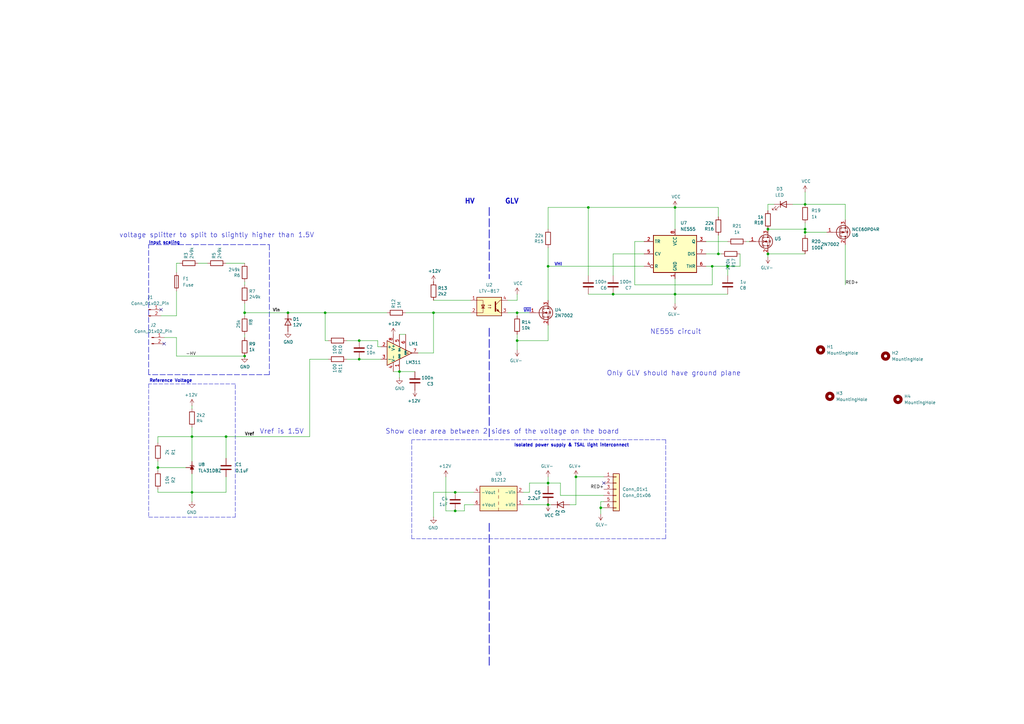
<source format=kicad_sch>
(kicad_sch
	(version 20231120)
	(generator "eeschema")
	(generator_version "8.0")
	(uuid "94e47eea-ee3d-40f5-84ad-e3510a82a1d2")
	(paper "A3")
	(title_block
		(title "TSAL")
		(date "2020-03-11")
		(rev "3.1")
		(company "NU Racing (UoN)")
		(comment 1 "Michael Ruppe")
		(comment 2 "github.com/michaelruppe/FSAE")
	)
	(lib_symbols
		(symbol "Comparator:LM311"
			(pin_names
				(offset 0.127)
			)
			(exclude_from_sim no)
			(in_bom yes)
			(on_board yes)
			(property "Reference" "U"
				(at 3.81 6.35 0)
				(effects
					(font
						(size 1.27 1.27)
					)
					(justify left)
				)
			)
			(property "Value" "LM311"
				(at 3.81 3.81 0)
				(effects
					(font
						(size 1.27 1.27)
					)
					(justify left)
				)
			)
			(property "Footprint" ""
				(at 0 0 0)
				(effects
					(font
						(size 1.27 1.27)
					)
					(hide yes)
				)
			)
			(property "Datasheet" "https://www.st.com/resource/en/datasheet/lm311.pdf"
				(at 0 0 0)
				(effects
					(font
						(size 1.27 1.27)
					)
					(hide yes)
				)
			)
			(property "Description" "Voltage Comparator, DIP-8/SOIC-8"
				(at 0 0 0)
				(effects
					(font
						(size 1.27 1.27)
					)
					(hide yes)
				)
			)
			(property "ki_keywords" "cmp open collector"
				(at 0 0 0)
				(effects
					(font
						(size 1.27 1.27)
					)
					(hide yes)
				)
			)
			(property "ki_fp_filters" "SOIC*3.9x4.9mm*P1.27mm* DIP*W7.62mm*"
				(at 0 0 0)
				(effects
					(font
						(size 1.27 1.27)
					)
					(hide yes)
				)
			)
			(symbol "LM311_0_1"
				(polyline
					(pts
						(xy 5.08 0) (xy -5.08 5.08) (xy -5.08 -5.08) (xy 5.08 0)
					)
					(stroke
						(width 0.254)
						(type default)
					)
					(fill
						(type background)
					)
				)
				(polyline
					(pts
						(xy 3.683 -0.381) (xy 3.302 -0.381) (xy 3.683 0) (xy 3.302 0.381) (xy 2.921 0) (xy 3.302 -0.381)
						(xy 2.921 -0.381)
					)
					(stroke
						(width 0.127)
						(type default)
					)
					(fill
						(type none)
					)
				)
			)
			(symbol "LM311_1_1"
				(pin passive line
					(at 0 -7.62 90)
					(length 5.08)
					(name "GND"
						(effects
							(font
								(size 0.635 0.635)
							)
						)
					)
					(number "1"
						(effects
							(font
								(size 1.27 1.27)
							)
						)
					)
				)
				(pin input line
					(at -7.62 2.54 0)
					(length 2.54)
					(name "+"
						(effects
							(font
								(size 1.27 1.27)
							)
						)
					)
					(number "2"
						(effects
							(font
								(size 1.27 1.27)
							)
						)
					)
				)
				(pin input line
					(at -7.62 -2.54 0)
					(length 2.54)
					(name "-"
						(effects
							(font
								(size 1.27 1.27)
							)
						)
					)
					(number "3"
						(effects
							(font
								(size 1.27 1.27)
							)
						)
					)
				)
				(pin power_in line
					(at -2.54 -7.62 90)
					(length 3.81)
					(name "V-"
						(effects
							(font
								(size 1.27 1.27)
							)
						)
					)
					(number "4"
						(effects
							(font
								(size 1.27 1.27)
							)
						)
					)
				)
				(pin input line
					(at 0 7.62 270)
					(length 5.08)
					(name "BAL"
						(effects
							(font
								(size 0.635 0.635)
							)
						)
					)
					(number "5"
						(effects
							(font
								(size 1.27 1.27)
							)
						)
					)
				)
				(pin input line
					(at 2.54 7.62 270)
					(length 6.35)
					(name "STRB"
						(effects
							(font
								(size 0.508 0.508)
							)
						)
					)
					(number "6"
						(effects
							(font
								(size 1.27 1.27)
							)
						)
					)
				)
				(pin open_collector line
					(at 7.62 0 180)
					(length 2.54)
					(name "~"
						(effects
							(font
								(size 1.27 1.27)
							)
						)
					)
					(number "7"
						(effects
							(font
								(size 1.27 1.27)
							)
						)
					)
				)
				(pin power_in line
					(at -2.54 7.62 270)
					(length 3.81)
					(name "V+"
						(effects
							(font
								(size 1.27 1.27)
							)
						)
					)
					(number "8"
						(effects
							(font
								(size 1.27 1.27)
							)
						)
					)
				)
			)
		)
		(symbol "Connector:Conn_01x02_Pin"
			(pin_names
				(offset 1.016) hide)
			(exclude_from_sim no)
			(in_bom yes)
			(on_board yes)
			(property "Reference" "J"
				(at 0 2.54 0)
				(effects
					(font
						(size 1.27 1.27)
					)
				)
			)
			(property "Value" "Conn_01x02_Pin"
				(at 0 -5.08 0)
				(effects
					(font
						(size 1.27 1.27)
					)
				)
			)
			(property "Footprint" ""
				(at 0 0 0)
				(effects
					(font
						(size 1.27 1.27)
					)
					(hide yes)
				)
			)
			(property "Datasheet" "~"
				(at 0 0 0)
				(effects
					(font
						(size 1.27 1.27)
					)
					(hide yes)
				)
			)
			(property "Description" "Generic connector, single row, 01x02, script generated"
				(at 0 0 0)
				(effects
					(font
						(size 1.27 1.27)
					)
					(hide yes)
				)
			)
			(property "ki_locked" ""
				(at 0 0 0)
				(effects
					(font
						(size 1.27 1.27)
					)
				)
			)
			(property "ki_keywords" "connector"
				(at 0 0 0)
				(effects
					(font
						(size 1.27 1.27)
					)
					(hide yes)
				)
			)
			(property "ki_fp_filters" "Connector*:*_1x??_*"
				(at 0 0 0)
				(effects
					(font
						(size 1.27 1.27)
					)
					(hide yes)
				)
			)
			(symbol "Conn_01x02_Pin_1_1"
				(polyline
					(pts
						(xy 1.27 -2.54) (xy 0.8636 -2.54)
					)
					(stroke
						(width 0.1524)
						(type default)
					)
					(fill
						(type none)
					)
				)
				(polyline
					(pts
						(xy 1.27 0) (xy 0.8636 0)
					)
					(stroke
						(width 0.1524)
						(type default)
					)
					(fill
						(type none)
					)
				)
				(rectangle
					(start 0.8636 -2.413)
					(end 0 -2.667)
					(stroke
						(width 0.1524)
						(type default)
					)
					(fill
						(type outline)
					)
				)
				(rectangle
					(start 0.8636 0.127)
					(end 0 -0.127)
					(stroke
						(width 0.1524)
						(type default)
					)
					(fill
						(type outline)
					)
				)
				(pin passive line
					(at 5.08 0 180)
					(length 3.81)
					(name "Pin_1"
						(effects
							(font
								(size 1.27 1.27)
							)
						)
					)
					(number "1"
						(effects
							(font
								(size 1.27 1.27)
							)
						)
					)
				)
				(pin passive line
					(at 5.08 -2.54 180)
					(length 3.81)
					(name "Pin_2"
						(effects
							(font
								(size 1.27 1.27)
							)
						)
					)
					(number "2"
						(effects
							(font
								(size 1.27 1.27)
							)
						)
					)
				)
			)
		)
		(symbol "Connector_Generic:Conn_01x06"
			(pin_names
				(offset 1.016) hide)
			(exclude_from_sim no)
			(in_bom yes)
			(on_board yes)
			(property "Reference" "J"
				(at 0 7.62 0)
				(effects
					(font
						(size 1.27 1.27)
					)
				)
			)
			(property "Value" "Conn_01x06"
				(at 0 -10.16 0)
				(effects
					(font
						(size 1.27 1.27)
					)
				)
			)
			(property "Footprint" ""
				(at 0 0 0)
				(effects
					(font
						(size 1.27 1.27)
					)
					(hide yes)
				)
			)
			(property "Datasheet" "~"
				(at 0 0 0)
				(effects
					(font
						(size 1.27 1.27)
					)
					(hide yes)
				)
			)
			(property "Description" "Generic connector, single row, 01x06, script generated (kicad-library-utils/schlib/autogen/connector/)"
				(at 0 0 0)
				(effects
					(font
						(size 1.27 1.27)
					)
					(hide yes)
				)
			)
			(property "ki_keywords" "connector"
				(at 0 0 0)
				(effects
					(font
						(size 1.27 1.27)
					)
					(hide yes)
				)
			)
			(property "ki_fp_filters" "Connector*:*_1x??_*"
				(at 0 0 0)
				(effects
					(font
						(size 1.27 1.27)
					)
					(hide yes)
				)
			)
			(symbol "Conn_01x06_1_1"
				(rectangle
					(start -1.27 -7.493)
					(end 0 -7.747)
					(stroke
						(width 0.1524)
						(type default)
					)
					(fill
						(type none)
					)
				)
				(rectangle
					(start -1.27 -4.953)
					(end 0 -5.207)
					(stroke
						(width 0.1524)
						(type default)
					)
					(fill
						(type none)
					)
				)
				(rectangle
					(start -1.27 -2.413)
					(end 0 -2.667)
					(stroke
						(width 0.1524)
						(type default)
					)
					(fill
						(type none)
					)
				)
				(rectangle
					(start -1.27 0.127)
					(end 0 -0.127)
					(stroke
						(width 0.1524)
						(type default)
					)
					(fill
						(type none)
					)
				)
				(rectangle
					(start -1.27 2.667)
					(end 0 2.413)
					(stroke
						(width 0.1524)
						(type default)
					)
					(fill
						(type none)
					)
				)
				(rectangle
					(start -1.27 5.207)
					(end 0 4.953)
					(stroke
						(width 0.1524)
						(type default)
					)
					(fill
						(type none)
					)
				)
				(rectangle
					(start -1.27 6.35)
					(end 1.27 -8.89)
					(stroke
						(width 0.254)
						(type default)
					)
					(fill
						(type background)
					)
				)
				(pin passive line
					(at -5.08 5.08 0)
					(length 3.81)
					(name "Pin_1"
						(effects
							(font
								(size 1.27 1.27)
							)
						)
					)
					(number "1"
						(effects
							(font
								(size 1.27 1.27)
							)
						)
					)
				)
				(pin passive line
					(at -5.08 2.54 0)
					(length 3.81)
					(name "Pin_2"
						(effects
							(font
								(size 1.27 1.27)
							)
						)
					)
					(number "2"
						(effects
							(font
								(size 1.27 1.27)
							)
						)
					)
				)
				(pin passive line
					(at -5.08 0 0)
					(length 3.81)
					(name "Pin_3"
						(effects
							(font
								(size 1.27 1.27)
							)
						)
					)
					(number "3"
						(effects
							(font
								(size 1.27 1.27)
							)
						)
					)
				)
				(pin passive line
					(at -5.08 -2.54 0)
					(length 3.81)
					(name "Pin_4"
						(effects
							(font
								(size 1.27 1.27)
							)
						)
					)
					(number "4"
						(effects
							(font
								(size 1.27 1.27)
							)
						)
					)
				)
				(pin passive line
					(at -5.08 -5.08 0)
					(length 3.81)
					(name "Pin_5"
						(effects
							(font
								(size 1.27 1.27)
							)
						)
					)
					(number "5"
						(effects
							(font
								(size 1.27 1.27)
							)
						)
					)
				)
				(pin passive line
					(at -5.08 -7.62 0)
					(length 3.81)
					(name "Pin_6"
						(effects
							(font
								(size 1.27 1.27)
							)
						)
					)
					(number "6"
						(effects
							(font
								(size 1.27 1.27)
							)
						)
					)
				)
			)
		)
		(symbol "Converter_DCDC:TBA2-1212"
			(exclude_from_sim no)
			(in_bom yes)
			(on_board yes)
			(property "Reference" "U"
				(at -6.35 6.35 0)
				(effects
					(font
						(size 1.27 1.27)
					)
				)
			)
			(property "Value" "TBA2-1212"
				(at 2.54 6.35 0)
				(effects
					(font
						(size 1.27 1.27)
					)
				)
			)
			(property "Footprint" "Converter_DCDC:Converter_DCDC_TRACO_TBA2-xxxx_Single_THT"
				(at 0 -8.89 0)
				(effects
					(font
						(size 1.27 1.27)
					)
					(hide yes)
				)
			)
			(property "Datasheet" "https://www.tracopower.com/products/tba2.pdf"
				(at 0 -6.35 0)
				(effects
					(font
						(size 1.27 1.27)
					)
					(hide yes)
				)
			)
			(property "Description" "2W DC/DC converter unregulated, 10.8-13.2V input, 12V fixed output voltage, 165mA output, 1.5kVDC isolation, SIP-7"
				(at 0 0 0)
				(effects
					(font
						(size 1.27 1.27)
					)
					(hide yes)
				)
			)
			(property "ki_keywords" "Traco isolated isolation dc-dc converter not-regulated non-regulated single 2W"
				(at 0 0 0)
				(effects
					(font
						(size 1.27 1.27)
					)
					(hide yes)
				)
			)
			(property "ki_fp_filters" "Converter*DCDC*TRACO*TBA2*Single*"
				(at 0 0 0)
				(effects
					(font
						(size 1.27 1.27)
					)
					(hide yes)
				)
			)
			(symbol "TBA2-1212_0_1"
				(rectangle
					(start -7.62 5.08)
					(end 7.62 -5.08)
					(stroke
						(width 0.254)
						(type default)
					)
					(fill
						(type background)
					)
				)
				(polyline
					(pts
						(xy 0 -2.54) (xy 0 -3.81)
					)
					(stroke
						(width 0)
						(type default)
					)
					(fill
						(type none)
					)
				)
				(polyline
					(pts
						(xy 0 0) (xy 0 -1.27)
					)
					(stroke
						(width 0)
						(type default)
					)
					(fill
						(type none)
					)
				)
				(polyline
					(pts
						(xy 0 2.54) (xy 0 1.27)
					)
					(stroke
						(width 0)
						(type default)
					)
					(fill
						(type none)
					)
				)
				(polyline
					(pts
						(xy 0 5.08) (xy 0 3.81)
					)
					(stroke
						(width 0)
						(type default)
					)
					(fill
						(type none)
					)
				)
			)
			(symbol "TBA2-1212_1_1"
				(pin power_in line
					(at -10.16 2.54 0)
					(length 2.54)
					(name "+Vin"
						(effects
							(font
								(size 1.27 1.27)
							)
						)
					)
					(number "1"
						(effects
							(font
								(size 1.27 1.27)
							)
						)
					)
				)
				(pin power_in line
					(at -10.16 -2.54 0)
					(length 2.54)
					(name "-Vin"
						(effects
							(font
								(size 1.27 1.27)
							)
						)
					)
					(number "2"
						(effects
							(font
								(size 1.27 1.27)
							)
						)
					)
				)
				(pin power_out line
					(at 10.16 -2.54 180)
					(length 2.54)
					(name "-Vout"
						(effects
							(font
								(size 1.27 1.27)
							)
						)
					)
					(number "4"
						(effects
							(font
								(size 1.27 1.27)
							)
						)
					)
				)
				(pin power_out line
					(at 10.16 2.54 180)
					(length 2.54)
					(name "+Vout"
						(effects
							(font
								(size 1.27 1.27)
							)
						)
					)
					(number "6"
						(effects
							(font
								(size 1.27 1.27)
							)
						)
					)
				)
			)
		)
		(symbol "Device:C"
			(pin_numbers hide)
			(pin_names
				(offset 0.254)
			)
			(exclude_from_sim no)
			(in_bom yes)
			(on_board yes)
			(property "Reference" "C"
				(at 0.635 2.54 0)
				(effects
					(font
						(size 1.27 1.27)
					)
					(justify left)
				)
			)
			(property "Value" "C"
				(at 0.635 -2.54 0)
				(effects
					(font
						(size 1.27 1.27)
					)
					(justify left)
				)
			)
			(property "Footprint" ""
				(at 0.9652 -3.81 0)
				(effects
					(font
						(size 1.27 1.27)
					)
					(hide yes)
				)
			)
			(property "Datasheet" "~"
				(at 0 0 0)
				(effects
					(font
						(size 1.27 1.27)
					)
					(hide yes)
				)
			)
			(property "Description" "Unpolarized capacitor"
				(at 0 0 0)
				(effects
					(font
						(size 1.27 1.27)
					)
					(hide yes)
				)
			)
			(property "ki_keywords" "cap capacitor"
				(at 0 0 0)
				(effects
					(font
						(size 1.27 1.27)
					)
					(hide yes)
				)
			)
			(property "ki_fp_filters" "C_*"
				(at 0 0 0)
				(effects
					(font
						(size 1.27 1.27)
					)
					(hide yes)
				)
			)
			(symbol "C_0_1"
				(polyline
					(pts
						(xy -2.032 -0.762) (xy 2.032 -0.762)
					)
					(stroke
						(width 0.508)
						(type default)
					)
					(fill
						(type none)
					)
				)
				(polyline
					(pts
						(xy -2.032 0.762) (xy 2.032 0.762)
					)
					(stroke
						(width 0.508)
						(type default)
					)
					(fill
						(type none)
					)
				)
			)
			(symbol "C_1_1"
				(pin passive line
					(at 0 3.81 270)
					(length 2.794)
					(name "~"
						(effects
							(font
								(size 1.27 1.27)
							)
						)
					)
					(number "1"
						(effects
							(font
								(size 1.27 1.27)
							)
						)
					)
				)
				(pin passive line
					(at 0 -3.81 90)
					(length 2.794)
					(name "~"
						(effects
							(font
								(size 1.27 1.27)
							)
						)
					)
					(number "2"
						(effects
							(font
								(size 1.27 1.27)
							)
						)
					)
				)
			)
		)
		(symbol "Device:D"
			(pin_numbers hide)
			(pin_names
				(offset 1.016) hide)
			(exclude_from_sim no)
			(in_bom yes)
			(on_board yes)
			(property "Reference" "D"
				(at 0 2.54 0)
				(effects
					(font
						(size 1.27 1.27)
					)
				)
			)
			(property "Value" "D"
				(at 0 -2.54 0)
				(effects
					(font
						(size 1.27 1.27)
					)
				)
			)
			(property "Footprint" ""
				(at 0 0 0)
				(effects
					(font
						(size 1.27 1.27)
					)
					(hide yes)
				)
			)
			(property "Datasheet" "~"
				(at 0 0 0)
				(effects
					(font
						(size 1.27 1.27)
					)
					(hide yes)
				)
			)
			(property "Description" "Diode"
				(at 0 0 0)
				(effects
					(font
						(size 1.27 1.27)
					)
					(hide yes)
				)
			)
			(property "Sim.Device" "D"
				(at 0 0 0)
				(effects
					(font
						(size 1.27 1.27)
					)
					(hide yes)
				)
			)
			(property "Sim.Pins" "1=K 2=A"
				(at 0 0 0)
				(effects
					(font
						(size 1.27 1.27)
					)
					(hide yes)
				)
			)
			(property "ki_keywords" "diode"
				(at 0 0 0)
				(effects
					(font
						(size 1.27 1.27)
					)
					(hide yes)
				)
			)
			(property "ki_fp_filters" "TO-???* *_Diode_* *SingleDiode* D_*"
				(at 0 0 0)
				(effects
					(font
						(size 1.27 1.27)
					)
					(hide yes)
				)
			)
			(symbol "D_0_1"
				(polyline
					(pts
						(xy -1.27 1.27) (xy -1.27 -1.27)
					)
					(stroke
						(width 0.254)
						(type default)
					)
					(fill
						(type none)
					)
				)
				(polyline
					(pts
						(xy 1.27 0) (xy -1.27 0)
					)
					(stroke
						(width 0)
						(type default)
					)
					(fill
						(type none)
					)
				)
				(polyline
					(pts
						(xy 1.27 1.27) (xy 1.27 -1.27) (xy -1.27 0) (xy 1.27 1.27)
					)
					(stroke
						(width 0.254)
						(type default)
					)
					(fill
						(type none)
					)
				)
			)
			(symbol "D_1_1"
				(pin passive line
					(at -3.81 0 0)
					(length 2.54)
					(name "K"
						(effects
							(font
								(size 1.27 1.27)
							)
						)
					)
					(number "1"
						(effects
							(font
								(size 1.27 1.27)
							)
						)
					)
				)
				(pin passive line
					(at 3.81 0 180)
					(length 2.54)
					(name "A"
						(effects
							(font
								(size 1.27 1.27)
							)
						)
					)
					(number "2"
						(effects
							(font
								(size 1.27 1.27)
							)
						)
					)
				)
			)
		)
		(symbol "Device:D_Zener"
			(pin_numbers hide)
			(pin_names
				(offset 1.016) hide)
			(exclude_from_sim no)
			(in_bom yes)
			(on_board yes)
			(property "Reference" "D"
				(at 0 2.54 0)
				(effects
					(font
						(size 1.27 1.27)
					)
				)
			)
			(property "Value" "D_Zener"
				(at 0 -2.54 0)
				(effects
					(font
						(size 1.27 1.27)
					)
				)
			)
			(property "Footprint" ""
				(at 0 0 0)
				(effects
					(font
						(size 1.27 1.27)
					)
					(hide yes)
				)
			)
			(property "Datasheet" "~"
				(at 0 0 0)
				(effects
					(font
						(size 1.27 1.27)
					)
					(hide yes)
				)
			)
			(property "Description" "Zener diode"
				(at 0 0 0)
				(effects
					(font
						(size 1.27 1.27)
					)
					(hide yes)
				)
			)
			(property "ki_keywords" "diode"
				(at 0 0 0)
				(effects
					(font
						(size 1.27 1.27)
					)
					(hide yes)
				)
			)
			(property "ki_fp_filters" "TO-???* *_Diode_* *SingleDiode* D_*"
				(at 0 0 0)
				(effects
					(font
						(size 1.27 1.27)
					)
					(hide yes)
				)
			)
			(symbol "D_Zener_0_1"
				(polyline
					(pts
						(xy 1.27 0) (xy -1.27 0)
					)
					(stroke
						(width 0)
						(type default)
					)
					(fill
						(type none)
					)
				)
				(polyline
					(pts
						(xy -1.27 -1.27) (xy -1.27 1.27) (xy -0.762 1.27)
					)
					(stroke
						(width 0.254)
						(type default)
					)
					(fill
						(type none)
					)
				)
				(polyline
					(pts
						(xy 1.27 -1.27) (xy 1.27 1.27) (xy -1.27 0) (xy 1.27 -1.27)
					)
					(stroke
						(width 0.254)
						(type default)
					)
					(fill
						(type none)
					)
				)
			)
			(symbol "D_Zener_1_1"
				(pin passive line
					(at -3.81 0 0)
					(length 2.54)
					(name "K"
						(effects
							(font
								(size 1.27 1.27)
							)
						)
					)
					(number "1"
						(effects
							(font
								(size 1.27 1.27)
							)
						)
					)
				)
				(pin passive line
					(at 3.81 0 180)
					(length 2.54)
					(name "A"
						(effects
							(font
								(size 1.27 1.27)
							)
						)
					)
					(number "2"
						(effects
							(font
								(size 1.27 1.27)
							)
						)
					)
				)
			)
		)
		(symbol "Device:Fuse"
			(pin_numbers hide)
			(pin_names
				(offset 0)
			)
			(exclude_from_sim no)
			(in_bom yes)
			(on_board yes)
			(property "Reference" "F"
				(at 2.032 0 90)
				(effects
					(font
						(size 1.27 1.27)
					)
				)
			)
			(property "Value" "Fuse"
				(at -1.905 0 90)
				(effects
					(font
						(size 1.27 1.27)
					)
				)
			)
			(property "Footprint" ""
				(at -1.778 0 90)
				(effects
					(font
						(size 1.27 1.27)
					)
					(hide yes)
				)
			)
			(property "Datasheet" "~"
				(at 0 0 0)
				(effects
					(font
						(size 1.27 1.27)
					)
					(hide yes)
				)
			)
			(property "Description" "Fuse"
				(at 0 0 0)
				(effects
					(font
						(size 1.27 1.27)
					)
					(hide yes)
				)
			)
			(property "ki_keywords" "fuse"
				(at 0 0 0)
				(effects
					(font
						(size 1.27 1.27)
					)
					(hide yes)
				)
			)
			(property "ki_fp_filters" "*Fuse*"
				(at 0 0 0)
				(effects
					(font
						(size 1.27 1.27)
					)
					(hide yes)
				)
			)
			(symbol "Fuse_0_1"
				(rectangle
					(start -0.762 -2.54)
					(end 0.762 2.54)
					(stroke
						(width 0.254)
						(type default)
					)
					(fill
						(type none)
					)
				)
				(polyline
					(pts
						(xy 0 2.54) (xy 0 -2.54)
					)
					(stroke
						(width 0)
						(type default)
					)
					(fill
						(type none)
					)
				)
			)
			(symbol "Fuse_1_1"
				(pin passive line
					(at 0 3.81 270)
					(length 1.27)
					(name "~"
						(effects
							(font
								(size 1.27 1.27)
							)
						)
					)
					(number "1"
						(effects
							(font
								(size 1.27 1.27)
							)
						)
					)
				)
				(pin passive line
					(at 0 -3.81 90)
					(length 1.27)
					(name "~"
						(effects
							(font
								(size 1.27 1.27)
							)
						)
					)
					(number "2"
						(effects
							(font
								(size 1.27 1.27)
							)
						)
					)
				)
			)
		)
		(symbol "Device:LED"
			(pin_numbers hide)
			(pin_names
				(offset 1.016) hide)
			(exclude_from_sim no)
			(in_bom yes)
			(on_board yes)
			(property "Reference" "D"
				(at 0 2.54 0)
				(effects
					(font
						(size 1.27 1.27)
					)
				)
			)
			(property "Value" "LED"
				(at 0 -2.54 0)
				(effects
					(font
						(size 1.27 1.27)
					)
				)
			)
			(property "Footprint" ""
				(at 0 0 0)
				(effects
					(font
						(size 1.27 1.27)
					)
					(hide yes)
				)
			)
			(property "Datasheet" "~"
				(at 0 0 0)
				(effects
					(font
						(size 1.27 1.27)
					)
					(hide yes)
				)
			)
			(property "Description" "Light emitting diode"
				(at 0 0 0)
				(effects
					(font
						(size 1.27 1.27)
					)
					(hide yes)
				)
			)
			(property "ki_keywords" "LED diode"
				(at 0 0 0)
				(effects
					(font
						(size 1.27 1.27)
					)
					(hide yes)
				)
			)
			(property "ki_fp_filters" "LED* LED_SMD:* LED_THT:*"
				(at 0 0 0)
				(effects
					(font
						(size 1.27 1.27)
					)
					(hide yes)
				)
			)
			(symbol "LED_0_1"
				(polyline
					(pts
						(xy -1.27 -1.27) (xy -1.27 1.27)
					)
					(stroke
						(width 0.254)
						(type default)
					)
					(fill
						(type none)
					)
				)
				(polyline
					(pts
						(xy -1.27 0) (xy 1.27 0)
					)
					(stroke
						(width 0)
						(type default)
					)
					(fill
						(type none)
					)
				)
				(polyline
					(pts
						(xy 1.27 -1.27) (xy 1.27 1.27) (xy -1.27 0) (xy 1.27 -1.27)
					)
					(stroke
						(width 0.254)
						(type default)
					)
					(fill
						(type none)
					)
				)
				(polyline
					(pts
						(xy -3.048 -0.762) (xy -4.572 -2.286) (xy -3.81 -2.286) (xy -4.572 -2.286) (xy -4.572 -1.524)
					)
					(stroke
						(width 0)
						(type default)
					)
					(fill
						(type none)
					)
				)
				(polyline
					(pts
						(xy -1.778 -0.762) (xy -3.302 -2.286) (xy -2.54 -2.286) (xy -3.302 -2.286) (xy -3.302 -1.524)
					)
					(stroke
						(width 0)
						(type default)
					)
					(fill
						(type none)
					)
				)
			)
			(symbol "LED_1_1"
				(pin passive line
					(at -3.81 0 0)
					(length 2.54)
					(name "K"
						(effects
							(font
								(size 1.27 1.27)
							)
						)
					)
					(number "1"
						(effects
							(font
								(size 1.27 1.27)
							)
						)
					)
				)
				(pin passive line
					(at 3.81 0 180)
					(length 2.54)
					(name "A"
						(effects
							(font
								(size 1.27 1.27)
							)
						)
					)
					(number "2"
						(effects
							(font
								(size 1.27 1.27)
							)
						)
					)
				)
			)
		)
		(symbol "Device:Q_PMOS_GDS"
			(pin_names
				(offset 0) hide)
			(exclude_from_sim no)
			(in_bom yes)
			(on_board yes)
			(property "Reference" "Q"
				(at 5.08 1.27 0)
				(effects
					(font
						(size 1.27 1.27)
					)
					(justify left)
				)
			)
			(property "Value" "Q_PMOS_GDS"
				(at 5.08 -1.27 0)
				(effects
					(font
						(size 1.27 1.27)
					)
					(justify left)
				)
			)
			(property "Footprint" ""
				(at 5.08 2.54 0)
				(effects
					(font
						(size 1.27 1.27)
					)
					(hide yes)
				)
			)
			(property "Datasheet" "~"
				(at 0 0 0)
				(effects
					(font
						(size 1.27 1.27)
					)
					(hide yes)
				)
			)
			(property "Description" "P-MOSFET transistor, gate/drain/source"
				(at 0 0 0)
				(effects
					(font
						(size 1.27 1.27)
					)
					(hide yes)
				)
			)
			(property "ki_keywords" "transistor PMOS P-MOS P-MOSFET"
				(at 0 0 0)
				(effects
					(font
						(size 1.27 1.27)
					)
					(hide yes)
				)
			)
			(symbol "Q_PMOS_GDS_0_1"
				(polyline
					(pts
						(xy 0.254 0) (xy -2.54 0)
					)
					(stroke
						(width 0)
						(type default)
					)
					(fill
						(type none)
					)
				)
				(polyline
					(pts
						(xy 0.254 1.905) (xy 0.254 -1.905)
					)
					(stroke
						(width 0.254)
						(type default)
					)
					(fill
						(type none)
					)
				)
				(polyline
					(pts
						(xy 0.762 -1.27) (xy 0.762 -2.286)
					)
					(stroke
						(width 0.254)
						(type default)
					)
					(fill
						(type none)
					)
				)
				(polyline
					(pts
						(xy 0.762 0.508) (xy 0.762 -0.508)
					)
					(stroke
						(width 0.254)
						(type default)
					)
					(fill
						(type none)
					)
				)
				(polyline
					(pts
						(xy 0.762 2.286) (xy 0.762 1.27)
					)
					(stroke
						(width 0.254)
						(type default)
					)
					(fill
						(type none)
					)
				)
				(polyline
					(pts
						(xy 2.54 2.54) (xy 2.54 1.778)
					)
					(stroke
						(width 0)
						(type default)
					)
					(fill
						(type none)
					)
				)
				(polyline
					(pts
						(xy 2.54 -2.54) (xy 2.54 0) (xy 0.762 0)
					)
					(stroke
						(width 0)
						(type default)
					)
					(fill
						(type none)
					)
				)
				(polyline
					(pts
						(xy 0.762 1.778) (xy 3.302 1.778) (xy 3.302 -1.778) (xy 0.762 -1.778)
					)
					(stroke
						(width 0)
						(type default)
					)
					(fill
						(type none)
					)
				)
				(polyline
					(pts
						(xy 2.286 0) (xy 1.27 0.381) (xy 1.27 -0.381) (xy 2.286 0)
					)
					(stroke
						(width 0)
						(type default)
					)
					(fill
						(type outline)
					)
				)
				(polyline
					(pts
						(xy 2.794 -0.508) (xy 2.921 -0.381) (xy 3.683 -0.381) (xy 3.81 -0.254)
					)
					(stroke
						(width 0)
						(type default)
					)
					(fill
						(type none)
					)
				)
				(polyline
					(pts
						(xy 3.302 -0.381) (xy 2.921 0.254) (xy 3.683 0.254) (xy 3.302 -0.381)
					)
					(stroke
						(width 0)
						(type default)
					)
					(fill
						(type none)
					)
				)
				(circle
					(center 1.651 0)
					(radius 2.794)
					(stroke
						(width 0.254)
						(type default)
					)
					(fill
						(type none)
					)
				)
				(circle
					(center 2.54 -1.778)
					(radius 0.254)
					(stroke
						(width 0)
						(type default)
					)
					(fill
						(type outline)
					)
				)
				(circle
					(center 2.54 1.778)
					(radius 0.254)
					(stroke
						(width 0)
						(type default)
					)
					(fill
						(type outline)
					)
				)
			)
			(symbol "Q_PMOS_GDS_1_1"
				(pin input line
					(at -5.08 0 0)
					(length 2.54)
					(name "G"
						(effects
							(font
								(size 1.27 1.27)
							)
						)
					)
					(number "1"
						(effects
							(font
								(size 1.27 1.27)
							)
						)
					)
				)
				(pin passive line
					(at 2.54 5.08 270)
					(length 2.54)
					(name "D"
						(effects
							(font
								(size 1.27 1.27)
							)
						)
					)
					(number "2"
						(effects
							(font
								(size 1.27 1.27)
							)
						)
					)
				)
				(pin passive line
					(at 2.54 -5.08 90)
					(length 2.54)
					(name "S"
						(effects
							(font
								(size 1.27 1.27)
							)
						)
					)
					(number "3"
						(effects
							(font
								(size 1.27 1.27)
							)
						)
					)
				)
			)
		)
		(symbol "Device:R"
			(pin_numbers hide)
			(pin_names
				(offset 0)
			)
			(exclude_from_sim no)
			(in_bom yes)
			(on_board yes)
			(property "Reference" "R"
				(at 2.032 0 90)
				(effects
					(font
						(size 1.27 1.27)
					)
				)
			)
			(property "Value" "R"
				(at 0 0 90)
				(effects
					(font
						(size 1.27 1.27)
					)
				)
			)
			(property "Footprint" ""
				(at -1.778 0 90)
				(effects
					(font
						(size 1.27 1.27)
					)
					(hide yes)
				)
			)
			(property "Datasheet" "~"
				(at 0 0 0)
				(effects
					(font
						(size 1.27 1.27)
					)
					(hide yes)
				)
			)
			(property "Description" "Resistor"
				(at 0 0 0)
				(effects
					(font
						(size 1.27 1.27)
					)
					(hide yes)
				)
			)
			(property "ki_keywords" "R res resistor"
				(at 0 0 0)
				(effects
					(font
						(size 1.27 1.27)
					)
					(hide yes)
				)
			)
			(property "ki_fp_filters" "R_*"
				(at 0 0 0)
				(effects
					(font
						(size 1.27 1.27)
					)
					(hide yes)
				)
			)
			(symbol "R_0_1"
				(rectangle
					(start -1.016 -2.54)
					(end 1.016 2.54)
					(stroke
						(width 0.254)
						(type default)
					)
					(fill
						(type none)
					)
				)
			)
			(symbol "R_1_1"
				(pin passive line
					(at 0 3.81 270)
					(length 1.27)
					(name "~"
						(effects
							(font
								(size 1.27 1.27)
							)
						)
					)
					(number "1"
						(effects
							(font
								(size 1.27 1.27)
							)
						)
					)
				)
				(pin passive line
					(at 0 -3.81 90)
					(length 1.27)
					(name "~"
						(effects
							(font
								(size 1.27 1.27)
							)
						)
					)
					(number "2"
						(effects
							(font
								(size 1.27 1.27)
							)
						)
					)
				)
			)
		)
		(symbol "Isolator:LTV-817"
			(pin_names
				(offset 1.016)
			)
			(exclude_from_sim no)
			(in_bom yes)
			(on_board yes)
			(property "Reference" "U"
				(at -5.08 5.08 0)
				(effects
					(font
						(size 1.27 1.27)
					)
					(justify left)
				)
			)
			(property "Value" "LTV-817"
				(at 0 5.08 0)
				(effects
					(font
						(size 1.27 1.27)
					)
					(justify left)
				)
			)
			(property "Footprint" "Package_DIP:DIP-4_W7.62mm"
				(at -5.08 -5.08 0)
				(effects
					(font
						(size 1.27 1.27)
						(italic yes)
					)
					(justify left)
					(hide yes)
				)
			)
			(property "Datasheet" "http://www.us.liteon.com/downloads/LTV-817-827-847.PDF"
				(at 0 -2.54 0)
				(effects
					(font
						(size 1.27 1.27)
					)
					(justify left)
					(hide yes)
				)
			)
			(property "Description" "DC Optocoupler, Vce 35V, CTR 50%, DIP-4"
				(at 0 0 0)
				(effects
					(font
						(size 1.27 1.27)
					)
					(hide yes)
				)
			)
			(property "ki_keywords" "NPN DC Optocoupler"
				(at 0 0 0)
				(effects
					(font
						(size 1.27 1.27)
					)
					(hide yes)
				)
			)
			(property "ki_fp_filters" "DIP*W7.62mm*"
				(at 0 0 0)
				(effects
					(font
						(size 1.27 1.27)
					)
					(hide yes)
				)
			)
			(symbol "LTV-817_0_1"
				(rectangle
					(start -5.08 3.81)
					(end 5.08 -3.81)
					(stroke
						(width 0.254)
						(type default)
					)
					(fill
						(type background)
					)
				)
				(polyline
					(pts
						(xy -3.175 -0.635) (xy -1.905 -0.635)
					)
					(stroke
						(width 0.254)
						(type default)
					)
					(fill
						(type none)
					)
				)
				(polyline
					(pts
						(xy 2.54 0.635) (xy 4.445 2.54)
					)
					(stroke
						(width 0)
						(type default)
					)
					(fill
						(type none)
					)
				)
				(polyline
					(pts
						(xy 4.445 -2.54) (xy 2.54 -0.635)
					)
					(stroke
						(width 0)
						(type default)
					)
					(fill
						(type outline)
					)
				)
				(polyline
					(pts
						(xy 4.445 -2.54) (xy 5.08 -2.54)
					)
					(stroke
						(width 0)
						(type default)
					)
					(fill
						(type none)
					)
				)
				(polyline
					(pts
						(xy 4.445 2.54) (xy 5.08 2.54)
					)
					(stroke
						(width 0)
						(type default)
					)
					(fill
						(type none)
					)
				)
				(polyline
					(pts
						(xy -5.08 2.54) (xy -2.54 2.54) (xy -2.54 -0.762)
					)
					(stroke
						(width 0)
						(type default)
					)
					(fill
						(type none)
					)
				)
				(polyline
					(pts
						(xy -2.54 -0.635) (xy -2.54 -2.54) (xy -5.08 -2.54)
					)
					(stroke
						(width 0)
						(type default)
					)
					(fill
						(type none)
					)
				)
				(polyline
					(pts
						(xy 2.54 1.905) (xy 2.54 -1.905) (xy 2.54 -1.905)
					)
					(stroke
						(width 0.508)
						(type default)
					)
					(fill
						(type none)
					)
				)
				(polyline
					(pts
						(xy -2.54 -0.635) (xy -3.175 0.635) (xy -1.905 0.635) (xy -2.54 -0.635)
					)
					(stroke
						(width 0.254)
						(type default)
					)
					(fill
						(type none)
					)
				)
				(polyline
					(pts
						(xy -0.508 -0.508) (xy 0.762 -0.508) (xy 0.381 -0.635) (xy 0.381 -0.381) (xy 0.762 -0.508)
					)
					(stroke
						(width 0)
						(type default)
					)
					(fill
						(type none)
					)
				)
				(polyline
					(pts
						(xy -0.508 0.508) (xy 0.762 0.508) (xy 0.381 0.381) (xy 0.381 0.635) (xy 0.762 0.508)
					)
					(stroke
						(width 0)
						(type default)
					)
					(fill
						(type none)
					)
				)
				(polyline
					(pts
						(xy 3.048 -1.651) (xy 3.556 -1.143) (xy 4.064 -2.159) (xy 3.048 -1.651) (xy 3.048 -1.651)
					)
					(stroke
						(width 0)
						(type default)
					)
					(fill
						(type outline)
					)
				)
			)
			(symbol "LTV-817_1_1"
				(pin passive line
					(at -7.62 2.54 0)
					(length 2.54)
					(name "~"
						(effects
							(font
								(size 1.27 1.27)
							)
						)
					)
					(number "1"
						(effects
							(font
								(size 1.27 1.27)
							)
						)
					)
				)
				(pin passive line
					(at -7.62 -2.54 0)
					(length 2.54)
					(name "~"
						(effects
							(font
								(size 1.27 1.27)
							)
						)
					)
					(number "2"
						(effects
							(font
								(size 1.27 1.27)
							)
						)
					)
				)
				(pin passive line
					(at 7.62 -2.54 180)
					(length 2.54)
					(name "~"
						(effects
							(font
								(size 1.27 1.27)
							)
						)
					)
					(number "3"
						(effects
							(font
								(size 1.27 1.27)
							)
						)
					)
				)
				(pin passive line
					(at 7.62 2.54 180)
					(length 2.54)
					(name "~"
						(effects
							(font
								(size 1.27 1.27)
							)
						)
					)
					(number "4"
						(effects
							(font
								(size 1.27 1.27)
							)
						)
					)
				)
			)
		)
		(symbol "Mechanical:MountingHole"
			(pin_names
				(offset 1.016)
			)
			(exclude_from_sim yes)
			(in_bom no)
			(on_board yes)
			(property "Reference" "H"
				(at 0 5.08 0)
				(effects
					(font
						(size 1.27 1.27)
					)
				)
			)
			(property "Value" "MountingHole"
				(at 0 3.175 0)
				(effects
					(font
						(size 1.27 1.27)
					)
				)
			)
			(property "Footprint" ""
				(at 0 0 0)
				(effects
					(font
						(size 1.27 1.27)
					)
					(hide yes)
				)
			)
			(property "Datasheet" "~"
				(at 0 0 0)
				(effects
					(font
						(size 1.27 1.27)
					)
					(hide yes)
				)
			)
			(property "Description" "Mounting Hole without connection"
				(at 0 0 0)
				(effects
					(font
						(size 1.27 1.27)
					)
					(hide yes)
				)
			)
			(property "ki_keywords" "mounting hole"
				(at 0 0 0)
				(effects
					(font
						(size 1.27 1.27)
					)
					(hide yes)
				)
			)
			(property "ki_fp_filters" "MountingHole*"
				(at 0 0 0)
				(effects
					(font
						(size 1.27 1.27)
					)
					(hide yes)
				)
			)
			(symbol "MountingHole_0_1"
				(circle
					(center 0 0)
					(radius 1.27)
					(stroke
						(width 1.27)
						(type default)
					)
					(fill
						(type none)
					)
				)
			)
		)
		(symbol "Reference_Voltage:TL431DBZ"
			(pin_numbers hide)
			(pin_names hide)
			(exclude_from_sim no)
			(in_bom yes)
			(on_board yes)
			(property "Reference" "U"
				(at -2.54 2.54 0)
				(effects
					(font
						(size 1.27 1.27)
					)
				)
			)
			(property "Value" "TL431DBZ"
				(at 0 -2.54 0)
				(effects
					(font
						(size 1.27 1.27)
					)
				)
			)
			(property "Footprint" "Package_TO_SOT_SMD:SOT-23"
				(at 0 -4.826 0)
				(effects
					(font
						(size 1.27 1.27)
						(italic yes)
					)
					(hide yes)
				)
			)
			(property "Datasheet" "http://www.ti.com/lit/ds/symlink/tl431.pdf"
				(at 1.778 -9.144 0)
				(effects
					(font
						(size 1.27 1.27)
						(italic yes)
					)
					(hide yes)
				)
			)
			(property "Description" "Shunt Regulator, SOT-23"
				(at 0 -7.112 0)
				(effects
					(font
						(size 1.27 1.27)
					)
					(hide yes)
				)
			)
			(property "ki_keywords" "diode device shunt regulator"
				(at 0 0 0)
				(effects
					(font
						(size 1.27 1.27)
					)
					(hide yes)
				)
			)
			(property "ki_fp_filters" "SOT?23*"
				(at 0 0 0)
				(effects
					(font
						(size 1.27 1.27)
					)
					(hide yes)
				)
			)
			(symbol "TL431DBZ_0_1"
				(polyline
					(pts
						(xy -1.27 0) (xy 0 0) (xy 1.27 0)
					)
					(stroke
						(width 0)
						(type default)
					)
					(fill
						(type none)
					)
				)
				(polyline
					(pts
						(xy -0.762 -0.762) (xy -0.762 0.762) (xy 0.762 0) (xy -0.762 -0.762)
					)
					(stroke
						(width 0)
						(type default)
					)
					(fill
						(type outline)
					)
				)
				(polyline
					(pts
						(xy 0.254 -0.762) (xy 0.762 -0.762) (xy 0.762 0.762) (xy 0.762 0.762)
					)
					(stroke
						(width 0.254)
						(type default)
					)
					(fill
						(type none)
					)
				)
			)
			(symbol "TL431DBZ_1_1"
				(pin passive line
					(at 2.54 0 180)
					(length 2.54)
					(name "K"
						(effects
							(font
								(size 1.27 1.27)
							)
						)
					)
					(number "1"
						(effects
							(font
								(size 1.27 1.27)
							)
						)
					)
				)
				(pin passive line
					(at 0 2.54 270)
					(length 2.54)
					(name "REF"
						(effects
							(font
								(size 1.27 1.27)
							)
						)
					)
					(number "2"
						(effects
							(font
								(size 1.27 1.27)
							)
						)
					)
				)
				(pin passive line
					(at -2.54 0 0)
					(length 2.54)
					(name "A"
						(effects
							(font
								(size 1.27 1.27)
							)
						)
					)
					(number "3"
						(effects
							(font
								(size 1.27 1.27)
							)
						)
					)
				)
			)
		)
		(symbol "Timer:NE555D"
			(exclude_from_sim no)
			(in_bom yes)
			(on_board yes)
			(property "Reference" "U"
				(at -10.16 8.89 0)
				(effects
					(font
						(size 1.27 1.27)
					)
					(justify left)
				)
			)
			(property "Value" "NE555D"
				(at 2.54 8.89 0)
				(effects
					(font
						(size 1.27 1.27)
					)
					(justify left)
				)
			)
			(property "Footprint" "Package_SO:SOIC-8_3.9x4.9mm_P1.27mm"
				(at 21.59 -10.16 0)
				(effects
					(font
						(size 1.27 1.27)
					)
					(hide yes)
				)
			)
			(property "Datasheet" "http://www.ti.com/lit/ds/symlink/ne555.pdf"
				(at 21.59 -10.16 0)
				(effects
					(font
						(size 1.27 1.27)
					)
					(hide yes)
				)
			)
			(property "Description" "Precision Timers, 555 compatible, SOIC-8"
				(at 0 0 0)
				(effects
					(font
						(size 1.27 1.27)
					)
					(hide yes)
				)
			)
			(property "ki_keywords" "single timer 555"
				(at 0 0 0)
				(effects
					(font
						(size 1.27 1.27)
					)
					(hide yes)
				)
			)
			(property "ki_fp_filters" "SOIC*3.9x4.9mm*P1.27mm*"
				(at 0 0 0)
				(effects
					(font
						(size 1.27 1.27)
					)
					(hide yes)
				)
			)
			(symbol "NE555D_0_0"
				(pin power_in line
					(at 0 -10.16 90)
					(length 2.54)
					(name "GND"
						(effects
							(font
								(size 1.27 1.27)
							)
						)
					)
					(number "1"
						(effects
							(font
								(size 1.27 1.27)
							)
						)
					)
				)
				(pin power_in line
					(at 0 10.16 270)
					(length 2.54)
					(name "VCC"
						(effects
							(font
								(size 1.27 1.27)
							)
						)
					)
					(number "8"
						(effects
							(font
								(size 1.27 1.27)
							)
						)
					)
				)
			)
			(symbol "NE555D_0_1"
				(rectangle
					(start -8.89 -7.62)
					(end 8.89 7.62)
					(stroke
						(width 0.254)
						(type default)
					)
					(fill
						(type background)
					)
				)
				(rectangle
					(start -8.89 -7.62)
					(end 8.89 7.62)
					(stroke
						(width 0.254)
						(type default)
					)
					(fill
						(type background)
					)
				)
			)
			(symbol "NE555D_1_1"
				(pin input line
					(at -12.7 5.08 0)
					(length 3.81)
					(name "TR"
						(effects
							(font
								(size 1.27 1.27)
							)
						)
					)
					(number "2"
						(effects
							(font
								(size 1.27 1.27)
							)
						)
					)
				)
				(pin output line
					(at 12.7 5.08 180)
					(length 3.81)
					(name "Q"
						(effects
							(font
								(size 1.27 1.27)
							)
						)
					)
					(number "3"
						(effects
							(font
								(size 1.27 1.27)
							)
						)
					)
				)
				(pin input inverted
					(at -12.7 -5.08 0)
					(length 3.81)
					(name "R"
						(effects
							(font
								(size 1.27 1.27)
							)
						)
					)
					(number "4"
						(effects
							(font
								(size 1.27 1.27)
							)
						)
					)
				)
				(pin input line
					(at -12.7 0 0)
					(length 3.81)
					(name "CV"
						(effects
							(font
								(size 1.27 1.27)
							)
						)
					)
					(number "5"
						(effects
							(font
								(size 1.27 1.27)
							)
						)
					)
				)
				(pin input line
					(at 12.7 -5.08 180)
					(length 3.81)
					(name "THR"
						(effects
							(font
								(size 1.27 1.27)
							)
						)
					)
					(number "6"
						(effects
							(font
								(size 1.27 1.27)
							)
						)
					)
				)
				(pin input line
					(at 12.7 0 180)
					(length 3.81)
					(name "DIS"
						(effects
							(font
								(size 1.27 1.27)
							)
						)
					)
					(number "7"
						(effects
							(font
								(size 1.27 1.27)
							)
						)
					)
				)
			)
		)
		(symbol "Transistor_FET:2N7002"
			(pin_names hide)
			(exclude_from_sim no)
			(in_bom yes)
			(on_board yes)
			(property "Reference" "Q"
				(at 5.08 1.905 0)
				(effects
					(font
						(size 1.27 1.27)
					)
					(justify left)
				)
			)
			(property "Value" "2N7002"
				(at 5.08 0 0)
				(effects
					(font
						(size 1.27 1.27)
					)
					(justify left)
				)
			)
			(property "Footprint" "Package_TO_SOT_SMD:SOT-23"
				(at 5.08 -1.905 0)
				(effects
					(font
						(size 1.27 1.27)
						(italic yes)
					)
					(justify left)
					(hide yes)
				)
			)
			(property "Datasheet" "https://www.onsemi.com/pub/Collateral/NDS7002A-D.PDF"
				(at 5.08 -3.81 0)
				(effects
					(font
						(size 1.27 1.27)
					)
					(justify left)
					(hide yes)
				)
			)
			(property "Description" "0.115A Id, 60V Vds, N-Channel MOSFET, SOT-23"
				(at 0 0 0)
				(effects
					(font
						(size 1.27 1.27)
					)
					(hide yes)
				)
			)
			(property "ki_keywords" "N-Channel Switching MOSFET"
				(at 0 0 0)
				(effects
					(font
						(size 1.27 1.27)
					)
					(hide yes)
				)
			)
			(property "ki_fp_filters" "SOT?23*"
				(at 0 0 0)
				(effects
					(font
						(size 1.27 1.27)
					)
					(hide yes)
				)
			)
			(symbol "2N7002_0_1"
				(polyline
					(pts
						(xy 0.254 0) (xy -2.54 0)
					)
					(stroke
						(width 0)
						(type default)
					)
					(fill
						(type none)
					)
				)
				(polyline
					(pts
						(xy 0.254 1.905) (xy 0.254 -1.905)
					)
					(stroke
						(width 0.254)
						(type default)
					)
					(fill
						(type none)
					)
				)
				(polyline
					(pts
						(xy 0.762 -1.27) (xy 0.762 -2.286)
					)
					(stroke
						(width 0.254)
						(type default)
					)
					(fill
						(type none)
					)
				)
				(polyline
					(pts
						(xy 0.762 0.508) (xy 0.762 -0.508)
					)
					(stroke
						(width 0.254)
						(type default)
					)
					(fill
						(type none)
					)
				)
				(polyline
					(pts
						(xy 0.762 2.286) (xy 0.762 1.27)
					)
					(stroke
						(width 0.254)
						(type default)
					)
					(fill
						(type none)
					)
				)
				(polyline
					(pts
						(xy 2.54 2.54) (xy 2.54 1.778)
					)
					(stroke
						(width 0)
						(type default)
					)
					(fill
						(type none)
					)
				)
				(polyline
					(pts
						(xy 2.54 -2.54) (xy 2.54 0) (xy 0.762 0)
					)
					(stroke
						(width 0)
						(type default)
					)
					(fill
						(type none)
					)
				)
				(polyline
					(pts
						(xy 0.762 -1.778) (xy 3.302 -1.778) (xy 3.302 1.778) (xy 0.762 1.778)
					)
					(stroke
						(width 0)
						(type default)
					)
					(fill
						(type none)
					)
				)
				(polyline
					(pts
						(xy 1.016 0) (xy 2.032 0.381) (xy 2.032 -0.381) (xy 1.016 0)
					)
					(stroke
						(width 0)
						(type default)
					)
					(fill
						(type outline)
					)
				)
				(polyline
					(pts
						(xy 2.794 0.508) (xy 2.921 0.381) (xy 3.683 0.381) (xy 3.81 0.254)
					)
					(stroke
						(width 0)
						(type default)
					)
					(fill
						(type none)
					)
				)
				(polyline
					(pts
						(xy 3.302 0.381) (xy 2.921 -0.254) (xy 3.683 -0.254) (xy 3.302 0.381)
					)
					(stroke
						(width 0)
						(type default)
					)
					(fill
						(type none)
					)
				)
				(circle
					(center 1.651 0)
					(radius 2.794)
					(stroke
						(width 0.254)
						(type default)
					)
					(fill
						(type none)
					)
				)
				(circle
					(center 2.54 -1.778)
					(radius 0.254)
					(stroke
						(width 0)
						(type default)
					)
					(fill
						(type outline)
					)
				)
				(circle
					(center 2.54 1.778)
					(radius 0.254)
					(stroke
						(width 0)
						(type default)
					)
					(fill
						(type outline)
					)
				)
			)
			(symbol "2N7002_1_1"
				(pin input line
					(at -5.08 0 0)
					(length 2.54)
					(name "G"
						(effects
							(font
								(size 1.27 1.27)
							)
						)
					)
					(number "1"
						(effects
							(font
								(size 1.27 1.27)
							)
						)
					)
				)
				(pin passive line
					(at 2.54 -5.08 90)
					(length 2.54)
					(name "S"
						(effects
							(font
								(size 1.27 1.27)
							)
						)
					)
					(number "2"
						(effects
							(font
								(size 1.27 1.27)
							)
						)
					)
				)
				(pin passive line
					(at 2.54 5.08 270)
					(length 2.54)
					(name "D"
						(effects
							(font
								(size 1.27 1.27)
							)
						)
					)
					(number "3"
						(effects
							(font
								(size 1.27 1.27)
							)
						)
					)
				)
			)
		)
		(symbol "power-symbol-library:GLV+"
			(power)
			(pin_names
				(offset 0)
			)
			(exclude_from_sim no)
			(in_bom yes)
			(on_board yes)
			(property "Reference" "#PWR"
				(at -3.81 -5.08 0)
				(effects
					(font
						(size 1.27 1.27)
					)
					(hide yes)
				)
			)
			(property "Value" "GLV+"
				(at 0 3.81 0)
				(effects
					(font
						(size 1.27 1.27)
					)
				)
			)
			(property "Footprint" ""
				(at 0 0 0)
				(effects
					(font
						(size 1.27 1.27)
					)
					(hide yes)
				)
			)
			(property "Datasheet" ""
				(at 0 0 0)
				(effects
					(font
						(size 1.27 1.27)
					)
					(hide yes)
				)
			)
			(property "Description" ""
				(at 0 0 0)
				(effects
					(font
						(size 1.27 1.27)
					)
					(hide yes)
				)
			)
			(symbol "GLV+_0_1"
				(polyline
					(pts
						(xy -0.762 1.27) (xy 0 2.54)
					)
					(stroke
						(width 0)
						(type solid)
					)
					(fill
						(type none)
					)
				)
				(polyline
					(pts
						(xy 0 0) (xy 0 2.54)
					)
					(stroke
						(width 0)
						(type solid)
					)
					(fill
						(type none)
					)
				)
				(polyline
					(pts
						(xy 0 2.54) (xy 0.762 1.27)
					)
					(stroke
						(width 0)
						(type solid)
					)
					(fill
						(type none)
					)
				)
			)
			(symbol "GLV+_1_1"
				(pin power_in line
					(at 0 0 90)
					(length 0) hide
					(name "GLV+"
						(effects
							(font
								(size 1.27 1.27)
							)
						)
					)
					(number "1"
						(effects
							(font
								(size 1.27 1.27)
							)
						)
					)
				)
			)
		)
		(symbol "power-symbol-library:GLV-"
			(power)
			(pin_names
				(offset 0)
			)
			(exclude_from_sim no)
			(in_bom yes)
			(on_board yes)
			(property "Reference" "#PWR"
				(at 0 -3.81 0)
				(effects
					(font
						(size 1.27 1.27)
					)
					(hide yes)
				)
			)
			(property "Value" "GLV-"
				(at 0 3.81 0)
				(effects
					(font
						(size 1.27 1.27)
					)
				)
			)
			(property "Footprint" ""
				(at 0 0 0)
				(effects
					(font
						(size 1.27 1.27)
					)
					(hide yes)
				)
			)
			(property "Datasheet" ""
				(at 0 0 0)
				(effects
					(font
						(size 1.27 1.27)
					)
					(hide yes)
				)
			)
			(property "Description" ""
				(at 0 0 0)
				(effects
					(font
						(size 1.27 1.27)
					)
					(hide yes)
				)
			)
			(symbol "GLV-_0_1"
				(polyline
					(pts
						(xy -0.762 1.27) (xy 0 2.54)
					)
					(stroke
						(width 0)
						(type solid)
					)
					(fill
						(type none)
					)
				)
				(polyline
					(pts
						(xy 0 0) (xy 0 2.54)
					)
					(stroke
						(width 0)
						(type solid)
					)
					(fill
						(type none)
					)
				)
				(polyline
					(pts
						(xy 0 2.54) (xy 0.762 1.27)
					)
					(stroke
						(width 0)
						(type solid)
					)
					(fill
						(type none)
					)
				)
			)
			(symbol "GLV-_1_1"
				(pin power_in line
					(at 0 0 90)
					(length 0) hide
					(name "GLV-"
						(effects
							(font
								(size 1.27 1.27)
							)
						)
					)
					(number "1"
						(effects
							(font
								(size 1.27 1.27)
							)
						)
					)
				)
			)
		)
		(symbol "power:+12V"
			(power)
			(pin_numbers hide)
			(pin_names
				(offset 0) hide)
			(exclude_from_sim no)
			(in_bom yes)
			(on_board yes)
			(property "Reference" "#PWR"
				(at 0 -3.81 0)
				(effects
					(font
						(size 1.27 1.27)
					)
					(hide yes)
				)
			)
			(property "Value" "+12V"
				(at 0 3.556 0)
				(effects
					(font
						(size 1.27 1.27)
					)
				)
			)
			(property "Footprint" ""
				(at 0 0 0)
				(effects
					(font
						(size 1.27 1.27)
					)
					(hide yes)
				)
			)
			(property "Datasheet" ""
				(at 0 0 0)
				(effects
					(font
						(size 1.27 1.27)
					)
					(hide yes)
				)
			)
			(property "Description" "Power symbol creates a global label with name \"+12V\""
				(at 0 0 0)
				(effects
					(font
						(size 1.27 1.27)
					)
					(hide yes)
				)
			)
			(property "ki_keywords" "global power"
				(at 0 0 0)
				(effects
					(font
						(size 1.27 1.27)
					)
					(hide yes)
				)
			)
			(symbol "+12V_0_1"
				(polyline
					(pts
						(xy -0.762 1.27) (xy 0 2.54)
					)
					(stroke
						(width 0)
						(type default)
					)
					(fill
						(type none)
					)
				)
				(polyline
					(pts
						(xy 0 0) (xy 0 2.54)
					)
					(stroke
						(width 0)
						(type default)
					)
					(fill
						(type none)
					)
				)
				(polyline
					(pts
						(xy 0 2.54) (xy 0.762 1.27)
					)
					(stroke
						(width 0)
						(type default)
					)
					(fill
						(type none)
					)
				)
			)
			(symbol "+12V_1_1"
				(pin power_in line
					(at 0 0 90)
					(length 0)
					(name "~"
						(effects
							(font
								(size 1.27 1.27)
							)
						)
					)
					(number "1"
						(effects
							(font
								(size 1.27 1.27)
							)
						)
					)
				)
			)
		)
		(symbol "power:GND"
			(power)
			(pin_numbers hide)
			(pin_names
				(offset 0) hide)
			(exclude_from_sim no)
			(in_bom yes)
			(on_board yes)
			(property "Reference" "#PWR"
				(at 0 -6.35 0)
				(effects
					(font
						(size 1.27 1.27)
					)
					(hide yes)
				)
			)
			(property "Value" "GND"
				(at 0 -3.81 0)
				(effects
					(font
						(size 1.27 1.27)
					)
				)
			)
			(property "Footprint" ""
				(at 0 0 0)
				(effects
					(font
						(size 1.27 1.27)
					)
					(hide yes)
				)
			)
			(property "Datasheet" ""
				(at 0 0 0)
				(effects
					(font
						(size 1.27 1.27)
					)
					(hide yes)
				)
			)
			(property "Description" "Power symbol creates a global label with name \"GND\" , ground"
				(at 0 0 0)
				(effects
					(font
						(size 1.27 1.27)
					)
					(hide yes)
				)
			)
			(property "ki_keywords" "global power"
				(at 0 0 0)
				(effects
					(font
						(size 1.27 1.27)
					)
					(hide yes)
				)
			)
			(symbol "GND_0_1"
				(polyline
					(pts
						(xy 0 0) (xy 0 -1.27) (xy 1.27 -1.27) (xy 0 -2.54) (xy -1.27 -1.27) (xy 0 -1.27)
					)
					(stroke
						(width 0)
						(type default)
					)
					(fill
						(type none)
					)
				)
			)
			(symbol "GND_1_1"
				(pin power_in line
					(at 0 0 270)
					(length 0)
					(name "~"
						(effects
							(font
								(size 1.27 1.27)
							)
						)
					)
					(number "1"
						(effects
							(font
								(size 1.27 1.27)
							)
						)
					)
				)
			)
		)
		(symbol "power:VCC"
			(power)
			(pin_numbers hide)
			(pin_names
				(offset 0) hide)
			(exclude_from_sim no)
			(in_bom yes)
			(on_board yes)
			(property "Reference" "#PWR"
				(at 0 -3.81 0)
				(effects
					(font
						(size 1.27 1.27)
					)
					(hide yes)
				)
			)
			(property "Value" "VCC"
				(at 0 3.556 0)
				(effects
					(font
						(size 1.27 1.27)
					)
				)
			)
			(property "Footprint" ""
				(at 0 0 0)
				(effects
					(font
						(size 1.27 1.27)
					)
					(hide yes)
				)
			)
			(property "Datasheet" ""
				(at 0 0 0)
				(effects
					(font
						(size 1.27 1.27)
					)
					(hide yes)
				)
			)
			(property "Description" "Power symbol creates a global label with name \"VCC\""
				(at 0 0 0)
				(effects
					(font
						(size 1.27 1.27)
					)
					(hide yes)
				)
			)
			(property "ki_keywords" "global power"
				(at 0 0 0)
				(effects
					(font
						(size 1.27 1.27)
					)
					(hide yes)
				)
			)
			(symbol "VCC_0_1"
				(polyline
					(pts
						(xy -0.762 1.27) (xy 0 2.54)
					)
					(stroke
						(width 0)
						(type default)
					)
					(fill
						(type none)
					)
				)
				(polyline
					(pts
						(xy 0 0) (xy 0 2.54)
					)
					(stroke
						(width 0)
						(type default)
					)
					(fill
						(type none)
					)
				)
				(polyline
					(pts
						(xy 0 2.54) (xy 0.762 1.27)
					)
					(stroke
						(width 0)
						(type default)
					)
					(fill
						(type none)
					)
				)
			)
			(symbol "VCC_1_1"
				(pin power_in line
					(at 0 0 90)
					(length 0)
					(name "~"
						(effects
							(font
								(size 1.27 1.27)
							)
						)
					)
					(number "1"
						(effects
							(font
								(size 1.27 1.27)
							)
						)
					)
				)
			)
		)
	)
	(junction
		(at 163.83 152.4)
		(diameter 0)
		(color 0 0 0 0)
		(uuid "1434e159-f4b1-4e41-a8b7-ccdd12c765f5")
	)
	(junction
		(at 92.71 179.07)
		(diameter 0)
		(color 0 0 0 0)
		(uuid "18f6f8a1-b333-4818-8ee8-b38a5631b8f8")
	)
	(junction
		(at 314.96 104.14)
		(diameter 0)
		(color 0 0 0 0)
		(uuid "1af386ec-0b04-4239-af94-99bccd318580")
	)
	(junction
		(at 224.79 207.01)
		(diameter 0)
		(color 0 0 0 0)
		(uuid "1b9ce522-26c0-4974-bed5-b20263bd4888")
	)
	(junction
		(at 241.3 85.09)
		(diameter 0)
		(color 0 0 0 0)
		(uuid "1fd5828f-dfd9-4c91-84b2-4b7b85926def")
	)
	(junction
		(at 147.32 147.32)
		(diameter 0)
		(color 0 0 0 0)
		(uuid "2dee1dec-6099-4785-a999-126674abbcc5")
	)
	(junction
		(at 100.33 128.27)
		(diameter 0)
		(color 0 0 0 0)
		(uuid "30cc0d97-3114-4bdb-92d5-c48273220393")
	)
	(junction
		(at 314.96 93.98)
		(diameter 0)
		(color 0 0 0 0)
		(uuid "381625ef-9085-4641-a79a-bd9024f8174f")
	)
	(junction
		(at 212.09 128.27)
		(diameter 0)
		(color 0 0 0 0)
		(uuid "3bb7f637-e6bc-4463-9e53-5b19fabc6db8")
	)
	(junction
		(at 330.2 93.98)
		(diameter 0)
		(color 0 0 0 0)
		(uuid "3e976677-ec54-4209-b756-00ff39db79ac")
	)
	(junction
		(at 330.2 83.82)
		(diameter 0)
		(color 0 0 0 0)
		(uuid "3fce4e7e-4b6a-424c-847c-2a66fb704804")
	)
	(junction
		(at 186.69 201.93)
		(diameter 0)
		(color 0 0 0 0)
		(uuid "4d60586a-b50b-463b-8634-1ab0b9547210")
	)
	(junction
		(at 177.8 128.27)
		(diameter 0)
		(color 0 0 0 0)
		(uuid "4dd3269d-4bd8-46c9-b640-4b05d8211009")
	)
	(junction
		(at 78.74 179.07)
		(diameter 0)
		(color 0 0 0 0)
		(uuid "529585dd-83b2-4269-9633-b739dd847e71")
	)
	(junction
		(at 212.09 139.7)
		(diameter 0)
		(color 0 0 0 0)
		(uuid "59a84a36-cffd-4562-937c-b5f83c56f153")
	)
	(junction
		(at 133.35 128.27)
		(diameter 0)
		(color 0 0 0 0)
		(uuid "5c4b51de-c0be-4341-ac10-b7ebf6043ff6")
	)
	(junction
		(at 100.33 146.05)
		(diameter 0)
		(color 0 0 0 0)
		(uuid "6dc7b63a-8957-46b9-ad4b-905d919aa418")
	)
	(junction
		(at 64.77 191.77)
		(diameter 0)
		(color 0 0 0 0)
		(uuid "8dc90b11-8bc1-4d72-ae54-9daad55b6fe4")
	)
	(junction
		(at 186.69 209.55)
		(diameter 0)
		(color 0 0 0 0)
		(uuid "97c1b725-b908-4a6e-a4c3-c3d0baafa862")
	)
	(junction
		(at 118.11 128.27)
		(diameter 0)
		(color 0 0 0 0)
		(uuid "9ba7fc7f-5515-4723-9a87-db30b91183ff")
	)
	(junction
		(at 276.86 120.65)
		(diameter 0)
		(color 0 0 0 0)
		(uuid "9cf6f62b-d5f9-4588-959e-bbdd90e31fec")
	)
	(junction
		(at 294.64 104.14)
		(diameter 0)
		(color 0 0 0 0)
		(uuid "a074aabc-6239-469b-a7d1-04cc98979182")
	)
	(junction
		(at 224.79 198.12)
		(diameter 0)
		(color 0 0 0 0)
		(uuid "c9312611-ea87-464b-ace6-612dabe0bae4")
	)
	(junction
		(at 147.32 139.7)
		(diameter 0)
		(color 0 0 0 0)
		(uuid "cdfed426-eba0-4290-8c57-130aea0591a7")
	)
	(junction
		(at 330.2 95.25)
		(diameter 0)
		(color 0 0 0 0)
		(uuid "d04cbd4a-ab74-4221-ab4b-7a4672f8f840")
	)
	(junction
		(at 236.22 195.58)
		(diameter 0)
		(color 0 0 0 0)
		(uuid "d31f29ae-25f4-4b73-bccc-38d365452145")
	)
	(junction
		(at 224.79 109.22)
		(diameter 0)
		(color 0 0 0 0)
		(uuid "d6e0a96b-c06a-40c1-a2a9-032c7b709fac")
	)
	(junction
		(at 276.86 85.09)
		(diameter 0)
		(color 0 0 0 0)
		(uuid "d85f016c-a21f-42c8-8214-e0b2086ee821")
	)
	(junction
		(at 298.45 109.22)
		(diameter 0)
		(color 0 0 0 0)
		(uuid "dab7315f-2d78-4750-a763-9a40794e6cbb")
	)
	(junction
		(at 292.1 109.22)
		(diameter 0)
		(color 0 0 0 0)
		(uuid "e46d95ee-07ed-4c88-ad60-3c2bb7c436cb")
	)
	(junction
		(at 246.38 208.28)
		(diameter 0)
		(color 0 0 0 0)
		(uuid "eafe0678-6be5-431a-9f96-5e69f357f21d")
	)
	(junction
		(at 78.74 201.93)
		(diameter 0)
		(color 0 0 0 0)
		(uuid "fb56b692-01ed-4226-8c30-524941393589")
	)
	(junction
		(at 251.46 120.65)
		(diameter 0)
		(color 0 0 0 0)
		(uuid "fb9c7c6c-c8b2-4c1e-a260-27b4ef984cb6")
	)
	(no_connect
		(at 247.65 198.12)
		(uuid "8e28c885-b781-4eda-8d73-665fa80409c1")
	)
	(no_connect
		(at 66.04 127)
		(uuid "a407165b-5342-4f3d-a08d-6fafb318b493")
	)
	(no_connect
		(at 67.31 140.97)
		(uuid "cf4f68a6-33af-45e6-aa60-1f125d47194e")
	)
	(wire
		(pts
			(xy 92.71 201.93) (xy 78.74 201.93)
		)
		(stroke
			(width 0)
			(type default)
		)
		(uuid "009d2034-43ca-44e6-8bcf-79f042cedc11")
	)
	(polyline
		(pts
			(xy 110.49 153.67) (xy 60.96 153.67)
		)
		(stroke
			(width 0.2032)
			(type dash)
		)
		(uuid "01d591c8-e64c-4e76-97b8-d3a0032aad5e")
	)
	(polyline
		(pts
			(xy 273.05 220.98) (xy 168.91 220.98)
		)
		(stroke
			(width 0)
			(type dash)
		)
		(uuid "01f5dddf-f17f-4fa4-a28b-3f1e8c5174aa")
	)
	(wire
		(pts
			(xy 212.09 139.7) (xy 212.09 137.16)
		)
		(stroke
			(width 0)
			(type default)
		)
		(uuid "0636424f-39e1-4d59-87e6-cdc796ecd5d5")
	)
	(wire
		(pts
			(xy 260.35 116.84) (xy 292.1 116.84)
		)
		(stroke
			(width 0)
			(type default)
		)
		(uuid "08b6efa8-6060-45d3-b085-e9de5b8f4e53")
	)
	(wire
		(pts
			(xy 330.2 91.44) (xy 330.2 93.98)
		)
		(stroke
			(width 0)
			(type default)
		)
		(uuid "0aee553f-1708-45c0-af50-73860a2a6745")
	)
	(wire
		(pts
			(xy 294.64 104.14) (xy 295.91 104.14)
		)
		(stroke
			(width 0)
			(type default)
		)
		(uuid "0c6fb3d3-0c9e-4163-a530-31632afc0484")
	)
	(wire
		(pts
			(xy 190.5 207.01) (xy 194.31 207.01)
		)
		(stroke
			(width 0)
			(type default)
		)
		(uuid "0f516f46-2036-4c23-a6df-4dee89e45ba3")
	)
	(wire
		(pts
			(xy 156.21 142.24) (xy 154.94 142.24)
		)
		(stroke
			(width 0)
			(type default)
		)
		(uuid "0fd0ab8a-f0a7-4acc-be84-ddd2d81d6d1e")
	)
	(wire
		(pts
			(xy 134.62 147.32) (xy 127 147.32)
		)
		(stroke
			(width 0)
			(type default)
		)
		(uuid "1073968e-f47d-4ddc-9f2d-722963aa92fc")
	)
	(polyline
		(pts
			(xy 96.52 157.48) (xy 60.96 157.48)
		)
		(stroke
			(width 0)
			(type dash)
		)
		(uuid "1098f4d3-4a21-4afc-a048-b6dcd9a7f107")
	)
	(wire
		(pts
			(xy 224.79 109.22) (xy 264.16 109.22)
		)
		(stroke
			(width 0)
			(type default)
		)
		(uuid "10e1d4bd-eaa8-44e1-ba13-0b693c89624e")
	)
	(wire
		(pts
			(xy 100.33 129.54) (xy 100.33 128.27)
		)
		(stroke
			(width 0)
			(type default)
		)
		(uuid "11000036-36f9-4486-8c65-bc5672213a27")
	)
	(wire
		(pts
			(xy 314.96 95.25) (xy 314.96 93.98)
		)
		(stroke
			(width 0)
			(type default)
		)
		(uuid "14cd6ac0-d7be-4d98-b115-a4a9ee5789ef")
	)
	(wire
		(pts
			(xy 276.86 85.09) (xy 276.86 93.98)
		)
		(stroke
			(width 0)
			(type default)
		)
		(uuid "153e006a-62ae-411e-b17a-3b5a9b1268d7")
	)
	(wire
		(pts
			(xy 64.77 191.77) (xy 64.77 193.04)
		)
		(stroke
			(width 0)
			(type default)
		)
		(uuid "18a6bb0a-f2cf-4f78-b2d0-34acea4b0110")
	)
	(wire
		(pts
			(xy 314.96 105.41) (xy 314.96 104.14)
		)
		(stroke
			(width 0)
			(type default)
		)
		(uuid "19143e98-8875-45fb-95b5-f9ef20d92833")
	)
	(wire
		(pts
			(xy 72.39 111.76) (xy 72.39 107.95)
		)
		(stroke
			(width 0)
			(type default)
		)
		(uuid "1a749023-2db2-4bec-a219-337c8a5afd22")
	)
	(wire
		(pts
			(xy 314.96 104.14) (xy 330.2 104.14)
		)
		(stroke
			(width 0)
			(type default)
		)
		(uuid "1b31306b-3214-404b-a9b6-758fec25c3de")
	)
	(wire
		(pts
			(xy 177.8 212.09) (xy 177.8 201.93)
		)
		(stroke
			(width 0)
			(type default)
		)
		(uuid "1e26d09c-5ce8-4f29-bd46-eb92ed753377")
	)
	(wire
		(pts
			(xy 92.71 107.95) (xy 100.33 107.95)
		)
		(stroke
			(width 0)
			(type default)
		)
		(uuid "2175717b-a3bd-4cd4-89d1-38a99686f48a")
	)
	(wire
		(pts
			(xy 314.96 83.82) (xy 314.96 86.36)
		)
		(stroke
			(width 0)
			(type default)
		)
		(uuid "22a7e87c-9012-4f84-9fce-4740c268cb71")
	)
	(polyline
		(pts
			(xy 200.66 85.09) (xy 200.66 114.3)
		)
		(stroke
			(width 0.3048)
			(type dash)
		)
		(uuid "26fda26d-2b13-4e0d-8924-a44a0f4c2c49")
	)
	(polyline
		(pts
			(xy 110.49 100.33) (xy 110.49 153.67)
		)
		(stroke
			(width 0.2032)
			(type dash)
		)
		(uuid "2b6cb420-916a-4890-b262-1790959af189")
	)
	(wire
		(pts
			(xy 212.09 123.19) (xy 212.09 120.65)
		)
		(stroke
			(width 0)
			(type default)
		)
		(uuid "2b8565e3-23f1-4417-8136-9a6a47de7766")
	)
	(wire
		(pts
			(xy 224.79 85.09) (xy 241.3 85.09)
		)
		(stroke
			(width 0)
			(type default)
		)
		(uuid "2bc13142-d803-42de-acc2-776648dc2ea6")
	)
	(polyline
		(pts
			(xy 60.96 100.33) (xy 110.49 100.33)
		)
		(stroke
			(width 0.2032)
			(type dash)
		)
		(uuid "2ec349f2-b0c3-4fde-bad7-936eaba00660")
	)
	(wire
		(pts
			(xy 346.71 83.82) (xy 346.71 90.17)
		)
		(stroke
			(width 0)
			(type default)
		)
		(uuid "39f67f17-f373-46c0-8e0c-781efadc4d9c")
	)
	(wire
		(pts
			(xy 64.77 201.93) (xy 64.77 200.66)
		)
		(stroke
			(width 0)
			(type default)
		)
		(uuid "3a4b41a6-c28a-45b2-a886-99d0203a6b5a")
	)
	(wire
		(pts
			(xy 100.33 137.16) (xy 100.33 138.43)
		)
		(stroke
			(width 0)
			(type default)
		)
		(uuid "3b31d277-87ba-46ce-9392-deeb42c36e02")
	)
	(wire
		(pts
			(xy 78.74 201.93) (xy 78.74 205.74)
		)
		(stroke
			(width 0)
			(type default)
		)
		(uuid "3f6c3bc1-50ba-41f9-bf65-4a6382e82e2b")
	)
	(wire
		(pts
			(xy 64.77 189.23) (xy 64.77 191.77)
		)
		(stroke
			(width 0)
			(type default)
		)
		(uuid "4087e902-585d-45c1-a934-931ab4561a15")
	)
	(polyline
		(pts
			(xy 60.96 153.67) (xy 60.96 100.33)
		)
		(stroke
			(width 0.2032)
			(type dash)
		)
		(uuid "40e6440b-a22b-443b-81c4-6cf5361b8fed")
	)
	(wire
		(pts
			(xy 177.8 144.78) (xy 177.8 128.27)
		)
		(stroke
			(width 0)
			(type default)
		)
		(uuid "415fea22-15bb-4ecb-8039-71353aa30e36")
	)
	(wire
		(pts
			(xy 212.09 128.27) (xy 212.09 129.54)
		)
		(stroke
			(width 0)
			(type default)
		)
		(uuid "4a46243b-a342-43f8-ab21-077ee909cb7d")
	)
	(wire
		(pts
			(xy 241.3 85.09) (xy 276.86 85.09)
		)
		(stroke
			(width 0)
			(type default)
		)
		(uuid "4a793a92-2eb7-45d2-b113-a57fad20cf82")
	)
	(wire
		(pts
			(xy 72.39 107.95) (xy 73.66 107.95)
		)
		(stroke
			(width 0)
			(type default)
		)
		(uuid "4ad4335d-19cb-4d82-b55f-b270538fcb06")
	)
	(wire
		(pts
			(xy 224.79 109.22) (xy 224.79 101.6)
		)
		(stroke
			(width 0)
			(type default)
		)
		(uuid "4bb16e65-bb0b-4644-b9ba-8791974296b3")
	)
	(wire
		(pts
			(xy 236.22 195.58) (xy 247.65 195.58)
		)
		(stroke
			(width 0)
			(type default)
		)
		(uuid "4c5a7974-6f10-463a-90bd-97f72422a2af")
	)
	(wire
		(pts
			(xy 92.71 179.07) (xy 127 179.07)
		)
		(stroke
			(width 0)
			(type default)
		)
		(uuid "4da144bf-54a5-482b-ace2-da42f003d501")
	)
	(polyline
		(pts
			(xy 200.66 134.62) (xy 200.66 180.34)
		)
		(stroke
			(width 0.3048)
			(type dash)
		)
		(uuid "4e85cbd8-e488-489f-8db3-a61b7fd7a749")
	)
	(wire
		(pts
			(xy 330.2 83.82) (xy 330.2 78.74)
		)
		(stroke
			(width 0)
			(type default)
		)
		(uuid "50b2066b-1e90-4142-b483-f68f05f441bf")
	)
	(wire
		(pts
			(xy 264.16 99.06) (xy 260.35 99.06)
		)
		(stroke
			(width 0)
			(type default)
		)
		(uuid "526ea72a-d6df-4f05-8751-1bdcf535903a")
	)
	(wire
		(pts
			(xy 166.37 137.16) (xy 163.83 137.16)
		)
		(stroke
			(width 0)
			(type default)
		)
		(uuid "52f8ebf6-8737-4ef3-91fb-4974d7713909")
	)
	(wire
		(pts
			(xy 346.71 100.33) (xy 346.71 116.84)
		)
		(stroke
			(width 0)
			(type default)
		)
		(uuid "53b7406e-5f56-4bee-911c-147f3a458e49")
	)
	(wire
		(pts
			(xy 247.65 203.2) (xy 229.87 203.2)
		)
		(stroke
			(width 0)
			(type default)
		)
		(uuid "54649b90-b6a9-4d2a-8608-a1a631e26550")
	)
	(polyline
		(pts
			(xy 168.91 220.98) (xy 168.91 180.34)
		)
		(stroke
			(width 0)
			(type dash)
		)
		(uuid "54af6265-1eaf-4813-afc0-f67e36a175d9")
	)
	(polyline
		(pts
			(xy 273.05 180.34) (xy 168.91 180.34)
		)
		(stroke
			(width 0)
			(type dash)
		)
		(uuid "5619f35a-3800-4426-ae76-aff3d8dd6e87")
	)
	(wire
		(pts
			(xy 289.56 104.14) (xy 294.64 104.14)
		)
		(stroke
			(width 0)
			(type default)
		)
		(uuid "572f95e4-a420-424a-9372-b1d8b70c23ce")
	)
	(wire
		(pts
			(xy 307.34 99.06) (xy 306.07 99.06)
		)
		(stroke
			(width 0)
			(type default)
		)
		(uuid "58245f8e-8676-4289-945f-b6284b5a2de5")
	)
	(wire
		(pts
			(xy 100.33 124.46) (xy 100.33 128.27)
		)
		(stroke
			(width 0)
			(type default)
		)
		(uuid "58a4674e-e380-4f9e-9575-f79c794db014")
	)
	(wire
		(pts
			(xy 78.74 167.64) (xy 78.74 166.37)
		)
		(stroke
			(width 0)
			(type default)
		)
		(uuid "59bdf231-0897-4061-922f-791ae102261b")
	)
	(polyline
		(pts
			(xy 60.96 212.09) (xy 96.52 212.09)
		)
		(stroke
			(width 0)
			(type dash)
		)
		(uuid "5b3b6f91-319f-43cd-97cb-52d721c26b19")
	)
	(wire
		(pts
			(xy 330.2 95.25) (xy 339.09 95.25)
		)
		(stroke
			(width 0)
			(type default)
		)
		(uuid "5da00ca6-608c-4d4d-8b78-6fff596276ed")
	)
	(wire
		(pts
			(xy 224.79 93.98) (xy 224.79 85.09)
		)
		(stroke
			(width 0)
			(type default)
		)
		(uuid "5e5be0ef-aee0-45aa-ae7b-5d86c4677cc0")
	)
	(wire
		(pts
			(xy 317.5 83.82) (xy 314.96 83.82)
		)
		(stroke
			(width 0)
			(type default)
		)
		(uuid "5f8e5eb8-77fc-4350-acc9-23f9292e4b99")
	)
	(wire
		(pts
			(xy 177.8 144.78) (xy 171.45 144.78)
		)
		(stroke
			(width 0)
			(type default)
		)
		(uuid "622ab646-4346-44e6-aae0-7cfdd70e0a9a")
	)
	(wire
		(pts
			(xy 81.28 107.95) (xy 85.09 107.95)
		)
		(stroke
			(width 0)
			(type default)
		)
		(uuid "62c462b1-deb3-4d6b-b9f6-4587de57a7ba")
	)
	(wire
		(pts
			(xy 241.3 113.03) (xy 241.3 85.09)
		)
		(stroke
			(width 0)
			(type default)
		)
		(uuid "634d7cee-318b-4c47-87de-47b6d927b82f")
	)
	(wire
		(pts
			(xy 325.12 83.82) (xy 330.2 83.82)
		)
		(stroke
			(width 0)
			(type default)
		)
		(uuid "649707f0-05cb-43b1-96ad-b11ad8d5a707")
	)
	(wire
		(pts
			(xy 78.74 194.31) (xy 78.74 201.93)
		)
		(stroke
			(width 0)
			(type default)
		)
		(uuid "6aac3c8d-95bf-4c3e-a2d5-cba5af531563")
	)
	(wire
		(pts
			(xy 212.09 143.51) (xy 212.09 139.7)
		)
		(stroke
			(width 0)
			(type default)
		)
		(uuid "6b1a9b6a-6455-4ed7-a308-2d256c1a5f2f")
	)
	(wire
		(pts
			(xy 147.32 139.7) (xy 142.24 139.7)
		)
		(stroke
			(width 0)
			(type default)
		)
		(uuid "6b2ccf47-f433-4e62-8ab0-9d92092a7c77")
	)
	(wire
		(pts
			(xy 177.8 201.93) (xy 186.69 201.93)
		)
		(stroke
			(width 0)
			(type default)
		)
		(uuid "6b827f91-1c09-4571-b3dd-d6c79e7aa488")
	)
	(wire
		(pts
			(xy 224.79 195.58) (xy 224.79 198.12)
		)
		(stroke
			(width 0)
			(type default)
		)
		(uuid "6f5c95bb-1163-4ce9-8d81-90ef27732a6b")
	)
	(wire
		(pts
			(xy 251.46 104.14) (xy 251.46 113.03)
		)
		(stroke
			(width 0)
			(type default)
		)
		(uuid "70625c1c-36f5-4374-a4a9-c062867ef79f")
	)
	(wire
		(pts
			(xy 190.5 209.55) (xy 186.69 209.55)
		)
		(stroke
			(width 0)
			(type default)
		)
		(uuid "74e06100-160e-424b-aa55-d44f2ecc6c28")
	)
	(wire
		(pts
			(xy 214.63 207.01) (xy 224.79 207.01)
		)
		(stroke
			(width 0)
			(type default)
		)
		(uuid "76f9443c-7462-4440-bd31-6d4dc6cd2778")
	)
	(polyline
		(pts
			(xy 200.66 214.63) (xy 200.66 273.05)
		)
		(stroke
			(width 0.3048)
			(type dash)
		)
		(uuid "7709a131-f94e-4777-a393-6159a5f038a2")
	)
	(wire
		(pts
			(xy 133.35 128.27) (xy 158.75 128.27)
		)
		(stroke
			(width 0)
			(type default)
		)
		(uuid "78e8b7f3-3b51-43de-8046-48a2cbfd1899")
	)
	(wire
		(pts
			(xy 236.22 195.58) (xy 236.22 207.01)
		)
		(stroke
			(width 0)
			(type default)
		)
		(uuid "7cf50c11-a8a7-47f8-bf1a-b16fad27785c")
	)
	(wire
		(pts
			(xy 330.2 93.98) (xy 330.2 95.25)
		)
		(stroke
			(width 0)
			(type default)
		)
		(uuid "7d012893-8a27-4e42-bf0b-20af444355b4")
	)
	(wire
		(pts
			(xy 303.53 104.14) (xy 303.53 109.22)
		)
		(stroke
			(width 0)
			(type default)
		)
		(uuid "80662deb-c31d-463c-a32a-8f293e5c91e3")
	)
	(wire
		(pts
			(xy 78.74 175.26) (xy 78.74 179.07)
		)
		(stroke
			(width 0)
			(type default)
		)
		(uuid "80873ddc-c05f-453d-83e5-c545d8f8801b")
	)
	(wire
		(pts
			(xy 133.35 128.27) (xy 133.35 139.7)
		)
		(stroke
			(width 0)
			(type default)
		)
		(uuid "8276799b-3d07-41b4-b3e0-67906dad0dae")
	)
	(wire
		(pts
			(xy 276.86 85.09) (xy 294.64 85.09)
		)
		(stroke
			(width 0)
			(type default)
		)
		(uuid "840e4999-1dfc-4aa3-8ed9-d6c15d1d9a71")
	)
	(wire
		(pts
			(xy 208.28 123.19) (xy 212.09 123.19)
		)
		(stroke
			(width 0)
			(type default)
		)
		(uuid "852a06f4-477c-4129-a0b9-8c17074f5c29")
	)
	(wire
		(pts
			(xy 224.79 198.12) (xy 217.17 198.12)
		)
		(stroke
			(width 0)
			(type default)
		)
		(uuid "85eab614-da28-4164-966d-71e464d2147f")
	)
	(wire
		(pts
			(xy 186.69 209.55) (xy 182.88 209.55)
		)
		(stroke
			(width 0)
			(type default)
		)
		(uuid "85ee9323-db1e-41fc-9c39-86e812216d4c")
	)
	(wire
		(pts
			(xy 264.16 104.14) (xy 251.46 104.14)
		)
		(stroke
			(width 0)
			(type default)
		)
		(uuid "860ac625-f2c3-4c28-97f6-d74baad7c23a")
	)
	(wire
		(pts
			(xy 298.45 109.22) (xy 292.1 109.22)
		)
		(stroke
			(width 0)
			(type default)
		)
		(uuid "88856d32-832a-4e34-9985-3e650c7b6080")
	)
	(wire
		(pts
			(xy 224.79 198.12) (xy 224.79 199.39)
		)
		(stroke
			(width 0)
			(type default)
		)
		(uuid "8a9ec8a4-5c48-46e7-9d41-9a5876156dc0")
	)
	(wire
		(pts
			(xy 127 147.32) (xy 127 179.07)
		)
		(stroke
			(width 0)
			(type default)
		)
		(uuid "8efa7578-be7d-4c4d-aa37-a12a07979c3e")
	)
	(wire
		(pts
			(xy 251.46 120.65) (xy 276.86 120.65)
		)
		(stroke
			(width 0)
			(type default)
		)
		(uuid "8f7ad63e-5509-4951-aeb2-1ae8b427d387")
	)
	(wire
		(pts
			(xy 154.94 139.7) (xy 147.32 139.7)
		)
		(stroke
			(width 0)
			(type default)
		)
		(uuid "92a0bb29-c4c7-439e-93a3-91731222554d")
	)
	(wire
		(pts
			(xy 92.71 195.58) (xy 92.71 201.93)
		)
		(stroke
			(width 0)
			(type default)
		)
		(uuid "93696595-9e92-4a76-b624-5f69c4d539ae")
	)
	(wire
		(pts
			(xy 142.24 147.32) (xy 147.32 147.32)
		)
		(stroke
			(width 0)
			(type default)
		)
		(uuid "94aa4a90-0bf5-45a0-ae45-1a520ef41c94")
	)
	(wire
		(pts
			(xy 177.8 123.19) (xy 193.04 123.19)
		)
		(stroke
			(width 0)
			(type default)
		)
		(uuid "98002bc9-9f2f-433e-9d1d-e86e484ba788")
	)
	(wire
		(pts
			(xy 292.1 116.84) (xy 292.1 109.22)
		)
		(stroke
			(width 0)
			(type default)
		)
		(uuid "9b033d86-b079-4849-8cb6-c329367a9ed6")
	)
	(wire
		(pts
			(xy 72.39 138.43) (xy 72.39 146.05)
		)
		(stroke
			(width 0)
			(type default)
		)
		(uuid "9b5c3bfd-791a-4278-9235-7fb4cc01d12e")
	)
	(wire
		(pts
			(xy 64.77 191.77) (xy 76.2 191.77)
		)
		(stroke
			(width 0)
			(type default)
		)
		(uuid "9e5f1fef-8d4d-440b-ba54-c654a28d3fc3")
	)
	(wire
		(pts
			(xy 100.33 128.27) (xy 118.11 128.27)
		)
		(stroke
			(width 0)
			(type default)
		)
		(uuid "9e68c8de-33d3-48bf-8a46-e1e2aacadc2b")
	)
	(wire
		(pts
			(xy 229.87 203.2) (xy 229.87 198.12)
		)
		(stroke
			(width 0)
			(type default)
		)
		(uuid "9fc80b8a-d609-4c20-ba5d-9b59fe6ec03d")
	)
	(wire
		(pts
			(xy 163.83 152.4) (xy 163.83 154.94)
		)
		(stroke
			(width 0)
			(type default)
		)
		(uuid "a23ed795-ff03-40e0-b69b-bec285e164e1")
	)
	(wire
		(pts
			(xy 241.3 120.65) (xy 251.46 120.65)
		)
		(stroke
			(width 0)
			(type default)
		)
		(uuid "a3af41cc-f68a-4567-92d4-15a9f525c6d0")
	)
	(wire
		(pts
			(xy 133.35 139.7) (xy 134.62 139.7)
		)
		(stroke
			(width 0)
			(type default)
		)
		(uuid "a43c5905-deef-4cbf-a2c2-62e21b152dbd")
	)
	(wire
		(pts
			(xy 330.2 95.25) (xy 330.2 96.52)
		)
		(stroke
			(width 0)
			(type default)
		)
		(uuid "a468b53d-0d9f-497b-9f75-1f37f62603ee")
	)
	(wire
		(pts
			(xy 67.31 138.43) (xy 72.39 138.43)
		)
		(stroke
			(width 0)
			(type default)
		)
		(uuid "a5fe1274-d5f5-4fb4-8e95-23ddb9fd20b2")
	)
	(wire
		(pts
			(xy 78.74 179.07) (xy 92.71 179.07)
		)
		(stroke
			(width 0)
			(type default)
		)
		(uuid "a9b7d022-eaa1-468c-b683-a87e80ea0140")
	)
	(wire
		(pts
			(xy 314.96 93.98) (xy 330.2 93.98)
		)
		(stroke
			(width 0)
			(type default)
		)
		(uuid "acd71905-e7df-407a-8a6a-3f64888af176")
	)
	(wire
		(pts
			(xy 163.83 152.4) (xy 170.18 152.4)
		)
		(stroke
			(width 0)
			(type default)
		)
		(uuid "adb5cdd9-dc72-4c74-b79e-8237e9da5b66")
	)
	(polyline
		(pts
			(xy 273.05 180.34) (xy 273.05 220.98)
		)
		(stroke
			(width 0)
			(type dash)
		)
		(uuid "b110cb3c-d15a-4525-a3ee-6d4bff0248b3")
	)
	(wire
		(pts
			(xy 161.29 152.4) (xy 163.83 152.4)
		)
		(stroke
			(width 0)
			(type default)
		)
		(uuid "b4f31ce8-f07b-4ed3-80c0-8e6584698b61")
	)
	(wire
		(pts
			(xy 72.39 146.05) (xy 100.33 146.05)
		)
		(stroke
			(width 0)
			(type default)
		)
		(uuid "b5185b9c-da32-45dc-85af-3d6bcffab251")
	)
	(wire
		(pts
			(xy 298.45 120.65) (xy 276.86 120.65)
		)
		(stroke
			(width 0)
			(type default)
		)
		(uuid "b51b8c5e-c445-4aef-9a5b-bd2feb404432")
	)
	(wire
		(pts
			(xy 212.09 128.27) (xy 217.17 128.27)
		)
		(stroke
			(width 0)
			(type default)
		)
		(uuid "b52788a8-8204-4a2c-91a2-2768753fdd45")
	)
	(wire
		(pts
			(xy 64.77 201.93) (xy 78.74 201.93)
		)
		(stroke
			(width 0)
			(type default)
		)
		(uuid "b5685ed1-cbc0-4458-8856-5efba41c2c1e")
	)
	(wire
		(pts
			(xy 236.22 207.01) (xy 233.68 207.01)
		)
		(stroke
			(width 0)
			(type default)
		)
		(uuid "b73ea5e2-2a17-41f8-8785-9291a4a6dd62")
	)
	(wire
		(pts
			(xy 78.74 179.07) (xy 78.74 189.23)
		)
		(stroke
			(width 0)
			(type default)
		)
		(uuid "bb49a96c-8a78-46c5-bb7f-da42d2f3d659")
	)
	(wire
		(pts
			(xy 64.77 179.07) (xy 64.77 181.61)
		)
		(stroke
			(width 0)
			(type default)
		)
		(uuid "bdca92ae-676c-4885-ab83-81048c50fdf0")
	)
	(wire
		(pts
			(xy 276.86 120.65) (xy 276.86 124.46)
		)
		(stroke
			(width 0)
			(type default)
		)
		(uuid "c017ea59-35ea-4529-9dfa-6b69241d4142")
	)
	(wire
		(pts
			(xy 100.33 115.57) (xy 100.33 116.84)
		)
		(stroke
			(width 0)
			(type default)
		)
		(uuid "c5320268-ff63-4716-a116-3184bcaec01b")
	)
	(wire
		(pts
			(xy 247.65 208.28) (xy 246.38 208.28)
		)
		(stroke
			(width 0)
			(type default)
		)
		(uuid "c53c67da-1642-444d-8764-ad9875ae9bca")
	)
	(wire
		(pts
			(xy 226.06 207.01) (xy 224.79 207.01)
		)
		(stroke
			(width 0)
			(type default)
		)
		(uuid "c6a0c188-1d40-4b61-9e20-4392a2563518")
	)
	(wire
		(pts
			(xy 229.87 198.12) (xy 224.79 198.12)
		)
		(stroke
			(width 0)
			(type default)
		)
		(uuid "c7c046a0-5d91-456f-b53f-40e084a8e4a9")
	)
	(wire
		(pts
			(xy 64.77 179.07) (xy 78.74 179.07)
		)
		(stroke
			(width 0)
			(type default)
		)
		(uuid "c8f1d124-b272-48d6-b360-c723fb8e363a")
	)
	(wire
		(pts
			(xy 224.79 139.7) (xy 212.09 139.7)
		)
		(stroke
			(width 0)
			(type default)
		)
		(uuid "cb2cb601-9c5c-4164-91f2-8332c47a00ac")
	)
	(wire
		(pts
			(xy 182.88 195.58) (xy 182.88 209.55)
		)
		(stroke
			(width 0)
			(type default)
		)
		(uuid "cc343d42-b5fc-412b-9572-2055b4651ba8")
	)
	(wire
		(pts
			(xy 330.2 83.82) (xy 346.71 83.82)
		)
		(stroke
			(width 0)
			(type default)
		)
		(uuid "ccdb82c3-31d8-438e-8d70-795344b017f1")
	)
	(wire
		(pts
			(xy 247.65 205.74) (xy 246.38 205.74)
		)
		(stroke
			(width 0)
			(type default)
		)
		(uuid "d021d0c0-88ff-4172-9042-1585d689f690")
	)
	(wire
		(pts
			(xy 217.17 201.93) (xy 214.63 201.93)
		)
		(stroke
			(width 0)
			(type default)
		)
		(uuid "d66acaf9-028f-41cb-ae37-4ef70562915a")
	)
	(wire
		(pts
			(xy 154.94 142.24) (xy 154.94 139.7)
		)
		(stroke
			(width 0)
			(type default)
		)
		(uuid "d7e364b0-48b5-4ca9-8a5a-5927fd4e68eb")
	)
	(wire
		(pts
			(xy 186.69 201.93) (xy 194.31 201.93)
		)
		(stroke
			(width 0)
			(type default)
		)
		(uuid "d91b8773-1ed8-4429-a825-395e2a9882f1")
	)
	(polyline
		(pts
			(xy 60.96 157.48) (xy 60.96 212.09)
		)
		(stroke
			(width 0)
			(type dash)
		)
		(uuid "daae7407-52fe-4579-8e53-2fa698f76da5")
	)
	(wire
		(pts
			(xy 303.53 109.22) (xy 298.45 109.22)
		)
		(stroke
			(width 0)
			(type default)
		)
		(uuid "dc4d59cf-bf09-4016-80bc-c4ab0cd42437")
	)
	(wire
		(pts
			(xy 224.79 133.35) (xy 224.79 139.7)
		)
		(stroke
			(width 0)
			(type default)
		)
		(uuid "dc9acc69-be01-4668-be26-135183a7e451")
	)
	(polyline
		(pts
			(xy 96.52 212.09) (xy 96.52 157.48)
		)
		(stroke
			(width 0)
			(type dash)
		)
		(uuid "dd0190dc-5b66-432b-99b4-5856aa2f7268")
	)
	(wire
		(pts
			(xy 294.64 85.09) (xy 294.64 88.9)
		)
		(stroke
			(width 0)
			(type default)
		)
		(uuid "de39a1a8-dd5a-4b71-9ae3-980998345c85")
	)
	(wire
		(pts
			(xy 190.5 209.55) (xy 190.5 207.01)
		)
		(stroke
			(width 0)
			(type default)
		)
		(uuid "df71d061-058d-4b0d-92cf-1ba918bf5f9d")
	)
	(wire
		(pts
			(xy 289.56 99.06) (xy 298.45 99.06)
		)
		(stroke
			(width 0)
			(type default)
		)
		(uuid "df9a4063-0314-4b54-b88e-0969e73a3525")
	)
	(wire
		(pts
			(xy 72.39 119.38) (xy 72.39 129.54)
		)
		(stroke
			(width 0)
			(type default)
		)
		(uuid "e1b903d0-7268-44d5-a95d-28d927ba8c60")
	)
	(wire
		(pts
			(xy 260.35 99.06) (xy 260.35 116.84)
		)
		(stroke
			(width 0)
			(type default)
		)
		(uuid "e26bf810-84d8-4601-9578-c63a2e188fed")
	)
	(wire
		(pts
			(xy 92.71 179.07) (xy 92.71 187.96)
		)
		(stroke
			(width 0)
			(type default)
		)
		(uuid "e3ea2433-010b-41de-9567-b6f72cdfceb4")
	)
	(wire
		(pts
			(xy 298.45 113.03) (xy 298.45 109.22)
		)
		(stroke
			(width 0)
			(type default)
		)
		(uuid "e74985c1-f617-402e-b281-d7f0645496c3")
	)
	(wire
		(pts
			(xy 118.11 128.27) (xy 133.35 128.27)
		)
		(stroke
			(width 0)
			(type default)
		)
		(uuid "eacafba2-c9db-4162-9b2a-d724c59c9963")
	)
	(wire
		(pts
			(xy 292.1 109.22) (xy 289.56 109.22)
		)
		(stroke
			(width 0)
			(type default)
		)
		(uuid "ece42cbe-62b0-4178-a578-2f0b224d3494")
	)
	(wire
		(pts
			(xy 66.04 129.54) (xy 72.39 129.54)
		)
		(stroke
			(width 0)
			(type default)
		)
		(uuid "f0b0bd00-b7ba-4334-b335-35d6025b3f3b")
	)
	(wire
		(pts
			(xy 246.38 205.74) (xy 246.38 208.28)
		)
		(stroke
			(width 0)
			(type default)
		)
		(uuid "f3562421-cc17-484b-903d-40f62027a6b4")
	)
	(wire
		(pts
			(xy 276.86 120.65) (xy 276.86 114.3)
		)
		(stroke
			(width 0)
			(type default)
		)
		(uuid "f6265b63-e7dd-45e1-91c7-58f3a5c80346")
	)
	(wire
		(pts
			(xy 166.37 128.27) (xy 177.8 128.27)
		)
		(stroke
			(width 0)
			(type default)
		)
		(uuid "f73f9098-1310-42fa-bbfd-936efc0cddbf")
	)
	(wire
		(pts
			(xy 224.79 109.22) (xy 224.79 123.19)
		)
		(stroke
			(width 0)
			(type default)
		)
		(uuid "f7fd6cff-bbb9-419c-a549-564fddc347a6")
	)
	(wire
		(pts
			(xy 147.32 147.32) (xy 156.21 147.32)
		)
		(stroke
			(width 0)
			(type default)
		)
		(uuid "f8d4671d-adf1-446a-9d14-9981d93e7532")
	)
	(wire
		(pts
			(xy 246.38 208.28) (xy 246.38 210.82)
		)
		(stroke
			(width 0)
			(type default)
		)
		(uuid "f8d6cd26-53df-427d-8da3-dc8ca112822a")
	)
	(wire
		(pts
			(xy 294.64 96.52) (xy 294.64 104.14)
		)
		(stroke
			(width 0)
			(type default)
		)
		(uuid "f9a12e38-1e03-41f9-96b6-883d35e27489")
	)
	(wire
		(pts
			(xy 212.09 128.27) (xy 208.28 128.27)
		)
		(stroke
			(width 0)
			(type default)
		)
		(uuid "fc0d18ab-42fe-4af6-92b0-b4e7d708499c")
	)
	(wire
		(pts
			(xy 177.8 128.27) (xy 193.04 128.27)
		)
		(stroke
			(width 0)
			(type default)
		)
		(uuid "fe4ecf9a-9fa7-4587-bf97-dadca8d67a45")
	)
	(wire
		(pts
			(xy 217.17 198.12) (xy 217.17 201.93)
		)
		(stroke
			(width 0)
			(type default)
		)
		(uuid "ffc96b6b-aca3-4d21-93e0-ab2b85d3928b")
	)
	(text "voltage splitter to split to slightly higher than 1.5V"
		(exclude_from_sim no)
		(at 88.9 96.52 0)
		(effects
			(font
				(size 2.0066 2.0066)
			)
		)
		(uuid "1662f0f9-8a02-4769-b264-e2402ef1ecac")
	)
	(text "Show clear area between 2 sides of the voltage on the board"
		(exclude_from_sim no)
		(at 205.994 177.038 0)
		(effects
			(font
				(size 2.0066 2.0066)
			)
		)
		(uuid "2bb20514-83e4-4075-ac12-f0f1491aa427")
	)
	(text "Isolated power supply & TSAL light interconnect"
		(exclude_from_sim no)
		(at 258.064 183.388 0)
		(effects
			(font
				(size 1.27 1.27)
				(thickness 0.254)
				(bold yes)
			)
			(justify right bottom)
		)
		(uuid "43beb6c4-a6bd-4806-b03f-c1ae11060e39")
	)
	(text "Reference Voltage"
		(exclude_from_sim no)
		(at 61.214 156.972 0)
		(effects
			(font
				(size 1.27 1.27)
				(thickness 0.254)
				(bold yes)
			)
			(justify left bottom)
		)
		(uuid "4a39d7f7-899d-4be7-b153-4fdd5010f639")
	)
	(text "~{VHI}"
		(exclude_from_sim no)
		(at 214.63 128.27 0)
		(effects
			(font
				(size 1.27 1.27)
				(thickness 0.254)
				(bold yes)
			)
			(justify left bottom)
		)
		(uuid "5f6429b9-08b0-458a-bc55-443125cd3927")
	)
	(text "Input scaling"
		(exclude_from_sim no)
		(at 60.96 100.33 0)
		(effects
			(font
				(size 1.27 1.27)
				(thickness 0.254)
				(bold yes)
			)
			(justify left bottom)
		)
		(uuid "8e03a810-6896-49fc-8943-43b9a9b16e9c")
	)
	(text "Only GLV should have ground plane"
		(exclude_from_sim no)
		(at 276.352 153.162 0)
		(effects
			(font
				(size 2.0066 2.0066)
			)
		)
		(uuid "a0529850-e50d-4482-b682-a5bc98a823c3")
	)
	(text "GLV"
		(exclude_from_sim no)
		(at 207.01 83.82 0)
		(effects
			(font
				(size 2.0066 2.0066)
				(thickness 0.4013)
				(bold yes)
			)
			(justify left bottom)
		)
		(uuid "a42ff815-078b-41ef-9cc3-e8d1753f0687")
	)
	(text "VHI"
		(exclude_from_sim no)
		(at 227.33 109.22 0)
		(effects
			(font
				(size 1.27 1.27)
				(thickness 0.254)
				(bold yes)
			)
			(justify left bottom)
		)
		(uuid "b7f1af10-4cc9-44f5-85a5-2c3faa211dab")
	)
	(text "Vref is 1.5V\n"
		(exclude_from_sim no)
		(at 115.57 177.038 0)
		(effects
			(font
				(size 2.0066 2.0066)
			)
		)
		(uuid "cd690e5f-a361-4e6d-a1cd-9bdcd78f9fa5")
	)
	(text "NE555 circuit"
		(exclude_from_sim no)
		(at 277.114 136.144 0)
		(effects
			(font
				(size 2.0066 2.0066)
			)
		)
		(uuid "e0fd936d-2216-498f-af82-5657145d386a")
	)
	(text "HV"
		(exclude_from_sim no)
		(at 190.5 83.82 0)
		(effects
			(font
				(size 2.0066 2.0066)
				(thickness 0.4013)
				(bold yes)
			)
			(justify left bottom)
		)
		(uuid "fe6a114c-a993-4a76-a5ce-0ae22962e177")
	)
	(label "-HV"
		(at 76.2 146.05 0)
		(fields_autoplaced yes)
		(effects
			(font
				(size 1.27 1.27)
			)
			(justify left bottom)
		)
		(uuid "1b720d4c-87a4-4012-87e3-c342e2494a12")
	)
	(label "RED+"
		(at 247.65 200.66 180)
		(fields_autoplaced yes)
		(effects
			(font
				(size 1.27 1.27)
			)
			(justify right bottom)
		)
		(uuid "2e2172ba-60ca-4f04-8964-f7721521b47d")
	)
	(label "Vin"
		(at 111.76 128.27 0)
		(fields_autoplaced yes)
		(effects
			(font
				(size 1.27 1.27)
				(thickness 0.254)
				(bold yes)
			)
			(justify left bottom)
		)
		(uuid "f1cc4893-171d-4926-a22d-0c122168f300")
	)
	(label "Vref"
		(at 100.33 179.07 0)
		(fields_autoplaced yes)
		(effects
			(font
				(size 1.27 1.27)
				(thickness 0.254)
				(bold yes)
			)
			(justify left bottom)
		)
		(uuid "f6871e68-4671-4fdf-94ce-9fc6e533e5a8")
	)
	(label "RED+"
		(at 346.71 116.84 0)
		(fields_autoplaced yes)
		(effects
			(font
				(size 1.27 1.27)
			)
			(justify left bottom)
		)
		(uuid "f74820e2-7dd5-4b69-8eac-5943bf791abe")
	)
	(symbol
		(lib_id "Device:R")
		(at 100.33 120.65 0)
		(unit 1)
		(exclude_from_sim no)
		(in_bom yes)
		(on_board yes)
		(dnp no)
		(uuid "00000000-0000-0000-0000-00005d491730")
		(property "Reference" "R7"
			(at 102.108 119.4816 0)
			(effects
				(font
					(size 1.27 1.27)
				)
				(justify left)
			)
		)
		(property "Value" "249k"
			(at 102.108 121.793 0)
			(effects
				(font
					(size 1.27 1.27)
				)
				(justify left)
			)
		)
		(property "Footprint" "Resistor_SMD:R_0805_2012Metric"
			(at 98.552 120.65 90)
			(effects
				(font
					(size 1.27 1.27)
				)
				(hide yes)
			)
		)
		(property "Datasheet" "~"
			(at 100.33 120.65 0)
			(effects
				(font
					(size 1.27 1.27)
				)
				(hide yes)
			)
		)
		(property "Description" ""
			(at 100.33 120.65 0)
			(effects
				(font
					(size 1.27 1.27)
				)
				(hide yes)
			)
		)
		(pin "1"
			(uuid "7e3c58ac-9d60-4609-91a7-64a94b1d4294")
		)
		(pin "2"
			(uuid "7cffced5-7de4-485b-816f-65b4525ac82b")
		)
		(instances
			(project "tsal_r_2025"
				(path "/94e47eea-ee3d-40f5-84ad-e3510a82a1d2"
					(reference "R7")
					(unit 1)
				)
			)
		)
	)
	(symbol
		(lib_id "Device:R")
		(at 100.33 133.35 180)
		(unit 1)
		(exclude_from_sim no)
		(in_bom yes)
		(on_board yes)
		(dnp no)
		(uuid "00000000-0000-0000-0000-00005d49259d")
		(property "Reference" "R8"
			(at 102.87 130.81 90)
			(effects
				(font
					(size 1.27 1.27)
				)
				(justify left)
			)
		)
		(property "Value" "25k"
			(at 97.79 131.0386 90)
			(effects
				(font
					(size 1.27 1.27)
				)
				(justify left)
			)
		)
		(property "Footprint" "Resistor_SMD:R_0805_2012Metric"
			(at 102.108 133.35 90)
			(effects
				(font
					(size 1.27 1.27)
				)
				(hide yes)
			)
		)
		(property "Datasheet" "~"
			(at 100.33 133.35 0)
			(effects
				(font
					(size 1.27 1.27)
				)
				(hide yes)
			)
		)
		(property "Description" ""
			(at 100.33 133.35 0)
			(effects
				(font
					(size 1.27 1.27)
				)
				(hide yes)
			)
		)
		(pin "2"
			(uuid "bec5dcec-2fe7-44b1-8799-d6a8d750d7b2")
		)
		(pin "1"
			(uuid "e04f97e8-aa2a-48bd-a6e1-b371eaae1051")
		)
		(instances
			(project "tsal_r_2025"
				(path "/94e47eea-ee3d-40f5-84ad-e3510a82a1d2"
					(reference "R8")
					(unit 1)
				)
			)
		)
	)
	(symbol
		(lib_id "Device:C")
		(at 224.79 203.2 0)
		(mirror y)
		(unit 1)
		(exclude_from_sim no)
		(in_bom yes)
		(on_board yes)
		(dnp no)
		(uuid "00000000-0000-0000-0000-00005d492ca1")
		(property "Reference" "C5"
			(at 221.869 202.0316 0)
			(effects
				(font
					(size 1.27 1.27)
				)
				(justify left)
			)
		)
		(property "Value" "2.2uF"
			(at 221.869 204.343 0)
			(effects
				(font
					(size 1.27 1.27)
				)
				(justify left)
			)
		)
		(property "Footprint" "Capacitor_SMD:C_0805_2012Metric"
			(at 223.8248 207.01 0)
			(effects
				(font
					(size 1.27 1.27)
				)
				(hide yes)
			)
		)
		(property "Datasheet" "~"
			(at 224.79 203.2 0)
			(effects
				(font
					(size 1.27 1.27)
				)
				(hide yes)
			)
		)
		(property "Description" ""
			(at 224.79 203.2 0)
			(effects
				(font
					(size 1.27 1.27)
				)
				(hide yes)
			)
		)
		(pin "1"
			(uuid "5e9da907-f970-442c-9cc7-3bb5ebd79dc2")
		)
		(pin "2"
			(uuid "98f09f14-872b-4290-8179-3317433ffaea")
		)
		(instances
			(project "tsal_r_2025"
				(path "/94e47eea-ee3d-40f5-84ad-e3510a82a1d2"
					(reference "C5")
					(unit 1)
				)
			)
		)
	)
	(symbol
		(lib_id "power:+12V")
		(at 182.88 195.58 0)
		(mirror y)
		(unit 1)
		(exclude_from_sim no)
		(in_bom yes)
		(on_board yes)
		(dnp no)
		(uuid "00000000-0000-0000-0000-00005d494211")
		(property "Reference" "#PWR010"
			(at 182.88 199.39 0)
			(effects
				(font
					(size 1.27 1.27)
				)
				(hide yes)
			)
		)
		(property "Value" "+12V"
			(at 182.499 191.1858 0)
			(effects
				(font
					(size 1.27 1.27)
				)
			)
		)
		(property "Footprint" ""
			(at 182.88 195.58 0)
			(effects
				(font
					(size 1.27 1.27)
				)
				(hide yes)
			)
		)
		(property "Datasheet" ""
			(at 182.88 195.58 0)
			(effects
				(font
					(size 1.27 1.27)
				)
				(hide yes)
			)
		)
		(property "Description" ""
			(at 182.88 195.58 0)
			(effects
				(font
					(size 1.27 1.27)
				)
				(hide yes)
			)
		)
		(pin "1"
			(uuid "ae197130-f71b-43dd-a094-3aee3d95a054")
		)
		(instances
			(project "tsal_r_2025"
				(path "/94e47eea-ee3d-40f5-84ad-e3510a82a1d2"
					(reference "#PWR010")
					(unit 1)
				)
			)
		)
	)
	(symbol
		(lib_id "power:GND")
		(at 177.8 212.09 0)
		(mirror y)
		(unit 1)
		(exclude_from_sim no)
		(in_bom yes)
		(on_board yes)
		(dnp no)
		(uuid "00000000-0000-0000-0000-00005d49507e")
		(property "Reference" "#PWR09"
			(at 177.8 218.44 0)
			(effects
				(font
					(size 1.27 1.27)
				)
				(hide yes)
			)
		)
		(property "Value" "GND"
			(at 177.673 216.4842 0)
			(effects
				(font
					(size 1.27 1.27)
				)
			)
		)
		(property "Footprint" ""
			(at 177.8 212.09 0)
			(effects
				(font
					(size 1.27 1.27)
				)
				(hide yes)
			)
		)
		(property "Datasheet" ""
			(at 177.8 212.09 0)
			(effects
				(font
					(size 1.27 1.27)
				)
				(hide yes)
			)
		)
		(property "Description" ""
			(at 177.8 212.09 0)
			(effects
				(font
					(size 1.27 1.27)
				)
				(hide yes)
			)
		)
		(pin "1"
			(uuid "20e702a2-da03-4ed9-bb10-0e5856881608")
		)
		(instances
			(project "tsal_r_2025"
				(path "/94e47eea-ee3d-40f5-84ad-e3510a82a1d2"
					(reference "#PWR09")
					(unit 1)
				)
			)
		)
	)
	(symbol
		(lib_id "Device:R")
		(at 138.43 147.32 270)
		(unit 1)
		(exclude_from_sim no)
		(in_bom yes)
		(on_board yes)
		(dnp no)
		(uuid "00000000-0000-0000-0000-00005d4984e4")
		(property "Reference" "R11"
			(at 139.5984 149.098 0)
			(effects
				(font
					(size 1.27 1.27)
				)
				(justify left)
			)
		)
		(property "Value" "100"
			(at 137.287 149.098 0)
			(effects
				(font
					(size 1.27 1.27)
				)
				(justify left)
			)
		)
		(property "Footprint" "Resistor_SMD:R_0805_2012Metric"
			(at 138.43 145.542 90)
			(effects
				(font
					(size 1.27 1.27)
				)
				(hide yes)
			)
		)
		(property "Datasheet" "~"
			(at 138.43 147.32 0)
			(effects
				(font
					(size 1.27 1.27)
				)
				(hide yes)
			)
		)
		(property "Description" ""
			(at 138.43 147.32 0)
			(effects
				(font
					(size 1.27 1.27)
				)
				(hide yes)
			)
		)
		(pin "2"
			(uuid "da50814a-996e-43dd-84ce-2b21e672758e")
		)
		(pin "1"
			(uuid "d8b08d72-6302-45cd-aa44-8ff1834e3ec6")
		)
		(instances
			(project "tsal_r_2025"
				(path "/94e47eea-ee3d-40f5-84ad-e3510a82a1d2"
					(reference "R11")
					(unit 1)
				)
			)
		)
	)
	(symbol
		(lib_id "Device:C")
		(at 147.32 143.51 0)
		(unit 1)
		(exclude_from_sim no)
		(in_bom yes)
		(on_board yes)
		(dnp no)
		(uuid "00000000-0000-0000-0000-00005d498ee3")
		(property "Reference" "C2"
			(at 150.241 142.3416 0)
			(effects
				(font
					(size 1.27 1.27)
				)
				(justify left)
			)
		)
		(property "Value" "10n"
			(at 150.241 144.653 0)
			(effects
				(font
					(size 1.27 1.27)
				)
				(justify left)
			)
		)
		(property "Footprint" "Capacitor_SMD:C_0805_2012Metric"
			(at 148.2852 147.32 0)
			(effects
				(font
					(size 1.27 1.27)
				)
				(hide yes)
			)
		)
		(property "Datasheet" "~"
			(at 147.32 143.51 0)
			(effects
				(font
					(size 1.27 1.27)
				)
				(hide yes)
			)
		)
		(property "Description" ""
			(at 147.32 143.51 0)
			(effects
				(font
					(size 1.27 1.27)
				)
				(hide yes)
			)
		)
		(pin "1"
			(uuid "2644d349-4b04-4d2b-aa39-bbcac28ab59b")
		)
		(pin "2"
			(uuid "f2dcd3d5-2180-48bb-9f0e-201eb93ca593")
		)
		(instances
			(project "tsal_r_2025"
				(path "/94e47eea-ee3d-40f5-84ad-e3510a82a1d2"
					(reference "C2")
					(unit 1)
				)
			)
		)
	)
	(symbol
		(lib_id "Device:R")
		(at 138.43 139.7 270)
		(unit 1)
		(exclude_from_sim no)
		(in_bom yes)
		(on_board yes)
		(dnp no)
		(uuid "00000000-0000-0000-0000-00005d49a621")
		(property "Reference" "R10"
			(at 139.5984 141.478 0)
			(effects
				(font
					(size 1.27 1.27)
				)
				(justify left)
			)
		)
		(property "Value" "100"
			(at 137.287 141.478 0)
			(effects
				(font
					(size 1.27 1.27)
				)
				(justify left)
			)
		)
		(property "Footprint" "Resistor_SMD:R_0805_2012Metric"
			(at 138.43 137.922 90)
			(effects
				(font
					(size 1.27 1.27)
				)
				(hide yes)
			)
		)
		(property "Datasheet" "~"
			(at 138.43 139.7 0)
			(effects
				(font
					(size 1.27 1.27)
				)
				(hide yes)
			)
		)
		(property "Description" ""
			(at 138.43 139.7 0)
			(effects
				(font
					(size 1.27 1.27)
				)
				(hide yes)
			)
		)
		(pin "2"
			(uuid "f0feaa12-cdb9-4c6e-911e-3a3460ccd538")
		)
		(pin "1"
			(uuid "40b227cd-a707-48af-b38b-da50def3e9c1")
		)
		(instances
			(project "tsal_r_2025"
				(path "/94e47eea-ee3d-40f5-84ad-e3510a82a1d2"
					(reference "R10")
					(unit 1)
				)
			)
		)
	)
	(symbol
		(lib_id "Device:D_Zener")
		(at 118.11 132.08 270)
		(unit 1)
		(exclude_from_sim no)
		(in_bom yes)
		(on_board yes)
		(dnp no)
		(uuid "00000000-0000-0000-0000-00005d49f208")
		(property "Reference" "D1"
			(at 120.1166 130.9116 90)
			(effects
				(font
					(size 1.27 1.27)
				)
				(justify left)
			)
		)
		(property "Value" "12V"
			(at 120.1166 133.223 90)
			(effects
				(font
					(size 1.27 1.27)
				)
				(justify left)
			)
		)
		(property "Footprint" "Diode_THT:D_DO-35_SOD27_P7.62mm_Horizontal"
			(at 118.11 132.08 0)
			(effects
				(font
					(size 1.27 1.27)
				)
				(hide yes)
			)
		)
		(property "Datasheet" "~"
			(at 118.11 132.08 0)
			(effects
				(font
					(size 1.27 1.27)
				)
				(hide yes)
			)
		)
		(property "Description" ""
			(at 118.11 132.08 0)
			(effects
				(font
					(size 1.27 1.27)
				)
				(hide yes)
			)
		)
		(pin "2"
			(uuid "c7c6fa84-2b2f-4a15-a22e-44200cbb56c5")
		)
		(pin "1"
			(uuid "bb55e15e-0afe-496d-b668-e5e8c4de4710")
		)
		(instances
			(project "tsal_r_2025"
				(path "/94e47eea-ee3d-40f5-84ad-e3510a82a1d2"
					(reference "D1")
					(unit 1)
				)
			)
		)
	)
	(symbol
		(lib_id "power:GND")
		(at 118.11 135.89 0)
		(unit 1)
		(exclude_from_sim no)
		(in_bom yes)
		(on_board yes)
		(dnp no)
		(uuid "00000000-0000-0000-0000-00005d49fa1f")
		(property "Reference" "#PWR04"
			(at 118.11 142.24 0)
			(effects
				(font
					(size 1.27 1.27)
				)
				(hide yes)
			)
		)
		(property "Value" "GND"
			(at 118.237 140.2842 0)
			(effects
				(font
					(size 1.27 1.27)
				)
			)
		)
		(property "Footprint" ""
			(at 118.11 135.89 0)
			(effects
				(font
					(size 1.27 1.27)
				)
				(hide yes)
			)
		)
		(property "Datasheet" ""
			(at 118.11 135.89 0)
			(effects
				(font
					(size 1.27 1.27)
				)
				(hide yes)
			)
		)
		(property "Description" ""
			(at 118.11 135.89 0)
			(effects
				(font
					(size 1.27 1.27)
				)
				(hide yes)
			)
		)
		(pin "1"
			(uuid "df36c4d9-1ad6-4d4a-b42c-523e92ad18c8")
		)
		(instances
			(project "tsal_r_2025"
				(path "/94e47eea-ee3d-40f5-84ad-e3510a82a1d2"
					(reference "#PWR04")
					(unit 1)
				)
			)
		)
	)
	(symbol
		(lib_id "Device:R")
		(at 100.33 142.24 0)
		(unit 1)
		(exclude_from_sim no)
		(in_bom yes)
		(on_board yes)
		(dnp no)
		(uuid "00000000-0000-0000-0000-00005d4a1177")
		(property "Reference" "R9"
			(at 102.108 141.0716 0)
			(effects
				(font
					(size 1.27 1.27)
				)
				(justify left)
			)
		)
		(property "Value" "1k"
			(at 102.108 143.383 0)
			(effects
				(font
					(size 1.27 1.27)
				)
				(justify left)
			)
		)
		(property "Footprint" "Resistor_SMD:R_0805_2012Metric"
			(at 98.552 142.24 90)
			(effects
				(font
					(size 1.27 1.27)
				)
				(hide yes)
			)
		)
		(property "Datasheet" "~"
			(at 100.33 142.24 0)
			(effects
				(font
					(size 1.27 1.27)
				)
				(hide yes)
			)
		)
		(property "Description" ""
			(at 100.33 142.24 0)
			(effects
				(font
					(size 1.27 1.27)
				)
				(hide yes)
			)
		)
		(pin "1"
			(uuid "4a1a689c-cac6-49d0-ad5d-03810108118f")
		)
		(pin "2"
			(uuid "148cc19b-9883-48e8-ba9c-7156fb5a49fc")
		)
		(instances
			(project "tsal_r_2025"
				(path "/94e47eea-ee3d-40f5-84ad-e3510a82a1d2"
					(reference "R9")
					(unit 1)
				)
			)
		)
	)
	(symbol
		(lib_id "power:GND")
		(at 100.33 146.05 0)
		(unit 1)
		(exclude_from_sim no)
		(in_bom yes)
		(on_board yes)
		(dnp no)
		(uuid "00000000-0000-0000-0000-00005d4a14fd")
		(property "Reference" "#PWR03"
			(at 100.33 152.4 0)
			(effects
				(font
					(size 1.27 1.27)
				)
				(hide yes)
			)
		)
		(property "Value" "GND"
			(at 100.457 150.4442 0)
			(effects
				(font
					(size 1.27 1.27)
				)
			)
		)
		(property "Footprint" ""
			(at 100.33 146.05 0)
			(effects
				(font
					(size 1.27 1.27)
				)
				(hide yes)
			)
		)
		(property "Datasheet" ""
			(at 100.33 146.05 0)
			(effects
				(font
					(size 1.27 1.27)
				)
				(hide yes)
			)
		)
		(property "Description" ""
			(at 100.33 146.05 0)
			(effects
				(font
					(size 1.27 1.27)
				)
				(hide yes)
			)
		)
		(pin "1"
			(uuid "9493de75-fa74-47dd-a9d4-8986c763a525")
		)
		(instances
			(project "tsal_r_2025"
				(path "/94e47eea-ee3d-40f5-84ad-e3510a82a1d2"
					(reference "#PWR03")
					(unit 1)
				)
			)
		)
	)
	(symbol
		(lib_id "Device:R")
		(at 100.33 111.76 180)
		(unit 1)
		(exclude_from_sim no)
		(in_bom yes)
		(on_board yes)
		(dnp no)
		(uuid "00000000-0000-0000-0000-00005d4a1ec6")
		(property "Reference" "R6"
			(at 98.552 112.9284 0)
			(effects
				(font
					(size 1.27 1.27)
				)
				(justify left)
			)
		)
		(property "Value" "249k"
			(at 98.552 110.617 0)
			(effects
				(font
					(size 1.27 1.27)
				)
				(justify left)
			)
		)
		(property "Footprint" "Resistor_SMD:R_0805_2012Metric"
			(at 102.108 111.76 90)
			(effects
				(font
					(size 1.27 1.27)
				)
				(hide yes)
			)
		)
		(property "Datasheet" "~"
			(at 100.33 111.76 0)
			(effects
				(font
					(size 1.27 1.27)
				)
				(hide yes)
			)
		)
		(property "Description" ""
			(at 100.33 111.76 0)
			(effects
				(font
					(size 1.27 1.27)
				)
				(hide yes)
			)
		)
		(pin "1"
			(uuid "1323dd63-2030-4dcf-9944-924eae952dde")
		)
		(pin "2"
			(uuid "3fd5da45-4eb7-4cc9-bee4-fdf29a81c68e")
		)
		(instances
			(project "tsal_r_2025"
				(path "/94e47eea-ee3d-40f5-84ad-e3510a82a1d2"
					(reference "R6")
					(unit 1)
				)
			)
		)
	)
	(symbol
		(lib_id "Device:R")
		(at 162.56 128.27 90)
		(unit 1)
		(exclude_from_sim no)
		(in_bom yes)
		(on_board yes)
		(dnp no)
		(uuid "00000000-0000-0000-0000-00005d4ae5d9")
		(property "Reference" "R12"
			(at 161.3916 126.492 0)
			(effects
				(font
					(size 1.27 1.27)
				)
				(justify left)
			)
		)
		(property "Value" "1M"
			(at 163.703 126.492 0)
			(effects
				(font
					(size 1.27 1.27)
				)
				(justify left)
			)
		)
		(property "Footprint" "Resistor_SMD:R_0805_2012Metric"
			(at 162.56 130.048 90)
			(effects
				(font
					(size 1.27 1.27)
				)
				(hide yes)
			)
		)
		(property "Datasheet" "~"
			(at 162.56 128.27 0)
			(effects
				(font
					(size 1.27 1.27)
				)
				(hide yes)
			)
		)
		(property "Description" "optional"
			(at 160.02 119.126 90)
			(show_name yes)
			(effects
				(font
					(size 1.27 1.27)
				)
				(hide yes)
			)
		)
		(pin "1"
			(uuid "dc2234ea-d19a-4a2f-a23c-f8a6a4f9a920")
		)
		(pin "2"
			(uuid "ad6cd6ac-f38d-4c11-a05e-7448bee2598b")
		)
		(instances
			(project "tsal_r_2025"
				(path "/94e47eea-ee3d-40f5-84ad-e3510a82a1d2"
					(reference "R12")
					(unit 1)
				)
			)
		)
	)
	(symbol
		(lib_id "Device:C")
		(at 170.18 156.21 180)
		(unit 1)
		(exclude_from_sim no)
		(in_bom yes)
		(on_board yes)
		(dnp no)
		(uuid "00000000-0000-0000-0000-00005d4b9d3a")
		(property "Reference" "C3"
			(at 177.8 157.48 0)
			(effects
				(font
					(size 1.27 1.27)
				)
				(justify left)
			)
		)
		(property "Value" "100n"
			(at 177.8 154.94 0)
			(effects
				(font
					(size 1.27 1.27)
				)
				(justify left)
			)
		)
		(property "Footprint" "Capacitor_SMD:C_0805_2012Metric"
			(at 169.2148 152.4 0)
			(effects
				(font
					(size 1.27 1.27)
				)
				(hide yes)
			)
		)
		(property "Datasheet" "~"
			(at 170.18 156.21 0)
			(effects
				(font
					(size 1.27 1.27)
				)
				(hide yes)
			)
		)
		(property "Description" ""
			(at 170.18 156.21 0)
			(effects
				(font
					(size 1.27 1.27)
				)
				(hide yes)
			)
		)
		(pin "2"
			(uuid "74697968-64fc-40cb-a96a-48dc79ff661d")
		)
		(pin "1"
			(uuid "e93ef113-2f42-4d4d-b593-c732b6f2131b")
		)
		(instances
			(project "tsal_r_2025"
				(path "/94e47eea-ee3d-40f5-84ad-e3510a82a1d2"
					(reference "C3")
					(unit 1)
				)
			)
		)
	)
	(symbol
		(lib_id "power:+12V")
		(at 170.18 160.02 180)
		(unit 1)
		(exclude_from_sim no)
		(in_bom yes)
		(on_board yes)
		(dnp no)
		(uuid "00000000-0000-0000-0000-00005d4bbd90")
		(property "Reference" "#PWR07"
			(at 170.18 156.21 0)
			(effects
				(font
					(size 1.27 1.27)
				)
				(hide yes)
			)
		)
		(property "Value" "+12V"
			(at 169.799 164.4142 0)
			(effects
				(font
					(size 1.27 1.27)
				)
			)
		)
		(property "Footprint" ""
			(at 170.18 160.02 0)
			(effects
				(font
					(size 1.27 1.27)
				)
				(hide yes)
			)
		)
		(property "Datasheet" ""
			(at 170.18 160.02 0)
			(effects
				(font
					(size 1.27 1.27)
				)
				(hide yes)
			)
		)
		(property "Description" ""
			(at 170.18 160.02 0)
			(effects
				(font
					(size 1.27 1.27)
				)
				(hide yes)
			)
		)
		(pin "1"
			(uuid "48a86634-ac31-4462-9c93-86d46c89c5f0")
		)
		(instances
			(project "tsal_r_2025"
				(path "/94e47eea-ee3d-40f5-84ad-e3510a82a1d2"
					(reference "#PWR07")
					(unit 1)
				)
			)
		)
	)
	(symbol
		(lib_id "Comparator:LM311")
		(at 163.83 144.78 0)
		(unit 1)
		(exclude_from_sim no)
		(in_bom yes)
		(on_board yes)
		(dnp no)
		(uuid "00000000-0000-0000-0000-00005d4d2113")
		(property "Reference" "LM1"
			(at 167.64 140.97 0)
			(effects
				(font
					(size 1.27 1.27)
				)
				(justify left)
			)
		)
		(property "Value" "LM311"
			(at 166.37 148.59 0)
			(effects
				(font
					(size 1.27 1.27)
				)
				(justify left)
			)
		)
		(property "Footprint" "Final Project:LM311P"
			(at 163.83 144.78 0)
			(effects
				(font
					(size 1.27 1.27)
				)
				(hide yes)
			)
		)
		(property "Datasheet" "http://www.ti.com/lit/ds/symlink/lm311.pdf"
			(at 163.83 144.78 0)
			(effects
				(font
					(size 1.27 1.27)
				)
				(hide yes)
			)
		)
		(property "Description" ""
			(at 163.83 144.78 0)
			(effects
				(font
					(size 1.27 1.27)
				)
				(hide yes)
			)
		)
		(pin "1"
			(uuid "40484ded-ae82-4327-a647-177fb0dc31f9")
		)
		(pin "2"
			(uuid "27224583-bf9b-4d9b-b3be-01450dd64dde")
		)
		(pin "5"
			(uuid "82513932-0cdd-4bb4-90f2-93da1cf50c6b")
		)
		(pin "3"
			(uuid "28dc0806-c85a-406d-a214-e17165830ed2")
		)
		(pin "8"
			(uuid "d60d6336-af88-4efa-8cd8-31f631ca9a83")
		)
		(pin "6"
			(uuid "73f783ef-e6a2-428c-bbbb-db2216abc173")
		)
		(pin "4"
			(uuid "640b2e32-81b4-477e-b38b-0edb945cc5e8")
		)
		(pin "7"
			(uuid "2bf93c86-5507-4033-a51f-6680fe1bad38")
		)
		(instances
			(project "tsal_r_2025"
				(path "/94e47eea-ee3d-40f5-84ad-e3510a82a1d2"
					(reference "LM1")
					(unit 1)
				)
			)
		)
	)
	(symbol
		(lib_id "power:GND")
		(at 163.83 154.94 0)
		(unit 1)
		(exclude_from_sim no)
		(in_bom yes)
		(on_board yes)
		(dnp no)
		(uuid "00000000-0000-0000-0000-00005d4d4d8d")
		(property "Reference" "#PWR06"
			(at 163.83 161.29 0)
			(effects
				(font
					(size 1.27 1.27)
				)
				(hide yes)
			)
		)
		(property "Value" "GND"
			(at 163.957 159.3342 0)
			(effects
				(font
					(size 1.27 1.27)
				)
			)
		)
		(property "Footprint" ""
			(at 163.83 154.94 0)
			(effects
				(font
					(size 1.27 1.27)
				)
				(hide yes)
			)
		)
		(property "Datasheet" ""
			(at 163.83 154.94 0)
			(effects
				(font
					(size 1.27 1.27)
				)
				(hide yes)
			)
		)
		(property "Description" ""
			(at 163.83 154.94 0)
			(effects
				(font
					(size 1.27 1.27)
				)
				(hide yes)
			)
		)
		(pin "1"
			(uuid "7634ee9f-c3bc-4a0e-a44e-7c59decd270e")
		)
		(instances
			(project "tsal_r_2025"
				(path "/94e47eea-ee3d-40f5-84ad-e3510a82a1d2"
					(reference "#PWR06")
					(unit 1)
				)
			)
		)
	)
	(symbol
		(lib_id "power:+12V")
		(at 161.29 137.16 0)
		(unit 1)
		(exclude_from_sim no)
		(in_bom yes)
		(on_board yes)
		(dnp no)
		(uuid "00000000-0000-0000-0000-00005d4dc082")
		(property "Reference" "#PWR05"
			(at 161.29 140.97 0)
			(effects
				(font
					(size 1.27 1.27)
				)
				(hide yes)
			)
		)
		(property "Value" "+12V"
			(at 161.671 132.7658 0)
			(effects
				(font
					(size 1.27 1.27)
				)
			)
		)
		(property "Footprint" ""
			(at 161.29 137.16 0)
			(effects
				(font
					(size 1.27 1.27)
				)
				(hide yes)
			)
		)
		(property "Datasheet" ""
			(at 161.29 137.16 0)
			(effects
				(font
					(size 1.27 1.27)
				)
				(hide yes)
			)
		)
		(property "Description" ""
			(at 161.29 137.16 0)
			(effects
				(font
					(size 1.27 1.27)
				)
				(hide yes)
			)
		)
		(pin "1"
			(uuid "8b5a4ecf-0d52-4431-b036-cdbaae632dcb")
		)
		(instances
			(project "tsal_r_2025"
				(path "/94e47eea-ee3d-40f5-84ad-e3510a82a1d2"
					(reference "#PWR05")
					(unit 1)
				)
			)
		)
	)
	(symbol
		(lib_id "Device:D")
		(at 229.87 207.01 0)
		(mirror x)
		(unit 1)
		(exclude_from_sim no)
		(in_bom yes)
		(on_board yes)
		(dnp no)
		(uuid "00000000-0000-0000-0000-00005d6b78f3")
		(property "Reference" "D2"
			(at 228.7016 209.0166 90)
			(effects
				(font
					(size 1.27 1.27)
				)
				(justify left)
			)
		)
		(property "Value" "D"
			(at 231.013 209.0166 90)
			(effects
				(font
					(size 1.27 1.27)
				)
				(justify left)
			)
		)
		(property "Footprint" "Diode_SMD:D_SMA"
			(at 229.87 207.01 0)
			(effects
				(font
					(size 1.27 1.27)
				)
				(hide yes)
			)
		)
		(property "Datasheet" "~"
			(at 229.87 207.01 0)
			(effects
				(font
					(size 1.27 1.27)
				)
				(hide yes)
			)
		)
		(property "Description" ""
			(at 229.87 207.01 0)
			(effects
				(font
					(size 1.27 1.27)
				)
				(hide yes)
			)
		)
		(pin "2"
			(uuid "2e9fbb8f-8035-44ff-833e-a5cc56ca299b")
		)
		(pin "1"
			(uuid "4569328e-1945-407d-8955-29a5e8703525")
		)
		(instances
			(project "tsal_r_2025"
				(path "/94e47eea-ee3d-40f5-84ad-e3510a82a1d2"
					(reference "D2")
					(unit 1)
				)
			)
		)
	)
	(symbol
		(lib_id "power:+12V")
		(at 177.8 115.57 0)
		(unit 1)
		(exclude_from_sim no)
		(in_bom yes)
		(on_board yes)
		(dnp no)
		(uuid "00000000-0000-0000-0000-00005d79ec71")
		(property "Reference" "#PWR08"
			(at 177.8 119.38 0)
			(effects
				(font
					(size 1.27 1.27)
				)
				(hide yes)
			)
		)
		(property "Value" "+12V"
			(at 178.181 111.1758 0)
			(effects
				(font
					(size 1.27 1.27)
				)
			)
		)
		(property "Footprint" ""
			(at 177.8 115.57 0)
			(effects
				(font
					(size 1.27 1.27)
				)
				(hide yes)
			)
		)
		(property "Datasheet" ""
			(at 177.8 115.57 0)
			(effects
				(font
					(size 1.27 1.27)
				)
				(hide yes)
			)
		)
		(property "Description" ""
			(at 177.8 115.57 0)
			(effects
				(font
					(size 1.27 1.27)
				)
				(hide yes)
			)
		)
		(pin "1"
			(uuid "7dea4d92-81ee-4136-8971-06b8986bffa6")
		)
		(instances
			(project "tsal_r_2025"
				(path "/94e47eea-ee3d-40f5-84ad-e3510a82a1d2"
					(reference "#PWR08")
					(unit 1)
				)
			)
		)
	)
	(symbol
		(lib_id "Device:R")
		(at 177.8 119.38 0)
		(unit 1)
		(exclude_from_sim no)
		(in_bom yes)
		(on_board yes)
		(dnp no)
		(uuid "00000000-0000-0000-0000-00005d87dfeb")
		(property "Reference" "R13"
			(at 179.578 118.2116 0)
			(effects
				(font
					(size 1.27 1.27)
				)
				(justify left)
			)
		)
		(property "Value" "2k2"
			(at 179.578 120.523 0)
			(effects
				(font
					(size 1.27 1.27)
				)
				(justify left)
			)
		)
		(property "Footprint" "Resistor_SMD:R_0805_2012Metric"
			(at 176.022 119.38 90)
			(effects
				(font
					(size 1.27 1.27)
				)
				(hide yes)
			)
		)
		(property "Datasheet" "~"
			(at 177.8 119.38 0)
			(effects
				(font
					(size 1.27 1.27)
				)
				(hide yes)
			)
		)
		(property "Description" ""
			(at 177.8 119.38 0)
			(effects
				(font
					(size 1.27 1.27)
				)
				(hide yes)
			)
		)
		(pin "2"
			(uuid "1df21e47-33bf-40f7-a584-9d93c686065c")
		)
		(pin "1"
			(uuid "78527e77-6bf5-41e0-b002-37738e7000c4")
		)
		(instances
			(project "tsal_r_2025"
				(path "/94e47eea-ee3d-40f5-84ad-e3510a82a1d2"
					(reference "R13")
					(unit 1)
				)
			)
		)
	)
	(symbol
		(lib_id "power-symbol-library:GLV-")
		(at 212.09 143.51 180)
		(unit 1)
		(exclude_from_sim no)
		(in_bom yes)
		(on_board yes)
		(dnp no)
		(uuid "00000000-0000-0000-0000-00005e413025")
		(property "Reference" "#PWR012"
			(at 212.09 139.7 0)
			(effects
				(font
					(size 1.27 1.27)
				)
				(hide yes)
			)
		)
		(property "Value" "GLV-"
			(at 211.709 147.9042 0)
			(effects
				(font
					(size 1.27 1.27)
				)
			)
		)
		(property "Footprint" ""
			(at 212.09 143.51 0)
			(effects
				(font
					(size 1.27 1.27)
				)
				(hide yes)
			)
		)
		(property "Datasheet" ""
			(at 212.09 143.51 0)
			(effects
				(font
					(size 1.27 1.27)
				)
				(hide yes)
			)
		)
		(property "Description" ""
			(at 212.09 143.51 0)
			(effects
				(font
					(size 1.27 1.27)
				)
				(hide yes)
			)
		)
		(pin "1"
			(uuid "bb60cbb8-494f-4654-aeef-43e15e4c3261")
		)
		(instances
			(project "tsal_r_2025"
				(path "/94e47eea-ee3d-40f5-84ad-e3510a82a1d2"
					(reference "#PWR012")
					(unit 1)
				)
			)
		)
	)
	(symbol
		(lib_id "Device:R")
		(at 212.09 133.35 0)
		(unit 1)
		(exclude_from_sim no)
		(in_bom yes)
		(on_board yes)
		(dnp no)
		(uuid "00000000-0000-0000-0000-00005e413ecc")
		(property "Reference" "R14"
			(at 213.868 132.1816 0)
			(effects
				(font
					(size 1.27 1.27)
				)
				(justify left)
			)
		)
		(property "Value" "10k"
			(at 213.868 134.493 0)
			(effects
				(font
					(size 1.27 1.27)
				)
				(justify left)
			)
		)
		(property "Footprint" "Resistor_SMD:R_0805_2012Metric"
			(at 210.312 133.35 90)
			(effects
				(font
					(size 1.27 1.27)
				)
				(hide yes)
			)
		)
		(property "Datasheet" "~"
			(at 212.09 133.35 0)
			(effects
				(font
					(size 1.27 1.27)
				)
				(hide yes)
			)
		)
		(property "Description" ""
			(at 212.09 133.35 0)
			(effects
				(font
					(size 1.27 1.27)
				)
				(hide yes)
			)
		)
		(pin "1"
			(uuid "292842ea-c59a-4592-9211-7ca2958d855f")
		)
		(pin "2"
			(uuid "d8f7ceb8-5a67-464a-8c24-97952d01fda2")
		)
		(instances
			(project "tsal_r_2025"
				(path "/94e47eea-ee3d-40f5-84ad-e3510a82a1d2"
					(reference "R14")
					(unit 1)
				)
			)
		)
	)
	(symbol
		(lib_id "Device:C")
		(at 251.46 116.84 180)
		(unit 1)
		(exclude_from_sim no)
		(in_bom yes)
		(on_board yes)
		(dnp no)
		(uuid "00000000-0000-0000-0000-00005e41f4e2")
		(property "Reference" "C7"
			(at 259.08 118.11 0)
			(effects
				(font
					(size 1.27 1.27)
				)
				(justify left)
			)
		)
		(property "Value" "100n"
			(at 259.08 115.57 0)
			(effects
				(font
					(size 1.27 1.27)
				)
				(justify left)
			)
		)
		(property "Footprint" "Capacitor_SMD:C_0805_2012Metric"
			(at 250.4948 113.03 0)
			(effects
				(font
					(size 1.27 1.27)
				)
				(hide yes)
			)
		)
		(property "Datasheet" "~"
			(at 251.46 116.84 0)
			(effects
				(font
					(size 1.27 1.27)
				)
				(hide yes)
			)
		)
		(property "Description" ""
			(at 251.46 116.84 0)
			(effects
				(font
					(size 1.27 1.27)
				)
				(hide yes)
			)
		)
		(pin "2"
			(uuid "b1bf4f12-de70-45c1-a9d2-fe933a694842")
		)
		(pin "1"
			(uuid "9edf3d8f-d16f-48b8-a2aa-28f754f7f057")
		)
		(instances
			(project "tsal_r_2025"
				(path "/94e47eea-ee3d-40f5-84ad-e3510a82a1d2"
					(reference "C7")
					(unit 1)
				)
			)
		)
	)
	(symbol
		(lib_id "Device:R")
		(at 299.72 104.14 270)
		(unit 1)
		(exclude_from_sim no)
		(in_bom yes)
		(on_board yes)
		(dnp no)
		(uuid "00000000-0000-0000-0000-00005e41f919")
		(property "Reference" "R17"
			(at 300.8884 105.918 0)
			(effects
				(font
					(size 1.27 1.27)
				)
				(justify left)
			)
		)
		(property "Value" "220k"
			(at 298.577 105.918 0)
			(effects
				(font
					(size 1.27 1.27)
				)
				(justify left)
			)
		)
		(property "Footprint" "Resistor_SMD:R_0805_2012Metric"
			(at 299.72 102.362 90)
			(effects
				(font
					(size 1.27 1.27)
				)
				(hide yes)
			)
		)
		(property "Datasheet" "~"
			(at 299.72 104.14 0)
			(effects
				(font
					(size 1.27 1.27)
				)
				(hide yes)
			)
		)
		(property "Description" ""
			(at 299.72 104.14 0)
			(effects
				(font
					(size 1.27 1.27)
				)
				(hide yes)
			)
		)
		(pin "1"
			(uuid "73dcbf8e-a0d5-4c52-b0ee-1a5d035a748f")
		)
		(pin "2"
			(uuid "5ee7908f-1cb6-4cbc-89bb-d109ddf64cd1")
		)
		(instances
			(project "tsal_r_2025"
				(path "/94e47eea-ee3d-40f5-84ad-e3510a82a1d2"
					(reference "R17")
					(unit 1)
				)
			)
		)
	)
	(symbol
		(lib_id "Device:C")
		(at 241.3 116.84 180)
		(unit 1)
		(exclude_from_sim no)
		(in_bom yes)
		(on_board yes)
		(dnp no)
		(uuid "00000000-0000-0000-0000-00005e420160")
		(property "Reference" "C6"
			(at 248.92 118.11 0)
			(effects
				(font
					(size 1.27 1.27)
				)
				(justify left)
			)
		)
		(property "Value" "100n"
			(at 248.92 115.57 0)
			(effects
				(font
					(size 1.27 1.27)
				)
				(justify left)
			)
		)
		(property "Footprint" "Capacitor_SMD:C_0805_2012Metric"
			(at 240.3348 113.03 0)
			(effects
				(font
					(size 1.27 1.27)
				)
				(hide yes)
			)
		)
		(property "Datasheet" "~"
			(at 241.3 116.84 0)
			(effects
				(font
					(size 1.27 1.27)
				)
				(hide yes)
			)
		)
		(property "Description" ""
			(at 241.3 116.84 0)
			(effects
				(font
					(size 1.27 1.27)
				)
				(hide yes)
			)
		)
		(pin "1"
			(uuid "cefe074f-0b96-4786-a684-ff7d9e58d2f4")
		)
		(pin "2"
			(uuid "1c7f5344-168c-46b0-ad9c-cf78eff4b491")
		)
		(instances
			(project "tsal_r_2025"
				(path "/94e47eea-ee3d-40f5-84ad-e3510a82a1d2"
					(reference "C6")
					(unit 1)
				)
			)
		)
	)
	(symbol
		(lib_id "Device:C")
		(at 298.45 116.84 180)
		(unit 1)
		(exclude_from_sim no)
		(in_bom yes)
		(on_board yes)
		(dnp no)
		(uuid "00000000-0000-0000-0000-00005e420595")
		(property "Reference" "C8"
			(at 306.07 118.11 0)
			(effects
				(font
					(size 1.27 1.27)
				)
				(justify left)
			)
		)
		(property "Value" "1u"
			(at 306.07 115.57 0)
			(effects
				(font
					(size 1.27 1.27)
				)
				(justify left)
			)
		)
		(property "Footprint" "Capacitor_SMD:C_0805_2012Metric"
			(at 297.4848 113.03 0)
			(effects
				(font
					(size 1.27 1.27)
				)
				(hide yes)
			)
		)
		(property "Datasheet" "~"
			(at 298.45 116.84 0)
			(effects
				(font
					(size 1.27 1.27)
				)
				(hide yes)
			)
		)
		(property "Description" ""
			(at 298.45 116.84 0)
			(effects
				(font
					(size 1.27 1.27)
				)
				(hide yes)
			)
		)
		(pin "2"
			(uuid "bccc5bc5-27c6-4458-bd26-4a6feb9c4649")
		)
		(pin "1"
			(uuid "1378ab43-1381-4d4c-b588-96cf3adccf2c")
		)
		(instances
			(project "tsal_r_2025"
				(path "/94e47eea-ee3d-40f5-84ad-e3510a82a1d2"
					(reference "C8")
					(unit 1)
				)
			)
		)
	)
	(symbol
		(lib_id "Device:R")
		(at 294.64 92.71 180)
		(unit 1)
		(exclude_from_sim no)
		(in_bom yes)
		(on_board yes)
		(dnp no)
		(uuid "00000000-0000-0000-0000-00005e4278b8")
		(property "Reference" "R16"
			(at 292.862 93.8784 0)
			(effects
				(font
					(size 1.27 1.27)
				)
				(justify left)
			)
		)
		(property "Value" "22k"
			(at 292.862 91.567 0)
			(effects
				(font
					(size 1.27 1.27)
				)
				(justify left)
			)
		)
		(property "Footprint" "Resistor_SMD:R_0805_2012Metric"
			(at 296.418 92.71 90)
			(effects
				(font
					(size 1.27 1.27)
				)
				(hide yes)
			)
		)
		(property "Datasheet" "~"
			(at 294.64 92.71 0)
			(effects
				(font
					(size 1.27 1.27)
				)
				(hide yes)
			)
		)
		(property "Description" ""
			(at 294.64 92.71 0)
			(effects
				(font
					(size 1.27 1.27)
				)
				(hide yes)
			)
		)
		(pin "2"
			(uuid "3339a5fb-fc9f-47f9-ac23-e9a1d55ef59d")
		)
		(pin "1"
			(uuid "b9665a77-06b1-414e-9713-7726716832cf")
		)
		(instances
			(project "tsal_r_2025"
				(path "/94e47eea-ee3d-40f5-84ad-e3510a82a1d2"
					(reference "R16")
					(unit 1)
				)
			)
		)
	)
	(symbol
		(lib_id "Device:R")
		(at 88.9 107.95 90)
		(unit 1)
		(exclude_from_sim no)
		(in_bom yes)
		(on_board yes)
		(dnp no)
		(uuid "00000000-0000-0000-0000-00005e42b489")
		(property "Reference" "R5"
			(at 87.7316 106.172 0)
			(effects
				(font
					(size 1.27 1.27)
				)
				(justify left)
			)
		)
		(property "Value" "249k"
			(at 90.043 106.172 0)
			(effects
				(font
					(size 1.27 1.27)
				)
				(justify left)
			)
		)
		(property "Footprint" "Resistor_SMD:R_0805_2012Metric"
			(at 88.9 109.728 90)
			(effects
				(font
					(size 1.27 1.27)
				)
				(hide yes)
			)
		)
		(property "Datasheet" "~"
			(at 88.9 107.95 0)
			(effects
				(font
					(size 1.27 1.27)
				)
				(hide yes)
			)
		)
		(property "Description" ""
			(at 88.9 107.95 0)
			(effects
				(font
					(size 1.27 1.27)
				)
				(hide yes)
			)
		)
		(pin "1"
			(uuid "6b09607e-7286-41a8-93be-9b19711dfc9e")
		)
		(pin "2"
			(uuid "e4e093d3-8c36-43f5-a001-5291c8cdfe04")
		)
		(instances
			(project "tsal_r_2025"
				(path "/94e47eea-ee3d-40f5-84ad-e3510a82a1d2"
					(reference "R5")
					(unit 1)
				)
			)
		)
	)
	(symbol
		(lib_id "Device:R")
		(at 77.47 107.95 90)
		(unit 1)
		(exclude_from_sim no)
		(in_bom yes)
		(on_board yes)
		(dnp no)
		(uuid "00000000-0000-0000-0000-00005e42b811")
		(property "Reference" "R3"
			(at 76.3016 106.172 0)
			(effects
				(font
					(size 1.27 1.27)
				)
				(justify left)
			)
		)
		(property "Value" "249k"
			(at 78.613 106.172 0)
			(effects
				(font
					(size 1.27 1.27)
				)
				(justify left)
			)
		)
		(property "Footprint" "Resistor_SMD:R_0805_2012Metric"
			(at 77.47 109.728 90)
			(effects
				(font
					(size 1.27 1.27)
				)
				(hide yes)
			)
		)
		(property "Datasheet" "~"
			(at 77.47 107.95 0)
			(effects
				(font
					(size 1.27 1.27)
				)
				(hide yes)
			)
		)
		(property "Description" ""
			(at 77.47 107.95 0)
			(effects
				(font
					(size 1.27 1.27)
				)
				(hide yes)
			)
		)
		(pin "2"
			(uuid "6022b614-886f-44d1-9da3-a837aae2df37")
		)
		(pin "1"
			(uuid "69d2c900-247f-44a1-be7a-4bd9b42852a6")
		)
		(instances
			(project "tsal_r_2025"
				(path "/94e47eea-ee3d-40f5-84ad-e3510a82a1d2"
					(reference "R3")
					(unit 1)
				)
			)
		)
	)
	(symbol
		(lib_id "power-symbol-library:GLV+")
		(at 236.22 195.58 0)
		(mirror y)
		(unit 1)
		(exclude_from_sim no)
		(in_bom yes)
		(on_board yes)
		(dnp no)
		(uuid "00000000-0000-0000-0000-00005e455ff9")
		(property "Reference" "#PWR015"
			(at 236.22 199.39 0)
			(effects
				(font
					(size 1.27 1.27)
				)
				(hide yes)
			)
		)
		(property "Value" "GLV+"
			(at 235.839 191.1858 0)
			(effects
				(font
					(size 1.27 1.27)
				)
			)
		)
		(property "Footprint" ""
			(at 236.22 195.58 0)
			(effects
				(font
					(size 1.27 1.27)
				)
				(hide yes)
			)
		)
		(property "Datasheet" ""
			(at 236.22 195.58 0)
			(effects
				(font
					(size 1.27 1.27)
				)
				(hide yes)
			)
		)
		(property "Description" ""
			(at 236.22 195.58 0)
			(effects
				(font
					(size 1.27 1.27)
				)
				(hide yes)
			)
		)
		(pin "1"
			(uuid "0930d5a0-c1e0-41e7-bc90-84d07ba8339a")
		)
		(instances
			(project "tsal_r_2025"
				(path "/94e47eea-ee3d-40f5-84ad-e3510a82a1d2"
					(reference "#PWR015")
					(unit 1)
				)
			)
		)
	)
	(symbol
		(lib_id "power-symbol-library:GLV-")
		(at 224.79 195.58 0)
		(mirror y)
		(unit 1)
		(exclude_from_sim no)
		(in_bom yes)
		(on_board yes)
		(dnp no)
		(uuid "00000000-0000-0000-0000-00005e457006")
		(property "Reference" "#PWR013"
			(at 224.79 199.39 0)
			(effects
				(font
					(size 1.27 1.27)
				)
				(hide yes)
			)
		)
		(property "Value" "GLV-"
			(at 224.409 191.1858 0)
			(effects
				(font
					(size 1.27 1.27)
				)
			)
		)
		(property "Footprint" ""
			(at 224.79 195.58 0)
			(effects
				(font
					(size 1.27 1.27)
				)
				(hide yes)
			)
		)
		(property "Datasheet" ""
			(at 224.79 195.58 0)
			(effects
				(font
					(size 1.27 1.27)
				)
				(hide yes)
			)
		)
		(property "Description" ""
			(at 224.79 195.58 0)
			(effects
				(font
					(size 1.27 1.27)
				)
				(hide yes)
			)
		)
		(pin "1"
			(uuid "296d96de-f905-4732-aca4-3276fb299264")
		)
		(instances
			(project "tsal_r_2025"
				(path "/94e47eea-ee3d-40f5-84ad-e3510a82a1d2"
					(reference "#PWR013")
					(unit 1)
				)
			)
		)
	)
	(symbol
		(lib_id "Transistor_FET:2N7002")
		(at 222.25 128.27 0)
		(unit 1)
		(exclude_from_sim no)
		(in_bom yes)
		(on_board yes)
		(dnp no)
		(uuid "00000000-0000-0000-0000-00005e4607ac")
		(property "Reference" "U4"
			(at 227.4824 127.1016 0)
			(effects
				(font
					(size 1.27 1.27)
				)
				(justify left)
			)
		)
		(property "Value" "2N7002"
			(at 227.4824 129.413 0)
			(effects
				(font
					(size 1.27 1.27)
				)
				(justify left)
			)
		)
		(property "Footprint" "Final Project:SOT-23TO-236_318-08_ONS"
			(at 227.33 130.175 0)
			(effects
				(font
					(size 1.27 1.27)
					(italic yes)
				)
				(justify left)
				(hide yes)
			)
		)
		(property "Datasheet" "https://www.fairchildsemi.com/datasheets/2N/2N7002.pdf"
			(at 222.25 128.27 0)
			(effects
				(font
					(size 1.27 1.27)
				)
				(justify left)
				(hide yes)
			)
		)
		(property "Description" ""
			(at 222.25 128.27 0)
			(effects
				(font
					(size 1.27 1.27)
				)
				(hide yes)
			)
		)
		(pin "1"
			(uuid "e4d03347-00f0-4fe3-9b94-984782f7ba0f")
		)
		(pin "3"
			(uuid "17666cd0-5bfd-4508-862b-86d13f81b627")
		)
		(pin "2"
			(uuid "85fcdfc8-4e93-4bb5-a569-be438ee429e1")
		)
		(instances
			(project "tsal_r_2025"
				(path "/94e47eea-ee3d-40f5-84ad-e3510a82a1d2"
					(reference "U4")
					(unit 1)
				)
			)
		)
	)
	(symbol
		(lib_id "Transistor_FET:2N7002")
		(at 312.42 99.06 0)
		(unit 1)
		(exclude_from_sim no)
		(in_bom yes)
		(on_board yes)
		(dnp no)
		(uuid "00000000-0000-0000-0000-00005e4639fb")
		(property "Reference" "U5"
			(at 317.6524 97.8916 0)
			(effects
				(font
					(size 1.27 1.27)
				)
				(justify left)
			)
		)
		(property "Value" "2N7002"
			(at 336.7024 100.203 0)
			(effects
				(font
					(size 1.27 1.27)
				)
				(justify left)
			)
		)
		(property "Footprint" "Final Project:SOT-23TO-236_318-08_ONS"
			(at 317.5 100.965 0)
			(effects
				(font
					(size 1.27 1.27)
					(italic yes)
				)
				(justify left)
				(hide yes)
			)
		)
		(property "Datasheet" "https://www.fairchildsemi.com/datasheets/2N/2N7002.pdf"
			(at 312.42 99.06 0)
			(effects
				(font
					(size 1.27 1.27)
				)
				(justify left)
				(hide yes)
			)
		)
		(property "Description" ""
			(at 312.42 99.06 0)
			(effects
				(font
					(size 1.27 1.27)
				)
				(hide yes)
			)
		)
		(pin "2"
			(uuid "7b372c2e-1cca-4fb6-8e6a-733049fa1245")
		)
		(pin "3"
			(uuid "df5da098-2770-40e0-b3c3-e3eb89085a99")
		)
		(pin "1"
			(uuid "ee319be9-9daf-497a-beab-3e333b8c3c50")
		)
		(instances
			(project "tsal_r_2025"
				(path "/94e47eea-ee3d-40f5-84ad-e3510a82a1d2"
					(reference "U5")
					(unit 1)
				)
			)
		)
	)
	(symbol
		(lib_id "Device:Q_PMOS_GDS")
		(at 344.17 95.25 0)
		(mirror x)
		(unit 1)
		(exclude_from_sim no)
		(in_bom yes)
		(on_board yes)
		(dnp no)
		(uuid "00000000-0000-0000-0000-00005e478f1c")
		(property "Reference" "U6"
			(at 349.4024 96.4184 0)
			(effects
				(font
					(size 1.27 1.27)
				)
				(justify left)
			)
		)
		(property "Value" "NCE60P04R"
			(at 349.4024 94.107 0)
			(effects
				(font
					(size 1.27 1.27)
				)
				(justify left)
			)
		)
		(property "Footprint" "Final Project:DPAK_6020AK_WUX"
			(at 349.25 97.79 0)
			(effects
				(font
					(size 1.27 1.27)
				)
				(hide yes)
			)
		)
		(property "Datasheet" "~"
			(at 344.17 95.25 0)
			(effects
				(font
					(size 1.27 1.27)
				)
				(hide yes)
			)
		)
		(property "Description" ""
			(at 344.17 95.25 0)
			(effects
				(font
					(size 1.27 1.27)
				)
				(hide yes)
			)
		)
		(pin "3"
			(uuid "7f0a6682-64d2-4fc4-a752-bbf9b4a92d4d")
		)
		(pin "2"
			(uuid "24152380-8aea-4375-9066-b979dfc869f8")
		)
		(pin "1"
			(uuid "eb781cc5-ac4b-418b-9489-c1bfe9b619b8")
		)
		(instances
			(project "tsal_r_2025"
				(path "/94e47eea-ee3d-40f5-84ad-e3510a82a1d2"
					(reference "U6")
					(unit 1)
				)
			)
		)
	)
	(symbol
		(lib_id "Device:R")
		(at 314.96 90.17 180)
		(unit 1)
		(exclude_from_sim no)
		(in_bom yes)
		(on_board yes)
		(dnp no)
		(uuid "00000000-0000-0000-0000-00005e480b97")
		(property "Reference" "R18"
			(at 313.182 91.3384 0)
			(effects
				(font
					(size 1.27 1.27)
				)
				(justify left)
			)
		)
		(property "Value" "1k"
			(at 313.182 89.027 0)
			(effects
				(font
					(size 1.27 1.27)
				)
				(justify left)
			)
		)
		(property "Footprint" "Resistor_SMD:R_0805_2012Metric"
			(at 316.738 90.17 90)
			(effects
				(font
					(size 1.27 1.27)
				)
				(hide yes)
			)
		)
		(property "Datasheet" "~"
			(at 314.96 90.17 0)
			(effects
				(font
					(size 1.27 1.27)
				)
				(hide yes)
			)
		)
		(property "Description" ""
			(at 314.96 90.17 0)
			(effects
				(font
					(size 1.27 1.27)
				)
				(hide yes)
			)
		)
		(pin "1"
			(uuid "90ea4f4b-13a8-4366-89a0-4ffbf682d840")
		)
		(pin "2"
			(uuid "7f95ef1f-2978-4364-bb0c-92198ef93d71")
		)
		(instances
			(project "tsal_r_2025"
				(path "/94e47eea-ee3d-40f5-84ad-e3510a82a1d2"
					(reference "R18")
					(unit 1)
				)
			)
		)
	)
	(symbol
		(lib_id "power-symbol-library:GLV-")
		(at 314.96 105.41 180)
		(unit 1)
		(exclude_from_sim no)
		(in_bom yes)
		(on_board yes)
		(dnp no)
		(uuid "00000000-0000-0000-0000-00005e48d704")
		(property "Reference" "#PWR019"
			(at 314.96 101.6 0)
			(effects
				(font
					(size 1.27 1.27)
				)
				(hide yes)
			)
		)
		(property "Value" "GLV-"
			(at 314.579 109.8042 0)
			(effects
				(font
					(size 1.27 1.27)
				)
			)
		)
		(property "Footprint" ""
			(at 314.96 105.41 0)
			(effects
				(font
					(size 1.27 1.27)
				)
				(hide yes)
			)
		)
		(property "Datasheet" ""
			(at 314.96 105.41 0)
			(effects
				(font
					(size 1.27 1.27)
				)
				(hide yes)
			)
		)
		(property "Description" ""
			(at 314.96 105.41 0)
			(effects
				(font
					(size 1.27 1.27)
				)
				(hide yes)
			)
		)
		(pin "1"
			(uuid "3e8c9efa-ade3-4ad0-8ebf-cd0f039ed8dd")
		)
		(instances
			(project "tsal_r_2025"
				(path "/94e47eea-ee3d-40f5-84ad-e3510a82a1d2"
					(reference "#PWR019")
					(unit 1)
				)
			)
		)
	)
	(symbol
		(lib_id "power:VCC")
		(at 224.79 207.01 0)
		(mirror x)
		(unit 1)
		(exclude_from_sim no)
		(in_bom yes)
		(on_board yes)
		(dnp no)
		(uuid "00000000-0000-0000-0000-00005e4be8bb")
		(property "Reference" "#PWR014"
			(at 224.79 203.2 0)
			(effects
				(font
					(size 1.27 1.27)
				)
				(hide yes)
			)
		)
		(property "Value" "VCC"
			(at 225.2472 211.4042 0)
			(effects
				(font
					(size 1.27 1.27)
				)
			)
		)
		(property "Footprint" ""
			(at 224.79 207.01 0)
			(effects
				(font
					(size 1.27 1.27)
				)
				(hide yes)
			)
		)
		(property "Datasheet" ""
			(at 224.79 207.01 0)
			(effects
				(font
					(size 1.27 1.27)
				)
				(hide yes)
			)
		)
		(property "Description" ""
			(at 224.79 207.01 0)
			(effects
				(font
					(size 1.27 1.27)
				)
				(hide yes)
			)
		)
		(pin "1"
			(uuid "2b7cb294-2b45-4607-bf19-af87c2da3fb3")
		)
		(instances
			(project "tsal_r_2025"
				(path "/94e47eea-ee3d-40f5-84ad-e3510a82a1d2"
					(reference "#PWR014")
					(unit 1)
				)
			)
		)
	)
	(symbol
		(lib_id "power:VCC")
		(at 212.09 120.65 0)
		(unit 1)
		(exclude_from_sim no)
		(in_bom yes)
		(on_board yes)
		(dnp no)
		(uuid "00000000-0000-0000-0000-00005e4bf7c6")
		(property "Reference" "#PWR011"
			(at 212.09 124.46 0)
			(effects
				(font
					(size 1.27 1.27)
				)
				(hide yes)
			)
		)
		(property "Value" "VCC"
			(at 212.5218 116.2558 0)
			(effects
				(font
					(size 1.27 1.27)
				)
			)
		)
		(property "Footprint" ""
			(at 212.09 120.65 0)
			(effects
				(font
					(size 1.27 1.27)
				)
				(hide yes)
			)
		)
		(property "Datasheet" ""
			(at 212.09 120.65 0)
			(effects
				(font
					(size 1.27 1.27)
				)
				(hide yes)
			)
		)
		(property "Description" ""
			(at 212.09 120.65 0)
			(effects
				(font
					(size 1.27 1.27)
				)
				(hide yes)
			)
		)
		(pin "1"
			(uuid "291d1999-e93e-4669-9e46-3568eaf13816")
		)
		(instances
			(project "tsal_r_2025"
				(path "/94e47eea-ee3d-40f5-84ad-e3510a82a1d2"
					(reference "#PWR011")
					(unit 1)
				)
			)
		)
	)
	(symbol
		(lib_id "power:VCC")
		(at 276.86 85.09 0)
		(unit 1)
		(exclude_from_sim no)
		(in_bom yes)
		(on_board yes)
		(dnp no)
		(uuid "00000000-0000-0000-0000-00005e4c0b07")
		(property "Reference" "#PWR017"
			(at 276.86 88.9 0)
			(effects
				(font
					(size 1.27 1.27)
				)
				(hide yes)
			)
		)
		(property "Value" "VCC"
			(at 277.2918 80.6958 0)
			(effects
				(font
					(size 1.27 1.27)
				)
			)
		)
		(property "Footprint" ""
			(at 276.86 85.09 0)
			(effects
				(font
					(size 1.27 1.27)
				)
				(hide yes)
			)
		)
		(property "Datasheet" ""
			(at 276.86 85.09 0)
			(effects
				(font
					(size 1.27 1.27)
				)
				(hide yes)
			)
		)
		(property "Description" ""
			(at 276.86 85.09 0)
			(effects
				(font
					(size 1.27 1.27)
				)
				(hide yes)
			)
		)
		(pin "1"
			(uuid "66404985-721e-4225-b91a-f33336a193a3")
		)
		(instances
			(project "tsal_r_2025"
				(path "/94e47eea-ee3d-40f5-84ad-e3510a82a1d2"
					(reference "#PWR017")
					(unit 1)
				)
			)
		)
	)
	(symbol
		(lib_id "Device:R")
		(at 224.79 97.79 180)
		(unit 1)
		(exclude_from_sim no)
		(in_bom yes)
		(on_board yes)
		(dnp no)
		(uuid "00000000-0000-0000-0000-00005e59d9b1")
		(property "Reference" "R15"
			(at 223.012 98.9584 0)
			(effects
				(font
					(size 1.27 1.27)
				)
				(justify left)
			)
		)
		(property "Value" "22k"
			(at 223.012 96.647 0)
			(effects
				(font
					(size 1.27 1.27)
				)
				(justify left)
			)
		)
		(property "Footprint" "Resistor_SMD:R_0805_2012Metric"
			(at 226.568 97.79 90)
			(effects
				(font
					(size 1.27 1.27)
				)
				(hide yes)
			)
		)
		(property "Datasheet" "~"
			(at 224.79 97.79 0)
			(effects
				(font
					(size 1.27 1.27)
				)
				(hide yes)
			)
		)
		(property "Description" ""
			(at 224.79 97.79 0)
			(effects
				(font
					(size 1.27 1.27)
				)
				(hide yes)
			)
		)
		(pin "1"
			(uuid "c3babf08-3bbc-42f8-94c7-a29f67a42fac")
		)
		(pin "2"
			(uuid "fa1e08f6-dffd-467a-8eff-84d81e70a173")
		)
		(instances
			(project "tsal_r_2025"
				(path "/94e47eea-ee3d-40f5-84ad-e3510a82a1d2"
					(reference "R15")
					(unit 1)
				)
			)
		)
	)
	(symbol
		(lib_id "power-symbol-library:GLV-")
		(at 276.86 124.46 180)
		(unit 1)
		(exclude_from_sim no)
		(in_bom yes)
		(on_board yes)
		(dnp no)
		(uuid "00000000-0000-0000-0000-00005e5ce3f9")
		(property "Reference" "#PWR018"
			(at 276.86 120.65 0)
			(effects
				(font
					(size 1.27 1.27)
				)
				(hide yes)
			)
		)
		(property "Value" "GLV-"
			(at 276.479 128.8542 0)
			(effects
				(font
					(size 1.27 1.27)
				)
			)
		)
		(property "Footprint" ""
			(at 276.86 124.46 0)
			(effects
				(font
					(size 1.27 1.27)
				)
				(hide yes)
			)
		)
		(property "Datasheet" ""
			(at 276.86 124.46 0)
			(effects
				(font
					(size 1.27 1.27)
				)
				(hide yes)
			)
		)
		(property "Description" ""
			(at 276.86 124.46 0)
			(effects
				(font
					(size 1.27 1.27)
				)
				(hide yes)
			)
		)
		(pin "1"
			(uuid "9285f2b1-f6fb-4839-8ad8-20eedb85b2c1")
		)
		(instances
			(project "tsal_r_2025"
				(path "/94e47eea-ee3d-40f5-84ad-e3510a82a1d2"
					(reference "#PWR018")
					(unit 1)
				)
			)
		)
	)
	(symbol
		(lib_id "power-symbol-library:GLV-")
		(at 246.38 210.82 0)
		(mirror x)
		(unit 1)
		(exclude_from_sim no)
		(in_bom yes)
		(on_board yes)
		(dnp no)
		(uuid "00000000-0000-0000-0000-00005e6e06d3")
		(property "Reference" "#PWR016"
			(at 246.38 207.01 0)
			(effects
				(font
					(size 1.27 1.27)
				)
				(hide yes)
			)
		)
		(property "Value" "GLV-"
			(at 246.761 215.2142 0)
			(effects
				(font
					(size 1.27 1.27)
				)
			)
		)
		(property "Footprint" ""
			(at 246.38 210.82 0)
			(effects
				(font
					(size 1.27 1.27)
				)
				(hide yes)
			)
		)
		(property "Datasheet" ""
			(at 246.38 210.82 0)
			(effects
				(font
					(size 1.27 1.27)
				)
				(hide yes)
			)
		)
		(property "Description" ""
			(at 246.38 210.82 0)
			(effects
				(font
					(size 1.27 1.27)
				)
				(hide yes)
			)
		)
		(pin "1"
			(uuid "c3bfc3ba-b747-45f9-837a-184389fde7fc")
		)
		(instances
			(project "tsal_r_2025"
				(path "/94e47eea-ee3d-40f5-84ad-e3510a82a1d2"
					(reference "#PWR016")
					(unit 1)
				)
			)
		)
	)
	(symbol
		(lib_id "Isolator:LTV-817")
		(at 200.66 125.73 0)
		(unit 1)
		(exclude_from_sim no)
		(in_bom yes)
		(on_board yes)
		(dnp no)
		(fields_autoplaced yes)
		(uuid "10999782-f499-4ee6-aea9-81179cd00adb")
		(property "Reference" "U2"
			(at 200.66 116.84 0)
			(effects
				(font
					(size 1.27 1.27)
				)
			)
		)
		(property "Value" "LTV-817"
			(at 200.66 119.38 0)
			(effects
				(font
					(size 1.27 1.27)
				)
			)
		)
		(property "Footprint" "Final Project:LTV-814"
			(at 195.58 130.81 0)
			(effects
				(font
					(size 1.27 1.27)
					(italic yes)
				)
				(justify left)
				(hide yes)
			)
		)
		(property "Datasheet" "http://www.us.liteon.com/downloads/LTV-817-827-847.PDF"
			(at 200.66 128.27 0)
			(effects
				(font
					(size 1.27 1.27)
				)
				(justify left)
				(hide yes)
			)
		)
		(property "Description" "DC Optocoupler, Vce 35V, CTR 50%, DIP-4"
			(at 200.66 125.73 0)
			(effects
				(font
					(size 1.27 1.27)
				)
				(hide yes)
			)
		)
		(pin "1"
			(uuid "d7540096-6754-4a35-b517-0dc7196ec4e8")
		)
		(pin "4"
			(uuid "a6b163ad-4c35-4019-991e-3c86d3481d57")
		)
		(pin "3"
			(uuid "62910877-a9ef-4422-b89c-b0a93ff200de")
		)
		(pin "2"
			(uuid "0914c5b8-8dcb-4c1e-bd43-c14191967938")
		)
		(instances
			(project "tsal_r_2025"
				(path "/94e47eea-ee3d-40f5-84ad-e3510a82a1d2"
					(reference "U2")
					(unit 1)
				)
			)
		)
	)
	(symbol
		(lib_id "power:GND")
		(at 78.74 205.74 0)
		(mirror y)
		(unit 1)
		(exclude_from_sim no)
		(in_bom yes)
		(on_board yes)
		(dnp no)
		(uuid "119a6d7b-35bf-410a-81b3-426a340afa37")
		(property "Reference" "#PWR02"
			(at 78.74 212.09 0)
			(effects
				(font
					(size 1.27 1.27)
				)
				(hide yes)
			)
		)
		(property "Value" "GND"
			(at 78.613 210.1342 0)
			(effects
				(font
					(size 1.27 1.27)
				)
			)
		)
		(property "Footprint" ""
			(at 78.74 205.74 0)
			(effects
				(font
					(size 1.27 1.27)
				)
				(hide yes)
			)
		)
		(property "Datasheet" ""
			(at 78.74 205.74 0)
			(effects
				(font
					(size 1.27 1.27)
				)
				(hide yes)
			)
		)
		(property "Description" ""
			(at 78.74 205.74 0)
			(effects
				(font
					(size 1.27 1.27)
				)
				(hide yes)
			)
		)
		(pin "1"
			(uuid "f61744f1-3feb-4e54-92e3-9306994aa037")
		)
		(instances
			(project "tsal_r_2025"
				(path "/94e47eea-ee3d-40f5-84ad-e3510a82a1d2"
					(reference "#PWR02")
					(unit 1)
				)
			)
		)
	)
	(symbol
		(lib_id "Device:R")
		(at 64.77 196.85 0)
		(unit 1)
		(exclude_from_sim no)
		(in_bom yes)
		(on_board yes)
		(dnp no)
		(fields_autoplaced yes)
		(uuid "14997e7a-f69f-4786-b2f6-47b78b729135")
		(property "Reference" "R2"
			(at 71.12 196.85 90)
			(effects
				(font
					(size 1.27 1.27)
				)
			)
		)
		(property "Value" "10k"
			(at 68.58 196.85 90)
			(effects
				(font
					(size 1.27 1.27)
				)
			)
		)
		(property "Footprint" "Resistor_SMD:R_0805_2012Metric"
			(at 62.992 196.85 90)
			(effects
				(font
					(size 1.27 1.27)
				)
				(hide yes)
			)
		)
		(property "Datasheet" "~"
			(at 64.77 196.85 0)
			(effects
				(font
					(size 1.27 1.27)
				)
				(hide yes)
			)
		)
		(property "Description" "Resistor"
			(at 64.77 196.85 0)
			(effects
				(font
					(size 1.27 1.27)
				)
				(hide yes)
			)
		)
		(pin "1"
			(uuid "8f92ac22-bda4-4137-80c5-d4b6f53d0e8c")
		)
		(pin "2"
			(uuid "fe5389df-73ea-47d9-821e-a6e3955b3902")
		)
		(instances
			(project "tsal_r_2025"
				(path "/94e47eea-ee3d-40f5-84ad-e3510a82a1d2"
					(reference "R2")
					(unit 1)
				)
			)
		)
	)
	(symbol
		(lib_id "Device:C")
		(at 92.71 191.77 0)
		(unit 1)
		(exclude_from_sim no)
		(in_bom yes)
		(on_board yes)
		(dnp no)
		(fields_autoplaced yes)
		(uuid "25e5f242-50ed-4c5d-9467-269be4a0bfa3")
		(property "Reference" "C1"
			(at 96.52 190.4999 0)
			(effects
				(font
					(size 1.27 1.27)
				)
				(justify left)
			)
		)
		(property "Value" "0.1uF"
			(at 96.52 193.0399 0)
			(effects
				(font
					(size 1.27 1.27)
				)
				(justify left)
			)
		)
		(property "Footprint" "Capacitor_SMD:C_0805_2012Metric"
			(at 93.6752 195.58 0)
			(effects
				(font
					(size 1.27 1.27)
				)
				(hide yes)
			)
		)
		(property "Datasheet" "~"
			(at 92.71 191.77 0)
			(effects
				(font
					(size 1.27 1.27)
				)
				(hide yes)
			)
		)
		(property "Description" "Unpolarized capacitor"
			(at 92.71 191.77 0)
			(effects
				(font
					(size 1.27 1.27)
				)
				(hide yes)
			)
		)
		(pin "2"
			(uuid "775419b3-97c9-492a-a8dc-2ef21ec80bb9")
		)
		(pin "1"
			(uuid "8437295a-03e9-4d5b-8714-6418d95179fb")
		)
		(instances
			(project "tsal_r_2025"
				(path "/94e47eea-ee3d-40f5-84ad-e3510a82a1d2"
					(reference "C1")
					(unit 1)
				)
			)
		)
	)
	(symbol
		(lib_id "Device:R")
		(at 330.2 87.63 0)
		(unit 1)
		(exclude_from_sim no)
		(in_bom yes)
		(on_board yes)
		(dnp no)
		(fields_autoplaced yes)
		(uuid "3c86f4f4-7579-4290-b86c-ad05386f6926")
		(property "Reference" "R19"
			(at 332.74 86.3599 0)
			(effects
				(font
					(size 1.27 1.27)
				)
				(justify left)
			)
		)
		(property "Value" "1k"
			(at 332.74 88.8999 0)
			(effects
				(font
					(size 1.27 1.27)
				)
				(justify left)
			)
		)
		(property "Footprint" "Resistor_SMD:R_0805_2012Metric"
			(at 328.422 87.63 90)
			(effects
				(font
					(size 1.27 1.27)
				)
				(hide yes)
			)
		)
		(property "Datasheet" "~"
			(at 330.2 87.63 0)
			(effects
				(font
					(size 1.27 1.27)
				)
				(hide yes)
			)
		)
		(property "Description" "Resistor"
			(at 330.2 87.63 0)
			(effects
				(font
					(size 1.27 1.27)
				)
				(hide yes)
			)
		)
		(pin "1"
			(uuid "052d0448-d849-45e7-a8d7-aaacaf1549fc")
		)
		(pin "2"
			(uuid "09dc7890-7e84-45c7-8f5e-9da2c8482310")
		)
		(instances
			(project ""
				(path "/94e47eea-ee3d-40f5-84ad-e3510a82a1d2"
					(reference "R19")
					(unit 1)
				)
			)
		)
	)
	(symbol
		(lib_id "Device:LED")
		(at 321.31 83.82 0)
		(unit 1)
		(exclude_from_sim no)
		(in_bom yes)
		(on_board yes)
		(dnp no)
		(fields_autoplaced yes)
		(uuid "41dd5dea-dac1-47a2-b27b-b4b205565094")
		(property "Reference" "D3"
			(at 319.7225 77.47 0)
			(effects
				(font
					(size 1.27 1.27)
				)
			)
		)
		(property "Value" "LED"
			(at 319.7225 80.01 0)
			(effects
				(font
					(size 1.27 1.27)
				)
			)
		)
		(property "Footprint" "LED_SMD:LED_0805_2012Metric_Pad1.15x1.40mm_HandSolder"
			(at 321.31 83.82 0)
			(effects
				(font
					(size 1.27 1.27)
				)
				(hide yes)
			)
		)
		(property "Datasheet" "~"
			(at 321.31 83.82 0)
			(effects
				(font
					(size 1.27 1.27)
				)
				(hide yes)
			)
		)
		(property "Description" "Light emitting diode"
			(at 321.31 83.82 0)
			(effects
				(font
					(size 1.27 1.27)
				)
				(hide yes)
			)
		)
		(pin "1"
			(uuid "e38a43fb-ccf3-4901-b05d-f0a81db6379c")
		)
		(pin "2"
			(uuid "768e14cd-0346-46ad-bfbc-ad61b2aa60c9")
		)
		(instances
			(project ""
				(path "/94e47eea-ee3d-40f5-84ad-e3510a82a1d2"
					(reference "D3")
					(unit 1)
				)
			)
		)
	)
	(symbol
		(lib_id "Mechanical:MountingHole")
		(at 363.22 146.05 0)
		(unit 1)
		(exclude_from_sim yes)
		(in_bom no)
		(on_board yes)
		(dnp no)
		(fields_autoplaced yes)
		(uuid "4e4ca068-8196-494b-aa2e-b4743fe9c0ea")
		(property "Reference" "H2"
			(at 365.76 144.7799 0)
			(effects
				(font
					(size 1.27 1.27)
				)
				(justify left)
			)
		)
		(property "Value" "MountingHole"
			(at 365.76 147.3199 0)
			(effects
				(font
					(size 1.27 1.27)
				)
				(justify left)
			)
		)
		(property "Footprint" "MountingHole:MountingHole_2.2mm_M2"
			(at 363.22 146.05 0)
			(effects
				(font
					(size 1.27 1.27)
				)
				(hide yes)
			)
		)
		(property "Datasheet" "~"
			(at 363.22 146.05 0)
			(effects
				(font
					(size 1.27 1.27)
				)
				(hide yes)
			)
		)
		(property "Description" "Mounting Hole without connection"
			(at 363.22 146.05 0)
			(effects
				(font
					(size 1.27 1.27)
				)
				(hide yes)
			)
		)
		(instances
			(project ""
				(path "/94e47eea-ee3d-40f5-84ad-e3510a82a1d2"
					(reference "H2")
					(unit 1)
				)
			)
		)
	)
	(symbol
		(lib_id "Mechanical:MountingHole")
		(at 368.3 163.83 0)
		(unit 1)
		(exclude_from_sim yes)
		(in_bom no)
		(on_board yes)
		(dnp no)
		(fields_autoplaced yes)
		(uuid "4fb76852-be7e-414d-be63-1632a0de364a")
		(property "Reference" "H4"
			(at 370.84 162.5599 0)
			(effects
				(font
					(size 1.27 1.27)
				)
				(justify left)
			)
		)
		(property "Value" "MountingHole"
			(at 370.84 165.0999 0)
			(effects
				(font
					(size 1.27 1.27)
				)
				(justify left)
			)
		)
		(property "Footprint" "MountingHole:MountingHole_2.2mm_M2"
			(at 368.3 163.83 0)
			(effects
				(font
					(size 1.27 1.27)
				)
				(hide yes)
			)
		)
		(property "Datasheet" "~"
			(at 368.3 163.83 0)
			(effects
				(font
					(size 1.27 1.27)
				)
				(hide yes)
			)
		)
		(property "Description" "Mounting Hole without connection"
			(at 368.3 163.83 0)
			(effects
				(font
					(size 1.27 1.27)
				)
				(hide yes)
			)
		)
		(instances
			(project ""
				(path "/94e47eea-ee3d-40f5-84ad-e3510a82a1d2"
					(reference "H4")
					(unit 1)
				)
			)
		)
	)
	(symbol
		(lib_id "Mechanical:MountingHole")
		(at 340.36 162.56 0)
		(unit 1)
		(exclude_from_sim yes)
		(in_bom no)
		(on_board yes)
		(dnp no)
		(fields_autoplaced yes)
		(uuid "52832fe7-93ec-4462-8e9f-8fb17acb285b")
		(property "Reference" "H3"
			(at 342.9 161.2899 0)
			(effects
				(font
					(size 1.27 1.27)
				)
				(justify left)
			)
		)
		(property "Value" "MountingHole"
			(at 342.9 163.8299 0)
			(effects
				(font
					(size 1.27 1.27)
				)
				(justify left)
			)
		)
		(property "Footprint" "MountingHole:MountingHole_2.2mm_M2"
			(at 340.36 162.56 0)
			(effects
				(font
					(size 1.27 1.27)
				)
				(hide yes)
			)
		)
		(property "Datasheet" "~"
			(at 340.36 162.56 0)
			(effects
				(font
					(size 1.27 1.27)
				)
				(hide yes)
			)
		)
		(property "Description" "Mounting Hole without connection"
			(at 340.36 162.56 0)
			(effects
				(font
					(size 1.27 1.27)
				)
				(hide yes)
			)
		)
		(instances
			(project ""
				(path "/94e47eea-ee3d-40f5-84ad-e3510a82a1d2"
					(reference "H3")
					(unit 1)
				)
			)
		)
	)
	(symbol
		(lib_id "Mechanical:MountingHole")
		(at 336.55 143.51 0)
		(unit 1)
		(exclude_from_sim yes)
		(in_bom no)
		(on_board yes)
		(dnp no)
		(fields_autoplaced yes)
		(uuid "5759973e-af94-4c50-9116-84dd050e1e30")
		(property "Reference" "H1"
			(at 339.09 142.2399 0)
			(effects
				(font
					(size 1.27 1.27)
				)
				(justify left)
			)
		)
		(property "Value" "MountingHole"
			(at 339.09 144.7799 0)
			(effects
				(font
					(size 1.27 1.27)
				)
				(justify left)
			)
		)
		(property "Footprint" "MountingHole:MountingHole_2.2mm_M2"
			(at 336.55 143.51 0)
			(effects
				(font
					(size 1.27 1.27)
				)
				(hide yes)
			)
		)
		(property "Datasheet" "~"
			(at 336.55 143.51 0)
			(effects
				(font
					(size 1.27 1.27)
				)
				(hide yes)
			)
		)
		(property "Description" "Mounting Hole without connection"
			(at 336.55 143.51 0)
			(effects
				(font
					(size 1.27 1.27)
				)
				(hide yes)
			)
		)
		(instances
			(project ""
				(path "/94e47eea-ee3d-40f5-84ad-e3510a82a1d2"
					(reference "H1")
					(unit 1)
				)
			)
		)
	)
	(symbol
		(lib_id "Device:R")
		(at 330.2 100.33 0)
		(unit 1)
		(exclude_from_sim no)
		(in_bom yes)
		(on_board yes)
		(dnp no)
		(fields_autoplaced yes)
		(uuid "5d7cfa4a-f10d-44a0-9120-808c9a593f59")
		(property "Reference" "R20"
			(at 332.74 99.0599 0)
			(effects
				(font
					(size 1.27 1.27)
				)
				(justify left)
			)
		)
		(property "Value" "100k"
			(at 332.74 101.5999 0)
			(effects
				(font
					(size 1.27 1.27)
				)
				(justify left)
			)
		)
		(property "Footprint" "Resistor_SMD:R_0805_2012Metric"
			(at 328.422 100.33 90)
			(effects
				(font
					(size 1.27 1.27)
				)
				(hide yes)
			)
		)
		(property "Datasheet" "~"
			(at 330.2 100.33 0)
			(effects
				(font
					(size 1.27 1.27)
				)
				(hide yes)
			)
		)
		(property "Description" "Resistor"
			(at 330.2 100.33 0)
			(effects
				(font
					(size 1.27 1.27)
				)
				(hide yes)
			)
		)
		(pin "1"
			(uuid "b8b06f4b-52c6-4d51-a3cf-aa21e713521b")
		)
		(pin "2"
			(uuid "7cf3e5a3-d82b-4a8d-90a4-0e44d2333f41")
		)
		(instances
			(project ""
				(path "/94e47eea-ee3d-40f5-84ad-e3510a82a1d2"
					(reference "R20")
					(unit 1)
				)
			)
		)
	)
	(symbol
		(lib_id "Timer:NE555D")
		(at 276.86 104.14 0)
		(unit 1)
		(exclude_from_sim no)
		(in_bom yes)
		(on_board yes)
		(dnp no)
		(fields_autoplaced yes)
		(uuid "62a1cab2-b3ba-4833-9afc-314f613cea1f")
		(property "Reference" "U7"
			(at 279.0541 91.44 0)
			(effects
				(font
					(size 1.27 1.27)
				)
				(justify left)
			)
		)
		(property "Value" "NE555"
			(at 279.0541 93.98 0)
			(effects
				(font
					(size 1.27 1.27)
				)
				(justify left)
			)
		)
		(property "Footprint" "Package_SO:SOIC-8_3.9x4.9mm_P1.27mm"
			(at 298.45 114.3 0)
			(effects
				(font
					(size 1.27 1.27)
				)
				(hide yes)
			)
		)
		(property "Datasheet" "http://www.ti.com/lit/ds/symlink/ne555.pdf"
			(at 298.45 114.3 0)
			(effects
				(font
					(size 1.27 1.27)
				)
				(hide yes)
			)
		)
		(property "Description" ""
			(at 276.86 104.14 0)
			(effects
				(font
					(size 1.27 1.27)
				)
				(hide yes)
			)
		)
		(pin "7"
			(uuid "e213c66a-2ad1-497a-9f06-093e9fefebee")
		)
		(pin "8"
			(uuid "d902d0bb-a91e-4217-b2e8-9d7a9bc76aef")
		)
		(pin "4"
			(uuid "b3346238-9760-49d1-97c7-de63b1f0f280")
		)
		(pin "1"
			(uuid "e6a07810-0dde-497b-8b2d-2927a442f2bf")
		)
		(pin "2"
			(uuid "0290cae2-c5b5-4933-87de-b86cba73f739")
		)
		(pin "3"
			(uuid "7b84cdff-f1e3-45b1-96ef-8d701fc486d9")
		)
		(pin "5"
			(uuid "3f08cefa-8274-4de7-9460-f3d2ddfc37c5")
		)
		(pin "6"
			(uuid "ab55c456-8f6a-476b-808f-043183d4226a")
		)
		(instances
			(project ""
				(path "/94e47eea-ee3d-40f5-84ad-e3510a82a1d2"
					(reference "U7")
					(unit 1)
				)
			)
		)
	)
	(symbol
		(lib_id "Reference_Voltage:TL431DBZ")
		(at 78.74 191.77 90)
		(unit 1)
		(exclude_from_sim no)
		(in_bom yes)
		(on_board yes)
		(dnp no)
		(fields_autoplaced yes)
		(uuid "7ea613c0-595b-4d3c-9ba7-7a3c51b9eff0")
		(property "Reference" "U8"
			(at 81.28 190.4999 90)
			(effects
				(font
					(size 1.27 1.27)
				)
				(justify right)
			)
		)
		(property "Value" "TL431DBZ"
			(at 81.28 193.0399 90)
			(effects
				(font
					(size 1.27 1.27)
				)
				(justify right)
			)
		)
		(property "Footprint" "Package_TO_SOT_SMD:SOT-23"
			(at 83.566 191.77 0)
			(effects
				(font
					(size 1.27 1.27)
					(italic yes)
				)
				(hide yes)
			)
		)
		(property "Datasheet" "http://www.ti.com/lit/ds/symlink/tl431.pdf"
			(at 87.884 189.992 0)
			(effects
				(font
					(size 1.27 1.27)
					(italic yes)
				)
				(hide yes)
			)
		)
		(property "Description" "Shunt Regulator, SOT-23"
			(at 85.852 191.77 0)
			(effects
				(font
					(size 1.27 1.27)
				)
				(hide yes)
			)
		)
		(pin "2"
			(uuid "8544d2a3-989c-45b3-a23b-544df81a586e")
		)
		(pin "3"
			(uuid "b6c0bee3-f095-43e9-b2d0-bf5ee569ffc7")
		)
		(pin "1"
			(uuid "1a95c9ab-fcd5-4a75-985b-f9cd7f50ddee")
		)
		(instances
			(project ""
				(path "/94e47eea-ee3d-40f5-84ad-e3510a82a1d2"
					(reference "U8")
					(unit 1)
				)
			)
		)
	)
	(symbol
		(lib_id "Connector_Generic:Conn_01x06")
		(at 252.73 200.66 0)
		(unit 1)
		(exclude_from_sim no)
		(in_bom yes)
		(on_board yes)
		(dnp no)
		(fields_autoplaced yes)
		(uuid "8ef7872a-438a-4596-bb52-b30935e13db1")
		(property "Reference" "Conn_01x1"
			(at 255.27 200.6599 0)
			(effects
				(font
					(size 1.27 1.27)
				)
				(justify left)
			)
		)
		(property "Value" "Conn_01x06"
			(at 255.27 203.1999 0)
			(effects
				(font
					(size 1.27 1.27)
				)
				(justify left)
			)
		)
		(property "Footprint" "Connector_JST:JST_VH_B6P-VH_1x06_P3.96mm_Vertical"
			(at 252.73 200.66 0)
			(effects
				(font
					(size 1.27 1.27)
				)
				(hide yes)
			)
		)
		(property "Datasheet" "~"
			(at 252.73 200.66 0)
			(effects
				(font
					(size 1.27 1.27)
				)
				(hide yes)
			)
		)
		(property "Description" "Generic connector, single row, 01x06, script generated (kicad-library-utils/schlib/autogen/connector/)"
			(at 252.73 200.66 0)
			(effects
				(font
					(size 1.27 1.27)
				)
				(hide yes)
			)
		)
		(pin "2"
			(uuid "99904c34-b8cf-40c9-b687-39f7129d85a0")
		)
		(pin "1"
			(uuid "dcabb022-5c88-4d7d-b477-15c978935ec0")
		)
		(pin "3"
			(uuid "74efcf8d-6e4d-4e98-afe3-2357860160b8")
		)
		(pin "5"
			(uuid "d7f11f61-ad11-4026-bbdd-0d1ab3aeb240")
		)
		(pin "6"
			(uuid "b9cd3c66-2534-4293-a2e2-38db3c141954")
		)
		(pin "4"
			(uuid "0cab55ba-8b67-4410-bb61-121ba6a2d87a")
		)
		(instances
			(project "tsal_r_2025"
				(path "/94e47eea-ee3d-40f5-84ad-e3510a82a1d2"
					(reference "Conn_01x1")
					(unit 1)
				)
			)
		)
	)
	(symbol
		(lib_id "Device:C")
		(at 186.69 205.74 0)
		(mirror y)
		(unit 1)
		(exclude_from_sim no)
		(in_bom yes)
		(on_board yes)
		(dnp no)
		(uuid "9a4b823e-575b-4a6b-9591-2dcd0b94aa67")
		(property "Reference" "C4"
			(at 183.769 204.5716 0)
			(effects
				(font
					(size 1.27 1.27)
				)
				(justify left)
			)
		)
		(property "Value" "1uF"
			(at 183.769 206.883 0)
			(effects
				(font
					(size 1.27 1.27)
				)
				(justify left)
			)
		)
		(property "Footprint" "Capacitor_SMD:C_0805_2012Metric"
			(at 185.7248 209.55 0)
			(effects
				(font
					(size 1.27 1.27)
				)
				(hide yes)
			)
		)
		(property "Datasheet" "~"
			(at 186.69 205.74 0)
			(effects
				(font
					(size 1.27 1.27)
				)
				(hide yes)
			)
		)
		(property "Description" ""
			(at 186.69 205.74 0)
			(effects
				(font
					(size 1.27 1.27)
				)
				(hide yes)
			)
		)
		(pin "1"
			(uuid "d7d673ab-134a-4fa2-8e02-5767621b1907")
		)
		(pin "2"
			(uuid "ad99404e-52b3-4a42-968c-518a17d30588")
		)
		(instances
			(project "tsal_r_2025"
				(path "/94e47eea-ee3d-40f5-84ad-e3510a82a1d2"
					(reference "C4")
					(unit 1)
				)
			)
		)
	)
	(symbol
		(lib_id "power:+12V")
		(at 78.74 166.37 0)
		(mirror y)
		(unit 1)
		(exclude_from_sim no)
		(in_bom yes)
		(on_board yes)
		(dnp no)
		(uuid "abc966b2-8a17-46e3-a90a-5f57cdd1aaa4")
		(property "Reference" "#PWR01"
			(at 78.74 170.18 0)
			(effects
				(font
					(size 1.27 1.27)
				)
				(hide yes)
			)
		)
		(property "Value" "+12V"
			(at 78.359 161.9758 0)
			(effects
				(font
					(size 1.27 1.27)
				)
			)
		)
		(property "Footprint" ""
			(at 78.74 166.37 0)
			(effects
				(font
					(size 1.27 1.27)
				)
				(hide yes)
			)
		)
		(property "Datasheet" ""
			(at 78.74 166.37 0)
			(effects
				(font
					(size 1.27 1.27)
				)
				(hide yes)
			)
		)
		(property "Description" ""
			(at 78.74 166.37 0)
			(effects
				(font
					(size 1.27 1.27)
				)
				(hide yes)
			)
		)
		(pin "1"
			(uuid "0fc8317f-6696-449e-b82c-87da3f68c3a5")
		)
		(instances
			(project "tsal_r_2025"
				(path "/94e47eea-ee3d-40f5-84ad-e3510a82a1d2"
					(reference "#PWR01")
					(unit 1)
				)
			)
		)
	)
	(symbol
		(lib_id "Device:R")
		(at 64.77 185.42 0)
		(unit 1)
		(exclude_from_sim no)
		(in_bom yes)
		(on_board yes)
		(dnp no)
		(fields_autoplaced yes)
		(uuid "b26ba80f-4a07-4e66-81e2-2c596b959691")
		(property "Reference" "R1"
			(at 71.12 185.42 90)
			(effects
				(font
					(size 1.27 1.27)
				)
			)
		)
		(property "Value" "2k"
			(at 68.58 185.42 90)
			(effects
				(font
					(size 1.27 1.27)
				)
			)
		)
		(property "Footprint" "Resistor_SMD:R_0805_2012Metric"
			(at 62.992 185.42 90)
			(effects
				(font
					(size 1.27 1.27)
				)
				(hide yes)
			)
		)
		(property "Datasheet" "~"
			(at 64.77 185.42 0)
			(effects
				(font
					(size 1.27 1.27)
				)
				(hide yes)
			)
		)
		(property "Description" "Resistor"
			(at 64.77 185.42 0)
			(effects
				(font
					(size 1.27 1.27)
				)
				(hide yes)
			)
		)
		(pin "1"
			(uuid "a9cf0c6c-e8a6-4eaf-8d81-aff14d300415")
		)
		(pin "2"
			(uuid "85c42e17-8ec3-4311-b200-c1430f1b9856")
		)
		(instances
			(project "tsal_r_2025"
				(path "/94e47eea-ee3d-40f5-84ad-e3510a82a1d2"
					(reference "R1")
					(unit 1)
				)
			)
		)
	)
	(symbol
		(lib_id "Connector:Conn_01x02_Pin")
		(at 60.96 127 0)
		(unit 1)
		(exclude_from_sim no)
		(in_bom yes)
		(on_board yes)
		(dnp no)
		(fields_autoplaced yes)
		(uuid "c5539169-4853-4d22-a6f6-500e709efc51")
		(property "Reference" "J1"
			(at 61.595 121.92 0)
			(effects
				(font
					(size 1.27 1.27)
				)
			)
		)
		(property "Value" "Conn_01x02_Pin"
			(at 61.595 124.46 0)
			(effects
				(font
					(size 1.27 1.27)
				)
			)
		)
		(property "Footprint" "Connector_AMASS:AMASS_XT60-M_1x02_P7.20mm_Vertical"
			(at 60.96 127 0)
			(effects
				(font
					(size 1.27 1.27)
				)
				(hide yes)
			)
		)
		(property "Datasheet" "~"
			(at 60.96 127 0)
			(effects
				(font
					(size 1.27 1.27)
				)
				(hide yes)
			)
		)
		(property "Description" "Generic connector, single row, 01x02, script generated"
			(at 60.96 127 0)
			(effects
				(font
					(size 1.27 1.27)
				)
				(hide yes)
			)
		)
		(pin "1"
			(uuid "fcb738dd-daaa-4ebb-8f9b-cbe9928b6c68")
		)
		(pin "2"
			(uuid "30f1d9c5-e3a6-453f-a55a-8237f2f37936")
		)
		(instances
			(project "tsal_r_2025"
				(path "/94e47eea-ee3d-40f5-84ad-e3510a82a1d2"
					(reference "J1")
					(unit 1)
				)
			)
		)
	)
	(symbol
		(lib_id "Device:Fuse")
		(at 72.39 115.57 0)
		(unit 1)
		(exclude_from_sim no)
		(in_bom yes)
		(on_board yes)
		(dnp no)
		(fields_autoplaced yes)
		(uuid "d66b5751-37fb-4ad3-b995-e839ed76af78")
		(property "Reference" "F1"
			(at 74.93 114.2999 0)
			(effects
				(font
					(size 1.27 1.27)
				)
				(justify left)
			)
		)
		(property "Value" "Fuse"
			(at 74.93 116.8399 0)
			(effects
				(font
					(size 1.27 1.27)
				)
				(justify left)
			)
		)
		(property "Footprint" "Fuse:Fuse_0805_2012Metric"
			(at 70.612 115.57 90)
			(effects
				(font
					(size 1.27 1.27)
				)
				(hide yes)
			)
		)
		(property "Datasheet" "~"
			(at 72.39 115.57 0)
			(effects
				(font
					(size 1.27 1.27)
				)
				(hide yes)
			)
		)
		(property "Description" "Fuse"
			(at 72.39 115.57 0)
			(effects
				(font
					(size 1.27 1.27)
				)
				(hide yes)
			)
		)
		(pin "2"
			(uuid "40d08d07-bd67-4be7-ae45-4b9afaa6474e")
		)
		(pin "1"
			(uuid "73a4328a-dab5-4d3f-b741-884d4fd33ff8")
		)
		(instances
			(project "tsal_r_2025"
				(path "/94e47eea-ee3d-40f5-84ad-e3510a82a1d2"
					(reference "F1")
					(unit 1)
				)
			)
		)
	)
	(symbol
		(lib_id "Device:R")
		(at 302.26 99.06 90)
		(unit 1)
		(exclude_from_sim no)
		(in_bom yes)
		(on_board yes)
		(dnp no)
		(fields_autoplaced yes)
		(uuid "e5251c8d-1a6d-4839-8706-3e5404e65b76")
		(property "Reference" "R21"
			(at 302.26 92.71 90)
			(effects
				(font
					(size 1.27 1.27)
				)
			)
		)
		(property "Value" "1k"
			(at 302.26 95.25 90)
			(effects
				(font
					(size 1.27 1.27)
				)
			)
		)
		(property "Footprint" "Resistor_SMD:R_0805_2012Metric"
			(at 302.26 100.838 90)
			(effects
				(font
					(size 1.27 1.27)
				)
				(hide yes)
			)
		)
		(property "Datasheet" "~"
			(at 302.26 99.06 0)
			(effects
				(font
					(size 1.27 1.27)
				)
				(hide yes)
			)
		)
		(property "Description" "Resistor"
			(at 302.26 99.06 0)
			(effects
				(font
					(size 1.27 1.27)
				)
				(hide yes)
			)
		)
		(pin "2"
			(uuid "f99ef2db-e34f-4ae4-885d-e77642170421")
		)
		(pin "1"
			(uuid "29be5076-4b01-4b30-8f4c-b40c5c89c1ab")
		)
		(instances
			(project ""
				(path "/94e47eea-ee3d-40f5-84ad-e3510a82a1d2"
					(reference "R21")
					(unit 1)
				)
			)
		)
	)
	(symbol
		(lib_id "Converter_DCDC:TBA2-1212")
		(at 204.47 204.47 180)
		(unit 1)
		(exclude_from_sim no)
		(in_bom yes)
		(on_board yes)
		(dnp no)
		(fields_autoplaced yes)
		(uuid "e57ebc89-a26f-44f9-9e98-dd67a74ff6f2")
		(property "Reference" "U3"
			(at 204.47 194.31 0)
			(effects
				(font
					(size 1.27 1.27)
				)
			)
		)
		(property "Value" "B1212"
			(at 204.47 196.85 0)
			(effects
				(font
					(size 1.27 1.27)
				)
			)
		)
		(property "Footprint" "Converter_DCDC:Converter_DCDC_TRACO_TBA2-xxxx_Single_THT"
			(at 204.47 195.58 0)
			(effects
				(font
					(size 1.27 1.27)
				)
				(hide yes)
			)
		)
		(property "Datasheet" "https://www.tracopower.com/products/tba2.pdf"
			(at 204.47 198.12 0)
			(effects
				(font
					(size 1.27 1.27)
				)
				(hide yes)
			)
		)
		(property "Description" "2W DC/DC converter unregulated, 10.8-13.2V input, 12V fixed output voltage, 165mA output, 1.5kVDC isolation, SIP-7"
			(at 204.47 204.47 0)
			(effects
				(font
					(size 1.27 1.27)
				)
				(hide yes)
			)
		)
		(pin "1"
			(uuid "8c01d721-bfc8-4006-adc6-5c6446386ce1")
		)
		(pin "2"
			(uuid "896ed4a8-8931-4210-914c-d347baf3ed67")
		)
		(pin "4"
			(uuid "18372513-9d89-4edc-ba2d-9dbfa9b5aacc")
		)
		(pin "6"
			(uuid "c29d627a-416f-4a30-88bc-6ee80245b061")
		)
		(instances
			(project "tsal_r_2025"
				(path "/94e47eea-ee3d-40f5-84ad-e3510a82a1d2"
					(reference "U3")
					(unit 1)
				)
			)
		)
	)
	(symbol
		(lib_id "power:VCC")
		(at 330.2 78.74 0)
		(unit 1)
		(exclude_from_sim no)
		(in_bom yes)
		(on_board yes)
		(dnp no)
		(uuid "f9808277-cb4b-4800-a3fd-63a2424cf943")
		(property "Reference" "#PWR020"
			(at 330.2 82.55 0)
			(effects
				(font
					(size 1.27 1.27)
				)
				(hide yes)
			)
		)
		(property "Value" "VCC"
			(at 330.6318 74.3458 0)
			(effects
				(font
					(size 1.27 1.27)
				)
			)
		)
		(property "Footprint" ""
			(at 330.2 78.74 0)
			(effects
				(font
					(size 1.27 1.27)
				)
				(hide yes)
			)
		)
		(property "Datasheet" ""
			(at 330.2 78.74 0)
			(effects
				(font
					(size 1.27 1.27)
				)
				(hide yes)
			)
		)
		(property "Description" ""
			(at 330.2 78.74 0)
			(effects
				(font
					(size 1.27 1.27)
				)
				(hide yes)
			)
		)
		(pin "1"
			(uuid "fcff23de-9b38-49d5-b62b-20dbbe20f430")
		)
		(instances
			(project "Final_project_rbree"
				(path "/94e47eea-ee3d-40f5-84ad-e3510a82a1d2"
					(reference "#PWR020")
					(unit 1)
				)
			)
		)
	)
	(symbol
		(lib_id "Connector:Conn_01x02_Pin")
		(at 62.23 138.43 0)
		(unit 1)
		(exclude_from_sim no)
		(in_bom yes)
		(on_board yes)
		(dnp no)
		(fields_autoplaced yes)
		(uuid "fd2773eb-51aa-437c-8eef-ef04237dcf4e")
		(property "Reference" "J2"
			(at 62.865 133.35 0)
			(effects
				(font
					(size 1.27 1.27)
				)
			)
		)
		(property "Value" "Conn_01x02_Pin"
			(at 62.865 135.89 0)
			(effects
				(font
					(size 1.27 1.27)
				)
			)
		)
		(property "Footprint" "Connector_AMASS:AMASS_XT60-M_1x02_P7.20mm_Vertical"
			(at 62.23 138.43 0)
			(effects
				(font
					(size 1.27 1.27)
				)
				(hide yes)
			)
		)
		(property "Datasheet" "~"
			(at 62.23 138.43 0)
			(effects
				(font
					(size 1.27 1.27)
				)
				(hide yes)
			)
		)
		(property "Description" "Generic connector, single row, 01x02, script generated"
			(at 62.23 138.43 0)
			(effects
				(font
					(size 1.27 1.27)
				)
				(hide yes)
			)
		)
		(pin "1"
			(uuid "daa61038-2bb2-4c02-bf55-5fcb44a7739e")
		)
		(pin "2"
			(uuid "1d0caf5c-4b51-4f78-ae48-ce97e4b842d6")
		)
		(instances
			(project "tsal_r_2025"
				(path "/94e47eea-ee3d-40f5-84ad-e3510a82a1d2"
					(reference "J2")
					(unit 1)
				)
			)
		)
	)
	(symbol
		(lib_id "Device:R")
		(at 78.74 171.45 0)
		(mirror x)
		(unit 1)
		(exclude_from_sim no)
		(in_bom yes)
		(on_board yes)
		(dnp no)
		(uuid "fefd15d4-230c-4cd2-a5ec-f434b70ad543")
		(property "Reference" "R4"
			(at 80.518 172.6184 0)
			(effects
				(font
					(size 1.27 1.27)
				)
				(justify left)
			)
		)
		(property "Value" "2k2"
			(at 80.518 170.307 0)
			(effects
				(font
					(size 1.27 1.27)
				)
				(justify left)
			)
		)
		(property "Footprint" "Resistor_SMD:R_0805_2012Metric"
			(at 76.962 171.45 90)
			(effects
				(font
					(size 1.27 1.27)
				)
				(hide yes)
			)
		)
		(property "Datasheet" "~"
			(at 78.74 171.45 0)
			(effects
				(font
					(size 1.27 1.27)
				)
				(hide yes)
			)
		)
		(property "Description" ""
			(at 78.74 171.45 0)
			(effects
				(font
					(size 1.27 1.27)
				)
				(hide yes)
			)
		)
		(pin "1"
			(uuid "5d73f138-164e-47ca-83c5-dc13fe735d6c")
		)
		(pin "2"
			(uuid "139ce629-b701-4b7c-8ca0-afeb2fb11c24")
		)
		(instances
			(project "tsal_r_2025"
				(path "/94e47eea-ee3d-40f5-84ad-e3510a82a1d2"
					(reference "R4")
					(unit 1)
				)
			)
		)
	)
	(sheet_instances
		(path "/"
			(page "1")
		)
	)
)

</source>
